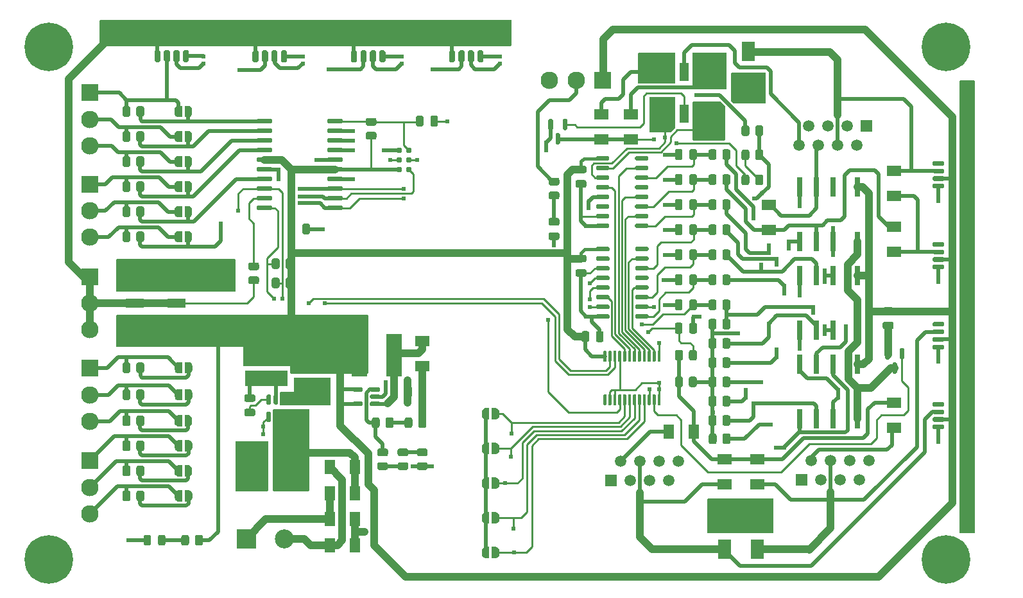
<source format=gtl>
G04 #@! TF.GenerationSoftware,KiCad,Pcbnew,6.0.10-86aedd382b~118~ubuntu18.04.1*
G04 #@! TF.CreationDate,2024-12-31T11:37:35-07:00*
G04 #@! TF.ProjectId,mss-switch,6d73732d-7377-4697-9463-682e6b696361,rev?*
G04 #@! TF.SameCoordinates,Original*
G04 #@! TF.FileFunction,Copper,L1,Top*
G04 #@! TF.FilePolarity,Positive*
%FSLAX46Y46*%
G04 Gerber Fmt 4.6, Leading zero omitted, Abs format (unit mm)*
G04 Created by KiCad (PCBNEW 6.0.10-86aedd382b~118~ubuntu18.04.1) date 2024-12-31 11:37:35*
%MOMM*%
%LPD*%
G01*
G04 APERTURE LIST*
G04 #@! TA.AperFunction,SMDPad,CuDef*
%ADD10R,1.400000X1.900000*%
G04 #@! TD*
G04 #@! TA.AperFunction,ComponentPad*
%ADD11C,6.400000*%
G04 #@! TD*
G04 #@! TA.AperFunction,SMDPad,CuDef*
%ADD12R,5.562600X2.108200*%
G04 #@! TD*
G04 #@! TA.AperFunction,ComponentPad*
%ADD13R,2.300000X2.300000*%
G04 #@! TD*
G04 #@! TA.AperFunction,ComponentPad*
%ADD14C,2.300000*%
G04 #@! TD*
G04 #@! TA.AperFunction,SMDPad,CuDef*
%ADD15R,1.900000X1.400000*%
G04 #@! TD*
G04 #@! TA.AperFunction,ConnectorPad*
%ADD16C,0.787400*%
G04 #@! TD*
G04 #@! TA.AperFunction,SMDPad,CuDef*
%ADD17R,1.193800X2.489200*%
G04 #@! TD*
G04 #@! TA.AperFunction,ComponentPad*
%ADD18R,1.500000X1.500000*%
G04 #@! TD*
G04 #@! TA.AperFunction,ComponentPad*
%ADD19C,1.500000*%
G04 #@! TD*
G04 #@! TA.AperFunction,SMDPad,CuDef*
%ADD20R,1.800000X2.500000*%
G04 #@! TD*
G04 #@! TA.AperFunction,ComponentPad*
%ADD21R,2.500000X2.500000*%
G04 #@! TD*
G04 #@! TA.AperFunction,ComponentPad*
%ADD22C,2.500000*%
G04 #@! TD*
G04 #@! TA.AperFunction,SMDPad,CuDef*
%ADD23R,0.800000X2.660000*%
G04 #@! TD*
G04 #@! TA.AperFunction,SMDPad,CuDef*
%ADD24R,2.489200X1.193800*%
G04 #@! TD*
G04 #@! TA.AperFunction,SMDPad,CuDef*
%ADD25R,2.108200X5.562600*%
G04 #@! TD*
G04 #@! TA.AperFunction,ViaPad*
%ADD26C,0.609600*%
G04 #@! TD*
G04 #@! TA.AperFunction,Conductor*
%ADD27C,1.016000*%
G04 #@! TD*
G04 #@! TA.AperFunction,Conductor*
%ADD28C,0.508000*%
G04 #@! TD*
G04 #@! TA.AperFunction,Conductor*
%ADD29C,0.254000*%
G04 #@! TD*
G04 #@! TA.AperFunction,Conductor*
%ADD30C,0.457200*%
G04 #@! TD*
G04 APERTURE END LIST*
G04 #@! TA.AperFunction,SMDPad,CuDef*
G36*
G01*
X47216000Y-185362000D02*
X47216000Y-184462000D01*
G75*
G02*
X47466000Y-184212000I250000J0D01*
G01*
X47991000Y-184212000D01*
G75*
G02*
X48241000Y-184462000I0J-250000D01*
G01*
X48241000Y-185362000D01*
G75*
G02*
X47991000Y-185612000I-250000J0D01*
G01*
X47466000Y-185612000D01*
G75*
G02*
X47216000Y-185362000I0J250000D01*
G01*
G37*
G04 #@! TD.AperFunction*
G04 #@! TA.AperFunction,SMDPad,CuDef*
G36*
G01*
X49041000Y-185362000D02*
X49041000Y-184462000D01*
G75*
G02*
X49291000Y-184212000I250000J0D01*
G01*
X49816000Y-184212000D01*
G75*
G02*
X50066000Y-184462000I0J-250000D01*
G01*
X50066000Y-185362000D01*
G75*
G02*
X49816000Y-185612000I-250000J0D01*
G01*
X49291000Y-185612000D01*
G75*
G02*
X49041000Y-185362000I0J250000D01*
G01*
G37*
G04 #@! TD.AperFunction*
D10*
X70103000Y-175260000D03*
X66803000Y-175260000D03*
G04 #@! TA.AperFunction,SMDPad,CuDef*
G36*
G01*
X116788500Y-161954750D02*
X116788500Y-161054750D01*
G75*
G02*
X117038500Y-160804750I250000J0D01*
G01*
X117563500Y-160804750D01*
G75*
G02*
X117813500Y-161054750I0J-250000D01*
G01*
X117813500Y-161954750D01*
G75*
G02*
X117563500Y-162204750I-250000J0D01*
G01*
X117038500Y-162204750D01*
G75*
G02*
X116788500Y-161954750I0J250000D01*
G01*
G37*
G04 #@! TD.AperFunction*
G04 #@! TA.AperFunction,SMDPad,CuDef*
G36*
G01*
X118613500Y-161954750D02*
X118613500Y-161054750D01*
G75*
G02*
X118863500Y-160804750I250000J0D01*
G01*
X119388500Y-160804750D01*
G75*
G02*
X119638500Y-161054750I0J-250000D01*
G01*
X119638500Y-161954750D01*
G75*
G02*
X119388500Y-162204750I-250000J0D01*
G01*
X118863500Y-162204750D01*
G75*
G02*
X118613500Y-161954750I0J250000D01*
G01*
G37*
G04 #@! TD.AperFunction*
G04 #@! TA.AperFunction,SMDPad,CuDef*
G36*
G01*
X42319000Y-168714000D02*
X42319000Y-169614000D01*
G75*
G02*
X42069000Y-169864000I-250000J0D01*
G01*
X41544000Y-169864000D01*
G75*
G02*
X41294000Y-169614000I0J250000D01*
G01*
X41294000Y-168714000D01*
G75*
G02*
X41544000Y-168464000I250000J0D01*
G01*
X42069000Y-168464000D01*
G75*
G02*
X42319000Y-168714000I0J-250000D01*
G01*
G37*
G04 #@! TD.AperFunction*
G04 #@! TA.AperFunction,SMDPad,CuDef*
G36*
G01*
X40494000Y-168714000D02*
X40494000Y-169614000D01*
G75*
G02*
X40244000Y-169864000I-250000J0D01*
G01*
X39719000Y-169864000D01*
G75*
G02*
X39469000Y-169614000I0J250000D01*
G01*
X39469000Y-168714000D01*
G75*
G02*
X39719000Y-168464000I250000J0D01*
G01*
X40244000Y-168464000D01*
G75*
G02*
X40494000Y-168714000I0J-250000D01*
G01*
G37*
G04 #@! TD.AperFunction*
D11*
X29718000Y-119888000D03*
G04 #@! TA.AperFunction,SMDPad,CuDef*
G36*
G01*
X42319000Y-144457000D02*
X42319000Y-145357000D01*
G75*
G02*
X42069000Y-145607000I-250000J0D01*
G01*
X41544000Y-145607000D01*
G75*
G02*
X41294000Y-145357000I0J250000D01*
G01*
X41294000Y-144457000D01*
G75*
G02*
X41544000Y-144207000I250000J0D01*
G01*
X42069000Y-144207000D01*
G75*
G02*
X42319000Y-144457000I0J-250000D01*
G01*
G37*
G04 #@! TD.AperFunction*
G04 #@! TA.AperFunction,SMDPad,CuDef*
G36*
G01*
X40494000Y-144457000D02*
X40494000Y-145357000D01*
G75*
G02*
X40244000Y-145607000I-250000J0D01*
G01*
X39719000Y-145607000D01*
G75*
G02*
X39469000Y-145357000I0J250000D01*
G01*
X39469000Y-144457000D01*
G75*
G02*
X39719000Y-144207000I250000J0D01*
G01*
X40244000Y-144207000D01*
G75*
G02*
X40494000Y-144457000I0J-250000D01*
G01*
G37*
G04 #@! TD.AperFunction*
G04 #@! TA.AperFunction,SMDPad,CuDef*
G36*
G01*
X147723000Y-159748750D02*
X146473000Y-159748750D01*
G75*
G02*
X146323000Y-159598750I0J150000D01*
G01*
X146323000Y-159298750D01*
G75*
G02*
X146473000Y-159148750I150000J0D01*
G01*
X147723000Y-159148750D01*
G75*
G02*
X147873000Y-159298750I0J-150000D01*
G01*
X147873000Y-159598750D01*
G75*
G02*
X147723000Y-159748750I-150000J0D01*
G01*
G37*
G04 #@! TD.AperFunction*
G04 #@! TA.AperFunction,SMDPad,CuDef*
G36*
G01*
X147723000Y-158748750D02*
X146473000Y-158748750D01*
G75*
G02*
X146323000Y-158598750I0J150000D01*
G01*
X146323000Y-158298750D01*
G75*
G02*
X146473000Y-158148750I150000J0D01*
G01*
X147723000Y-158148750D01*
G75*
G02*
X147873000Y-158298750I0J-150000D01*
G01*
X147873000Y-158598750D01*
G75*
G02*
X147723000Y-158748750I-150000J0D01*
G01*
G37*
G04 #@! TD.AperFunction*
G04 #@! TA.AperFunction,SMDPad,CuDef*
G36*
G01*
X147723000Y-157748750D02*
X146473000Y-157748750D01*
G75*
G02*
X146323000Y-157598750I0J150000D01*
G01*
X146323000Y-157298750D01*
G75*
G02*
X146473000Y-157148750I150000J0D01*
G01*
X147723000Y-157148750D01*
G75*
G02*
X147873000Y-157298750I0J-150000D01*
G01*
X147873000Y-157598750D01*
G75*
G02*
X147723000Y-157748750I-150000J0D01*
G01*
G37*
G04 #@! TD.AperFunction*
G04 #@! TA.AperFunction,SMDPad,CuDef*
G36*
G01*
X147723000Y-156748750D02*
X146473000Y-156748750D01*
G75*
G02*
X146323000Y-156598750I0J150000D01*
G01*
X146323000Y-156298750D01*
G75*
G02*
X146473000Y-156148750I150000J0D01*
G01*
X147723000Y-156148750D01*
G75*
G02*
X147873000Y-156298750I0J-150000D01*
G01*
X147873000Y-156598750D01*
G75*
G02*
X147723000Y-156748750I-150000J0D01*
G01*
G37*
G04 #@! TD.AperFunction*
G04 #@! TA.AperFunction,SMDPad,CuDef*
G36*
G01*
X151623000Y-155748750D02*
X150323000Y-155748750D01*
G75*
G02*
X150073000Y-155498750I0J250000D01*
G01*
X150073000Y-154798750D01*
G75*
G02*
X150323000Y-154548750I250000J0D01*
G01*
X151623000Y-154548750D01*
G75*
G02*
X151873000Y-154798750I0J-250000D01*
G01*
X151873000Y-155498750D01*
G75*
G02*
X151623000Y-155748750I-250000J0D01*
G01*
G37*
G04 #@! TD.AperFunction*
G04 #@! TA.AperFunction,SMDPad,CuDef*
G36*
G01*
X151623000Y-161348750D02*
X150323000Y-161348750D01*
G75*
G02*
X150073000Y-161098750I0J250000D01*
G01*
X150073000Y-160398750D01*
G75*
G02*
X150323000Y-160148750I250000J0D01*
G01*
X151623000Y-160148750D01*
G75*
G02*
X151873000Y-160398750I0J-250000D01*
G01*
X151873000Y-161098750D01*
G75*
G02*
X151623000Y-161348750I-250000J0D01*
G01*
G37*
G04 #@! TD.AperFunction*
G04 #@! TA.AperFunction,SMDPad,CuDef*
G36*
X47648000Y-175018000D02*
G01*
X48148000Y-175018000D01*
X48148000Y-175022967D01*
X48227941Y-175024432D01*
X48363256Y-175066707D01*
X48481266Y-175145262D01*
X48572486Y-175253781D01*
X48629581Y-175383540D01*
X48647164Y-175518000D01*
X48648000Y-175518000D01*
X48648000Y-176018000D01*
X48647164Y-176018000D01*
X48647963Y-176024109D01*
X48626152Y-176164186D01*
X48565904Y-176292511D01*
X48472060Y-176398769D01*
X48352165Y-176474417D01*
X48215858Y-176513374D01*
X48148000Y-176512959D01*
X48148000Y-176518000D01*
X47648000Y-176518000D01*
X47648000Y-175018000D01*
G37*
G04 #@! TD.AperFunction*
G04 #@! TA.AperFunction,SMDPad,CuDef*
G36*
X46848000Y-176512959D02*
G01*
X46774095Y-176512508D01*
X46638274Y-176471889D01*
X46519312Y-176394782D01*
X46426774Y-176287385D01*
X46368097Y-176158333D01*
X46348000Y-176018000D01*
X46348000Y-175518000D01*
X46348149Y-175505784D01*
X46371669Y-175365983D01*
X46433481Y-175238404D01*
X46528616Y-175133300D01*
X46649426Y-175059123D01*
X46786199Y-175021834D01*
X46848000Y-175022967D01*
X46848000Y-175018000D01*
X47348000Y-175018000D01*
X47348000Y-176518000D01*
X46848000Y-176518000D01*
X46848000Y-176512959D01*
G37*
G04 #@! TD.AperFunction*
D12*
X58420000Y-158978600D03*
X58420000Y-163576000D03*
G04 #@! TA.AperFunction,SMDPad,CuDef*
G36*
G01*
X101960000Y-146668750D02*
X101960000Y-146368750D01*
G75*
G02*
X102110000Y-146218750I150000J0D01*
G01*
X103560000Y-146218750D01*
G75*
G02*
X103710000Y-146368750I0J-150000D01*
G01*
X103710000Y-146668750D01*
G75*
G02*
X103560000Y-146818750I-150000J0D01*
G01*
X102110000Y-146818750D01*
G75*
G02*
X101960000Y-146668750I0J150000D01*
G01*
G37*
G04 #@! TD.AperFunction*
G04 #@! TA.AperFunction,SMDPad,CuDef*
G36*
G01*
X101960000Y-147938750D02*
X101960000Y-147638750D01*
G75*
G02*
X102110000Y-147488750I150000J0D01*
G01*
X103560000Y-147488750D01*
G75*
G02*
X103710000Y-147638750I0J-150000D01*
G01*
X103710000Y-147938750D01*
G75*
G02*
X103560000Y-148088750I-150000J0D01*
G01*
X102110000Y-148088750D01*
G75*
G02*
X101960000Y-147938750I0J150000D01*
G01*
G37*
G04 #@! TD.AperFunction*
G04 #@! TA.AperFunction,SMDPad,CuDef*
G36*
G01*
X101960000Y-149208750D02*
X101960000Y-148908750D01*
G75*
G02*
X102110000Y-148758750I150000J0D01*
G01*
X103560000Y-148758750D01*
G75*
G02*
X103710000Y-148908750I0J-150000D01*
G01*
X103710000Y-149208750D01*
G75*
G02*
X103560000Y-149358750I-150000J0D01*
G01*
X102110000Y-149358750D01*
G75*
G02*
X101960000Y-149208750I0J150000D01*
G01*
G37*
G04 #@! TD.AperFunction*
G04 #@! TA.AperFunction,SMDPad,CuDef*
G36*
G01*
X101960000Y-150478750D02*
X101960000Y-150178750D01*
G75*
G02*
X102110000Y-150028750I150000J0D01*
G01*
X103560000Y-150028750D01*
G75*
G02*
X103710000Y-150178750I0J-150000D01*
G01*
X103710000Y-150478750D01*
G75*
G02*
X103560000Y-150628750I-150000J0D01*
G01*
X102110000Y-150628750D01*
G75*
G02*
X101960000Y-150478750I0J150000D01*
G01*
G37*
G04 #@! TD.AperFunction*
G04 #@! TA.AperFunction,SMDPad,CuDef*
G36*
G01*
X101960000Y-151748750D02*
X101960000Y-151448750D01*
G75*
G02*
X102110000Y-151298750I150000J0D01*
G01*
X103560000Y-151298750D01*
G75*
G02*
X103710000Y-151448750I0J-150000D01*
G01*
X103710000Y-151748750D01*
G75*
G02*
X103560000Y-151898750I-150000J0D01*
G01*
X102110000Y-151898750D01*
G75*
G02*
X101960000Y-151748750I0J150000D01*
G01*
G37*
G04 #@! TD.AperFunction*
G04 #@! TA.AperFunction,SMDPad,CuDef*
G36*
G01*
X101960000Y-153018750D02*
X101960000Y-152718750D01*
G75*
G02*
X102110000Y-152568750I150000J0D01*
G01*
X103560000Y-152568750D01*
G75*
G02*
X103710000Y-152718750I0J-150000D01*
G01*
X103710000Y-153018750D01*
G75*
G02*
X103560000Y-153168750I-150000J0D01*
G01*
X102110000Y-153168750D01*
G75*
G02*
X101960000Y-153018750I0J150000D01*
G01*
G37*
G04 #@! TD.AperFunction*
G04 #@! TA.AperFunction,SMDPad,CuDef*
G36*
G01*
X101960000Y-154288750D02*
X101960000Y-153988750D01*
G75*
G02*
X102110000Y-153838750I150000J0D01*
G01*
X103560000Y-153838750D01*
G75*
G02*
X103710000Y-153988750I0J-150000D01*
G01*
X103710000Y-154288750D01*
G75*
G02*
X103560000Y-154438750I-150000J0D01*
G01*
X102110000Y-154438750D01*
G75*
G02*
X101960000Y-154288750I0J150000D01*
G01*
G37*
G04 #@! TD.AperFunction*
G04 #@! TA.AperFunction,SMDPad,CuDef*
G36*
G01*
X101960000Y-155558750D02*
X101960000Y-155258750D01*
G75*
G02*
X102110000Y-155108750I150000J0D01*
G01*
X103560000Y-155108750D01*
G75*
G02*
X103710000Y-155258750I0J-150000D01*
G01*
X103710000Y-155558750D01*
G75*
G02*
X103560000Y-155708750I-150000J0D01*
G01*
X102110000Y-155708750D01*
G75*
G02*
X101960000Y-155558750I0J150000D01*
G01*
G37*
G04 #@! TD.AperFunction*
G04 #@! TA.AperFunction,SMDPad,CuDef*
G36*
G01*
X107110000Y-155558750D02*
X107110000Y-155258750D01*
G75*
G02*
X107260000Y-155108750I150000J0D01*
G01*
X108710000Y-155108750D01*
G75*
G02*
X108860000Y-155258750I0J-150000D01*
G01*
X108860000Y-155558750D01*
G75*
G02*
X108710000Y-155708750I-150000J0D01*
G01*
X107260000Y-155708750D01*
G75*
G02*
X107110000Y-155558750I0J150000D01*
G01*
G37*
G04 #@! TD.AperFunction*
G04 #@! TA.AperFunction,SMDPad,CuDef*
G36*
G01*
X107110000Y-154288750D02*
X107110000Y-153988750D01*
G75*
G02*
X107260000Y-153838750I150000J0D01*
G01*
X108710000Y-153838750D01*
G75*
G02*
X108860000Y-153988750I0J-150000D01*
G01*
X108860000Y-154288750D01*
G75*
G02*
X108710000Y-154438750I-150000J0D01*
G01*
X107260000Y-154438750D01*
G75*
G02*
X107110000Y-154288750I0J150000D01*
G01*
G37*
G04 #@! TD.AperFunction*
G04 #@! TA.AperFunction,SMDPad,CuDef*
G36*
G01*
X107110000Y-153018750D02*
X107110000Y-152718750D01*
G75*
G02*
X107260000Y-152568750I150000J0D01*
G01*
X108710000Y-152568750D01*
G75*
G02*
X108860000Y-152718750I0J-150000D01*
G01*
X108860000Y-153018750D01*
G75*
G02*
X108710000Y-153168750I-150000J0D01*
G01*
X107260000Y-153168750D01*
G75*
G02*
X107110000Y-153018750I0J150000D01*
G01*
G37*
G04 #@! TD.AperFunction*
G04 #@! TA.AperFunction,SMDPad,CuDef*
G36*
G01*
X107110000Y-151748750D02*
X107110000Y-151448750D01*
G75*
G02*
X107260000Y-151298750I150000J0D01*
G01*
X108710000Y-151298750D01*
G75*
G02*
X108860000Y-151448750I0J-150000D01*
G01*
X108860000Y-151748750D01*
G75*
G02*
X108710000Y-151898750I-150000J0D01*
G01*
X107260000Y-151898750D01*
G75*
G02*
X107110000Y-151748750I0J150000D01*
G01*
G37*
G04 #@! TD.AperFunction*
G04 #@! TA.AperFunction,SMDPad,CuDef*
G36*
G01*
X107110000Y-150478750D02*
X107110000Y-150178750D01*
G75*
G02*
X107260000Y-150028750I150000J0D01*
G01*
X108710000Y-150028750D01*
G75*
G02*
X108860000Y-150178750I0J-150000D01*
G01*
X108860000Y-150478750D01*
G75*
G02*
X108710000Y-150628750I-150000J0D01*
G01*
X107260000Y-150628750D01*
G75*
G02*
X107110000Y-150478750I0J150000D01*
G01*
G37*
G04 #@! TD.AperFunction*
G04 #@! TA.AperFunction,SMDPad,CuDef*
G36*
G01*
X107110000Y-149208750D02*
X107110000Y-148908750D01*
G75*
G02*
X107260000Y-148758750I150000J0D01*
G01*
X108710000Y-148758750D01*
G75*
G02*
X108860000Y-148908750I0J-150000D01*
G01*
X108860000Y-149208750D01*
G75*
G02*
X108710000Y-149358750I-150000J0D01*
G01*
X107260000Y-149358750D01*
G75*
G02*
X107110000Y-149208750I0J150000D01*
G01*
G37*
G04 #@! TD.AperFunction*
G04 #@! TA.AperFunction,SMDPad,CuDef*
G36*
G01*
X107110000Y-147938750D02*
X107110000Y-147638750D01*
G75*
G02*
X107260000Y-147488750I150000J0D01*
G01*
X108710000Y-147488750D01*
G75*
G02*
X108860000Y-147638750I0J-150000D01*
G01*
X108860000Y-147938750D01*
G75*
G02*
X108710000Y-148088750I-150000J0D01*
G01*
X107260000Y-148088750D01*
G75*
G02*
X107110000Y-147938750I0J150000D01*
G01*
G37*
G04 #@! TD.AperFunction*
G04 #@! TA.AperFunction,SMDPad,CuDef*
G36*
G01*
X107110000Y-146668750D02*
X107110000Y-146368750D01*
G75*
G02*
X107260000Y-146218750I150000J0D01*
G01*
X108710000Y-146218750D01*
G75*
G02*
X108860000Y-146368750I0J-150000D01*
G01*
X108860000Y-146668750D01*
G75*
G02*
X108710000Y-146818750I-150000J0D01*
G01*
X107260000Y-146818750D01*
G75*
G02*
X107110000Y-146668750I0J150000D01*
G01*
G37*
G04 #@! TD.AperFunction*
G04 #@! TA.AperFunction,SMDPad,CuDef*
G36*
G01*
X119638500Y-136924750D02*
X119638500Y-137824750D01*
G75*
G02*
X119388500Y-138074750I-250000J0D01*
G01*
X118863500Y-138074750D01*
G75*
G02*
X118613500Y-137824750I0J250000D01*
G01*
X118613500Y-136924750D01*
G75*
G02*
X118863500Y-136674750I250000J0D01*
G01*
X119388500Y-136674750D01*
G75*
G02*
X119638500Y-136924750I0J-250000D01*
G01*
G37*
G04 #@! TD.AperFunction*
G04 #@! TA.AperFunction,SMDPad,CuDef*
G36*
G01*
X117813500Y-136924750D02*
X117813500Y-137824750D01*
G75*
G02*
X117563500Y-138074750I-250000J0D01*
G01*
X117038500Y-138074750D01*
G75*
G02*
X116788500Y-137824750I0J250000D01*
G01*
X116788500Y-136924750D01*
G75*
G02*
X117038500Y-136674750I250000J0D01*
G01*
X117563500Y-136674750D01*
G75*
G02*
X117813500Y-136924750I0J-250000D01*
G01*
G37*
G04 #@! TD.AperFunction*
D13*
X35179000Y-174427000D03*
D14*
X35179000Y-177927000D03*
X35179000Y-181427000D03*
G04 #@! TA.AperFunction,SMDPad,CuDef*
G36*
X47648000Y-168414000D02*
G01*
X48148000Y-168414000D01*
X48148000Y-168418967D01*
X48227941Y-168420432D01*
X48363256Y-168462707D01*
X48481266Y-168541262D01*
X48572486Y-168649781D01*
X48629581Y-168779540D01*
X48647164Y-168914000D01*
X48648000Y-168914000D01*
X48648000Y-169414000D01*
X48647164Y-169414000D01*
X48647963Y-169420109D01*
X48626152Y-169560186D01*
X48565904Y-169688511D01*
X48472060Y-169794769D01*
X48352165Y-169870417D01*
X48215858Y-169909374D01*
X48148000Y-169908959D01*
X48148000Y-169914000D01*
X47648000Y-169914000D01*
X47648000Y-168414000D01*
G37*
G04 #@! TD.AperFunction*
G04 #@! TA.AperFunction,SMDPad,CuDef*
G36*
X46848000Y-169908959D02*
G01*
X46774095Y-169908508D01*
X46638274Y-169867889D01*
X46519312Y-169790782D01*
X46426774Y-169683385D01*
X46368097Y-169554333D01*
X46348000Y-169414000D01*
X46348000Y-168914000D01*
X46348149Y-168901784D01*
X46371669Y-168761983D01*
X46433481Y-168634404D01*
X46528616Y-168529300D01*
X46649426Y-168455123D01*
X46786199Y-168417834D01*
X46848000Y-168418967D01*
X46848000Y-168414000D01*
X47348000Y-168414000D01*
X47348000Y-169914000D01*
X46848000Y-169914000D01*
X46848000Y-169908959D01*
G37*
G04 #@! TD.AperFunction*
D13*
X35179000Y-125913000D03*
D14*
X35179000Y-129413000D03*
X35179000Y-132913000D03*
G04 #@! TA.AperFunction,SMDPad,CuDef*
G36*
G01*
X73428000Y-166789000D02*
X73428000Y-167089000D01*
G75*
G02*
X73278000Y-167239000I-150000J0D01*
G01*
X72253000Y-167239000D01*
G75*
G02*
X72103000Y-167089000I0J150000D01*
G01*
X72103000Y-166789000D01*
G75*
G02*
X72253000Y-166639000I150000J0D01*
G01*
X73278000Y-166639000D01*
G75*
G02*
X73428000Y-166789000I0J-150000D01*
G01*
G37*
G04 #@! TD.AperFunction*
G04 #@! TA.AperFunction,SMDPad,CuDef*
G36*
G01*
X73428000Y-165839000D02*
X73428000Y-166139000D01*
G75*
G02*
X73278000Y-166289000I-150000J0D01*
G01*
X72253000Y-166289000D01*
G75*
G02*
X72103000Y-166139000I0J150000D01*
G01*
X72103000Y-165839000D01*
G75*
G02*
X72253000Y-165689000I150000J0D01*
G01*
X73278000Y-165689000D01*
G75*
G02*
X73428000Y-165839000I0J-150000D01*
G01*
G37*
G04 #@! TD.AperFunction*
G04 #@! TA.AperFunction,SMDPad,CuDef*
G36*
G01*
X73428000Y-164889000D02*
X73428000Y-165189000D01*
G75*
G02*
X73278000Y-165339000I-150000J0D01*
G01*
X72253000Y-165339000D01*
G75*
G02*
X72103000Y-165189000I0J150000D01*
G01*
X72103000Y-164889000D01*
G75*
G02*
X72253000Y-164739000I150000J0D01*
G01*
X73278000Y-164739000D01*
G75*
G02*
X73428000Y-164889000I0J-150000D01*
G01*
G37*
G04 #@! TD.AperFunction*
G04 #@! TA.AperFunction,SMDPad,CuDef*
G36*
G01*
X71153000Y-164889000D02*
X71153000Y-165189000D01*
G75*
G02*
X71003000Y-165339000I-150000J0D01*
G01*
X69978000Y-165339000D01*
G75*
G02*
X69828000Y-165189000I0J150000D01*
G01*
X69828000Y-164889000D01*
G75*
G02*
X69978000Y-164739000I150000J0D01*
G01*
X71003000Y-164739000D01*
G75*
G02*
X71153000Y-164889000I0J-150000D01*
G01*
G37*
G04 #@! TD.AperFunction*
G04 #@! TA.AperFunction,SMDPad,CuDef*
G36*
G01*
X71153000Y-166789000D02*
X71153000Y-167089000D01*
G75*
G02*
X71003000Y-167239000I-150000J0D01*
G01*
X69978000Y-167239000D01*
G75*
G02*
X69828000Y-167089000I0J150000D01*
G01*
X69828000Y-166789000D01*
G75*
G02*
X69978000Y-166639000I150000J0D01*
G01*
X71003000Y-166639000D01*
G75*
G02*
X71153000Y-166789000I0J-150000D01*
G01*
G37*
G04 #@! TD.AperFunction*
G04 #@! TA.AperFunction,SMDPad,CuDef*
G36*
X87861000Y-187273750D02*
G01*
X87361000Y-187273750D01*
X87361000Y-187268783D01*
X87281059Y-187267318D01*
X87145744Y-187225043D01*
X87027734Y-187146488D01*
X86936514Y-187037969D01*
X86879419Y-186908210D01*
X86861836Y-186773750D01*
X86861000Y-186773750D01*
X86861000Y-186273750D01*
X86861836Y-186273750D01*
X86861037Y-186267641D01*
X86882848Y-186127564D01*
X86943096Y-185999239D01*
X87036940Y-185892981D01*
X87156835Y-185817333D01*
X87293142Y-185778376D01*
X87361000Y-185778791D01*
X87361000Y-185773750D01*
X87861000Y-185773750D01*
X87861000Y-187273750D01*
G37*
G04 #@! TD.AperFunction*
G04 #@! TA.AperFunction,SMDPad,CuDef*
G36*
X88661000Y-185778791D02*
G01*
X88734905Y-185779242D01*
X88870726Y-185819861D01*
X88989688Y-185896968D01*
X89082226Y-186004365D01*
X89140903Y-186133417D01*
X89161000Y-186273750D01*
X89161000Y-186773750D01*
X89160851Y-186785966D01*
X89137331Y-186925767D01*
X89075519Y-187053346D01*
X88980384Y-187158450D01*
X88859574Y-187232627D01*
X88722801Y-187269916D01*
X88661000Y-187268783D01*
X88661000Y-187273750D01*
X88161000Y-187273750D01*
X88161000Y-185773750D01*
X88661000Y-185773750D01*
X88661000Y-185778791D01*
G37*
G04 #@! TD.AperFunction*
D15*
X124714000Y-144017000D03*
X124714000Y-140717000D03*
G04 #@! TA.AperFunction,SMDPad,CuDef*
G36*
G01*
X123980000Y-130487000D02*
X123980000Y-131387000D01*
G75*
G02*
X123730000Y-131637000I-250000J0D01*
G01*
X123205000Y-131637000D01*
G75*
G02*
X122955000Y-131387000I0J250000D01*
G01*
X122955000Y-130487000D01*
G75*
G02*
X123205000Y-130237000I250000J0D01*
G01*
X123730000Y-130237000D01*
G75*
G02*
X123980000Y-130487000I0J-250000D01*
G01*
G37*
G04 #@! TD.AperFunction*
G04 #@! TA.AperFunction,SMDPad,CuDef*
G36*
G01*
X122155000Y-130487000D02*
X122155000Y-131387000D01*
G75*
G02*
X121905000Y-131637000I-250000J0D01*
G01*
X121380000Y-131637000D01*
G75*
G02*
X121130000Y-131387000I0J250000D01*
G01*
X121130000Y-130487000D01*
G75*
G02*
X121380000Y-130237000I250000J0D01*
G01*
X121905000Y-130237000D01*
G75*
G02*
X122155000Y-130487000I0J-250000D01*
G01*
G37*
G04 #@! TD.AperFunction*
G04 #@! TA.AperFunction,SMDPad,CuDef*
G36*
X47648000Y-134251000D02*
G01*
X48148000Y-134251000D01*
X48148000Y-134255967D01*
X48227941Y-134257432D01*
X48363256Y-134299707D01*
X48481266Y-134378262D01*
X48572486Y-134486781D01*
X48629581Y-134616540D01*
X48647164Y-134751000D01*
X48648000Y-134751000D01*
X48648000Y-135251000D01*
X48647164Y-135251000D01*
X48647963Y-135257109D01*
X48626152Y-135397186D01*
X48565904Y-135525511D01*
X48472060Y-135631769D01*
X48352165Y-135707417D01*
X48215858Y-135746374D01*
X48148000Y-135745959D01*
X48148000Y-135751000D01*
X47648000Y-135751000D01*
X47648000Y-134251000D01*
G37*
G04 #@! TD.AperFunction*
G04 #@! TA.AperFunction,SMDPad,CuDef*
G36*
X46848000Y-135745959D02*
G01*
X46774095Y-135745508D01*
X46638274Y-135704889D01*
X46519312Y-135627782D01*
X46426774Y-135520385D01*
X46368097Y-135391333D01*
X46348000Y-135251000D01*
X46348000Y-134751000D01*
X46348149Y-134738784D01*
X46371669Y-134598983D01*
X46433481Y-134471404D01*
X46528616Y-134366300D01*
X46649426Y-134292123D01*
X46786199Y-134254834D01*
X46848000Y-134255967D01*
X46848000Y-134251000D01*
X47348000Y-134251000D01*
X47348000Y-135751000D01*
X46848000Y-135751000D01*
X46848000Y-135745959D01*
G37*
G04 #@! TD.AperFunction*
D16*
X77216000Y-136017000D03*
X75946000Y-136017000D03*
X77216000Y-134747000D03*
X75946000Y-134747000D03*
X77216000Y-133477000D03*
X75946000Y-133477000D03*
G04 #@! TA.AperFunction,SMDPad,CuDef*
G36*
G01*
X115242000Y-150107750D02*
X115242000Y-151057750D01*
G75*
G02*
X114992000Y-151307750I-250000J0D01*
G01*
X114492000Y-151307750D01*
G75*
G02*
X114242000Y-151057750I0J250000D01*
G01*
X114242000Y-150107750D01*
G75*
G02*
X114492000Y-149857750I250000J0D01*
G01*
X114992000Y-149857750D01*
G75*
G02*
X115242000Y-150107750I0J-250000D01*
G01*
G37*
G04 #@! TD.AperFunction*
G04 #@! TA.AperFunction,SMDPad,CuDef*
G36*
G01*
X113342000Y-150107750D02*
X113342000Y-151057750D01*
G75*
G02*
X113092000Y-151307750I-250000J0D01*
G01*
X112592000Y-151307750D01*
G75*
G02*
X112342000Y-151057750I0J250000D01*
G01*
X112342000Y-150107750D01*
G75*
G02*
X112592000Y-149857750I250000J0D01*
G01*
X113092000Y-149857750D01*
G75*
G02*
X113342000Y-150107750I0J-250000D01*
G01*
G37*
G04 #@! TD.AperFunction*
G04 #@! TA.AperFunction,SMDPad,CuDef*
G36*
G01*
X61163000Y-120537000D02*
X61163000Y-121737000D01*
G75*
G02*
X60963000Y-121937000I-200000J0D01*
G01*
X60563000Y-121937000D01*
G75*
G02*
X60363000Y-121737000I0J200000D01*
G01*
X60363000Y-120537000D01*
G75*
G02*
X60563000Y-120337000I200000J0D01*
G01*
X60963000Y-120337000D01*
G75*
G02*
X61163000Y-120537000I0J-200000D01*
G01*
G37*
G04 #@! TD.AperFunction*
G04 #@! TA.AperFunction,SMDPad,CuDef*
G36*
G01*
X59913000Y-120537000D02*
X59913000Y-121737000D01*
G75*
G02*
X59713000Y-121937000I-200000J0D01*
G01*
X59313000Y-121937000D01*
G75*
G02*
X59113000Y-121737000I0J200000D01*
G01*
X59113000Y-120537000D01*
G75*
G02*
X59313000Y-120337000I200000J0D01*
G01*
X59713000Y-120337000D01*
G75*
G02*
X59913000Y-120537000I0J-200000D01*
G01*
G37*
G04 #@! TD.AperFunction*
G04 #@! TA.AperFunction,SMDPad,CuDef*
G36*
G01*
X58663000Y-120537000D02*
X58663000Y-121737000D01*
G75*
G02*
X58463000Y-121937000I-200000J0D01*
G01*
X58063000Y-121937000D01*
G75*
G02*
X57863000Y-121737000I0J200000D01*
G01*
X57863000Y-120537000D01*
G75*
G02*
X58063000Y-120337000I200000J0D01*
G01*
X58463000Y-120337000D01*
G75*
G02*
X58663000Y-120537000I0J-200000D01*
G01*
G37*
G04 #@! TD.AperFunction*
G04 #@! TA.AperFunction,SMDPad,CuDef*
G36*
G01*
X57413000Y-120537000D02*
X57413000Y-121737000D01*
G75*
G02*
X57213000Y-121937000I-200000J0D01*
G01*
X56813000Y-121937000D01*
G75*
G02*
X56613000Y-121737000I0J200000D01*
G01*
X56613000Y-120537000D01*
G75*
G02*
X56813000Y-120337000I200000J0D01*
G01*
X57213000Y-120337000D01*
G75*
G02*
X57413000Y-120537000I0J-200000D01*
G01*
G37*
G04 #@! TD.AperFunction*
G04 #@! TA.AperFunction,SMDPad,CuDef*
G36*
G01*
X55513000Y-116987001D02*
X55513000Y-119486999D01*
G75*
G02*
X55262999Y-119737000I-250001J0D01*
G01*
X53663001Y-119737000D01*
G75*
G02*
X53413000Y-119486999I0J250001D01*
G01*
X53413000Y-116987001D01*
G75*
G02*
X53663001Y-116737000I250001J0D01*
G01*
X55262999Y-116737000D01*
G75*
G02*
X55513000Y-116987001I0J-250001D01*
G01*
G37*
G04 #@! TD.AperFunction*
G04 #@! TA.AperFunction,SMDPad,CuDef*
G36*
G01*
X64363000Y-116987001D02*
X64363000Y-119486999D01*
G75*
G02*
X64112999Y-119737000I-250001J0D01*
G01*
X62513001Y-119737000D01*
G75*
G02*
X62263000Y-119486999I0J250001D01*
G01*
X62263000Y-116987001D01*
G75*
G02*
X62513001Y-116737000I250001J0D01*
G01*
X64112999Y-116737000D01*
G75*
G02*
X64363000Y-116987001I0J-250001D01*
G01*
G37*
G04 #@! TD.AperFunction*
G04 #@! TA.AperFunction,SMDPad,CuDef*
G36*
X47648000Y-127647000D02*
G01*
X48148000Y-127647000D01*
X48148000Y-127651967D01*
X48227941Y-127653432D01*
X48363256Y-127695707D01*
X48481266Y-127774262D01*
X48572486Y-127882781D01*
X48629581Y-128012540D01*
X48647164Y-128147000D01*
X48648000Y-128147000D01*
X48648000Y-128647000D01*
X48647164Y-128647000D01*
X48647963Y-128653109D01*
X48626152Y-128793186D01*
X48565904Y-128921511D01*
X48472060Y-129027769D01*
X48352165Y-129103417D01*
X48215858Y-129142374D01*
X48148000Y-129141959D01*
X48148000Y-129147000D01*
X47648000Y-129147000D01*
X47648000Y-127647000D01*
G37*
G04 #@! TD.AperFunction*
G04 #@! TA.AperFunction,SMDPad,CuDef*
G36*
X46848000Y-129141959D02*
G01*
X46774095Y-129141508D01*
X46638274Y-129100889D01*
X46519312Y-129023782D01*
X46426774Y-128916385D01*
X46368097Y-128787333D01*
X46348000Y-128647000D01*
X46348000Y-128147000D01*
X46348149Y-128134784D01*
X46371669Y-127994983D01*
X46433481Y-127867404D01*
X46528616Y-127762300D01*
X46649426Y-127688123D01*
X46786199Y-127650834D01*
X46848000Y-127651967D01*
X46848000Y-127647000D01*
X47348000Y-127647000D01*
X47348000Y-129147000D01*
X46848000Y-129147000D01*
X46848000Y-129141959D01*
G37*
G04 #@! TD.AperFunction*
G04 #@! TA.AperFunction,SMDPad,CuDef*
G36*
G01*
X116788500Y-156874750D02*
X116788500Y-155974750D01*
G75*
G02*
X117038500Y-155724750I250000J0D01*
G01*
X117563500Y-155724750D01*
G75*
G02*
X117813500Y-155974750I0J-250000D01*
G01*
X117813500Y-156874750D01*
G75*
G02*
X117563500Y-157124750I-250000J0D01*
G01*
X117038500Y-157124750D01*
G75*
G02*
X116788500Y-156874750I0J250000D01*
G01*
G37*
G04 #@! TD.AperFunction*
G04 #@! TA.AperFunction,SMDPad,CuDef*
G36*
G01*
X118613500Y-156874750D02*
X118613500Y-155974750D01*
G75*
G02*
X118863500Y-155724750I250000J0D01*
G01*
X119388500Y-155724750D01*
G75*
G02*
X119638500Y-155974750I0J-250000D01*
G01*
X119638500Y-156874750D01*
G75*
G02*
X119388500Y-157124750I-250000J0D01*
G01*
X118863500Y-157124750D01*
G75*
G02*
X118613500Y-156874750I0J250000D01*
G01*
G37*
G04 #@! TD.AperFunction*
G04 #@! TA.AperFunction,SMDPad,CuDef*
G36*
G01*
X115242000Y-133597750D02*
X115242000Y-134547750D01*
G75*
G02*
X114992000Y-134797750I-250000J0D01*
G01*
X114492000Y-134797750D01*
G75*
G02*
X114242000Y-134547750I0J250000D01*
G01*
X114242000Y-133597750D01*
G75*
G02*
X114492000Y-133347750I250000J0D01*
G01*
X114992000Y-133347750D01*
G75*
G02*
X115242000Y-133597750I0J-250000D01*
G01*
G37*
G04 #@! TD.AperFunction*
G04 #@! TA.AperFunction,SMDPad,CuDef*
G36*
G01*
X113342000Y-133597750D02*
X113342000Y-134547750D01*
G75*
G02*
X113092000Y-134797750I-250000J0D01*
G01*
X112592000Y-134797750D01*
G75*
G02*
X112342000Y-134547750I0J250000D01*
G01*
X112342000Y-133597750D01*
G75*
G02*
X112592000Y-133347750I250000J0D01*
G01*
X113092000Y-133347750D01*
G75*
G02*
X113342000Y-133597750I0J-250000D01*
G01*
G37*
G04 #@! TD.AperFunction*
G04 #@! TA.AperFunction,SMDPad,CuDef*
G36*
G01*
X139987000Y-154212750D02*
X140937000Y-154212750D01*
G75*
G02*
X141187000Y-154462750I0J-250000D01*
G01*
X141187000Y-154962750D01*
G75*
G02*
X140937000Y-155212750I-250000J0D01*
G01*
X139987000Y-155212750D01*
G75*
G02*
X139737000Y-154962750I0J250000D01*
G01*
X139737000Y-154462750D01*
G75*
G02*
X139987000Y-154212750I250000J0D01*
G01*
G37*
G04 #@! TD.AperFunction*
G04 #@! TA.AperFunction,SMDPad,CuDef*
G36*
G01*
X139987000Y-156112750D02*
X140937000Y-156112750D01*
G75*
G02*
X141187000Y-156362750I0J-250000D01*
G01*
X141187000Y-156862750D01*
G75*
G02*
X140937000Y-157112750I-250000J0D01*
G01*
X139987000Y-157112750D01*
G75*
G02*
X139737000Y-156862750I0J250000D01*
G01*
X139737000Y-156362750D01*
G75*
G02*
X139987000Y-156112750I250000J0D01*
G01*
G37*
G04 #@! TD.AperFunction*
G04 #@! TA.AperFunction,SMDPad,CuDef*
G36*
G01*
X42263000Y-185368250D02*
X42263000Y-184455750D01*
G75*
G02*
X42506750Y-184212000I243750J0D01*
G01*
X42994250Y-184212000D01*
G75*
G02*
X43238000Y-184455750I0J-243750D01*
G01*
X43238000Y-185368250D01*
G75*
G02*
X42994250Y-185612000I-243750J0D01*
G01*
X42506750Y-185612000D01*
G75*
G02*
X42263000Y-185368250I0J243750D01*
G01*
G37*
G04 #@! TD.AperFunction*
G04 #@! TA.AperFunction,SMDPad,CuDef*
G36*
G01*
X44138000Y-185368250D02*
X44138000Y-184455750D01*
G75*
G02*
X44381750Y-184212000I243750J0D01*
G01*
X44869250Y-184212000D01*
G75*
G02*
X45113000Y-184455750I0J-243750D01*
G01*
X45113000Y-185368250D01*
G75*
G02*
X44869250Y-185612000I-243750J0D01*
G01*
X44381750Y-185612000D01*
G75*
G02*
X44138000Y-185368250I0J243750D01*
G01*
G37*
G04 #@! TD.AperFunction*
D17*
X116038000Y-123188850D03*
X113538000Y-123188850D03*
X111038000Y-123188850D03*
X116038000Y-128700650D03*
X113538000Y-128700650D03*
X111038000Y-128700650D03*
D18*
X129067500Y-176978750D03*
D19*
X130337500Y-174438750D03*
X131607500Y-176978750D03*
X132877500Y-174438750D03*
X134147500Y-176978750D03*
X135417500Y-174438750D03*
X136687500Y-176978750D03*
X137957500Y-174438750D03*
D20*
X118872000Y-186110750D03*
X118872000Y-182110750D03*
G04 #@! TA.AperFunction,SMDPad,CuDef*
G36*
G01*
X119638500Y-133622750D02*
X119638500Y-134522750D01*
G75*
G02*
X119388500Y-134772750I-250000J0D01*
G01*
X118863500Y-134772750D01*
G75*
G02*
X118613500Y-134522750I0J250000D01*
G01*
X118613500Y-133622750D01*
G75*
G02*
X118863500Y-133372750I250000J0D01*
G01*
X119388500Y-133372750D01*
G75*
G02*
X119638500Y-133622750I0J-250000D01*
G01*
G37*
G04 #@! TD.AperFunction*
G04 #@! TA.AperFunction,SMDPad,CuDef*
G36*
G01*
X117813500Y-133622750D02*
X117813500Y-134522750D01*
G75*
G02*
X117563500Y-134772750I-250000J0D01*
G01*
X117038500Y-134772750D01*
G75*
G02*
X116788500Y-134522750I0J250000D01*
G01*
X116788500Y-133622750D01*
G75*
G02*
X117038500Y-133372750I250000J0D01*
G01*
X117563500Y-133372750D01*
G75*
G02*
X117813500Y-133622750I0J-250000D01*
G01*
G37*
G04 #@! TD.AperFunction*
D13*
X35179000Y-150170000D03*
D14*
X35179000Y-153670000D03*
X35179000Y-157170000D03*
G04 #@! TA.AperFunction,SMDPad,CuDef*
G36*
G01*
X55786000Y-165682000D02*
X56736000Y-165682000D01*
G75*
G02*
X56986000Y-165932000I0J-250000D01*
G01*
X56986000Y-166432000D01*
G75*
G02*
X56736000Y-166682000I-250000J0D01*
G01*
X55786000Y-166682000D01*
G75*
G02*
X55536000Y-166432000I0J250000D01*
G01*
X55536000Y-165932000D01*
G75*
G02*
X55786000Y-165682000I250000J0D01*
G01*
G37*
G04 #@! TD.AperFunction*
G04 #@! TA.AperFunction,SMDPad,CuDef*
G36*
G01*
X55786000Y-167582000D02*
X56736000Y-167582000D01*
G75*
G02*
X56986000Y-167832000I0J-250000D01*
G01*
X56986000Y-168332000D01*
G75*
G02*
X56736000Y-168582000I-250000J0D01*
G01*
X55786000Y-168582000D01*
G75*
G02*
X55536000Y-168332000I0J250000D01*
G01*
X55536000Y-167832000D01*
G75*
G02*
X55786000Y-167582000I250000J0D01*
G01*
G37*
G04 #@! TD.AperFunction*
G04 #@! TA.AperFunction,SMDPad,CuDef*
G36*
G01*
X42319000Y-137853000D02*
X42319000Y-138753000D01*
G75*
G02*
X42069000Y-139003000I-250000J0D01*
G01*
X41544000Y-139003000D01*
G75*
G02*
X41294000Y-138753000I0J250000D01*
G01*
X41294000Y-137853000D01*
G75*
G02*
X41544000Y-137603000I250000J0D01*
G01*
X42069000Y-137603000D01*
G75*
G02*
X42319000Y-137853000I0J-250000D01*
G01*
G37*
G04 #@! TD.AperFunction*
G04 #@! TA.AperFunction,SMDPad,CuDef*
G36*
G01*
X40494000Y-137853000D02*
X40494000Y-138753000D01*
G75*
G02*
X40244000Y-139003000I-250000J0D01*
G01*
X39719000Y-139003000D01*
G75*
G02*
X39469000Y-138753000I0J250000D01*
G01*
X39469000Y-137853000D01*
G75*
G02*
X39719000Y-137603000I250000J0D01*
G01*
X40244000Y-137603000D01*
G75*
G02*
X40494000Y-137853000I0J-250000D01*
G01*
G37*
G04 #@! TD.AperFunction*
D10*
X111507000Y-170561000D03*
X114807000Y-170561000D03*
G04 #@! TA.AperFunction,SMDPad,CuDef*
G36*
G01*
X119638500Y-146830750D02*
X119638500Y-147730750D01*
G75*
G02*
X119388500Y-147980750I-250000J0D01*
G01*
X118863500Y-147980750D01*
G75*
G02*
X118613500Y-147730750I0J250000D01*
G01*
X118613500Y-146830750D01*
G75*
G02*
X118863500Y-146580750I250000J0D01*
G01*
X119388500Y-146580750D01*
G75*
G02*
X119638500Y-146830750I0J-250000D01*
G01*
G37*
G04 #@! TD.AperFunction*
G04 #@! TA.AperFunction,SMDPad,CuDef*
G36*
G01*
X117813500Y-146830750D02*
X117813500Y-147730750D01*
G75*
G02*
X117563500Y-147980750I-250000J0D01*
G01*
X117038500Y-147980750D01*
G75*
G02*
X116788500Y-147730750I0J250000D01*
G01*
X116788500Y-146830750D01*
G75*
G02*
X117038500Y-146580750I250000J0D01*
G01*
X117563500Y-146580750D01*
G75*
G02*
X117813500Y-146830750I0J-250000D01*
G01*
G37*
G04 #@! TD.AperFunction*
D21*
X55793000Y-184704000D03*
D22*
X60793000Y-184704000D03*
D23*
X136410700Y-150036650D03*
X133210300Y-150036650D03*
X131000500Y-150036650D03*
X128790700Y-150036650D03*
X128790700Y-157224850D03*
X131000500Y-157224850D03*
X133210300Y-157224850D03*
X136410700Y-157224850D03*
D13*
X35179000Y-137978000D03*
D14*
X35179000Y-141478000D03*
X35179000Y-144978000D03*
D23*
X136410700Y-161720650D03*
X133210300Y-161720650D03*
X131000500Y-161720650D03*
X128790700Y-161720650D03*
X128790700Y-168908850D03*
X131000500Y-168908850D03*
X133210300Y-168908850D03*
X136410700Y-168908850D03*
X136410700Y-138352650D03*
X133210300Y-138352650D03*
X131000500Y-138352650D03*
X128790700Y-138352650D03*
X128790700Y-145540850D03*
X131000500Y-145540850D03*
X133210300Y-145540850D03*
X136410700Y-145540850D03*
G04 #@! TA.AperFunction,SMDPad,CuDef*
G36*
G01*
X42319000Y-141155000D02*
X42319000Y-142055000D01*
G75*
G02*
X42069000Y-142305000I-250000J0D01*
G01*
X41544000Y-142305000D01*
G75*
G02*
X41294000Y-142055000I0J250000D01*
G01*
X41294000Y-141155000D01*
G75*
G02*
X41544000Y-140905000I250000J0D01*
G01*
X42069000Y-140905000D01*
G75*
G02*
X42319000Y-141155000I0J-250000D01*
G01*
G37*
G04 #@! TD.AperFunction*
G04 #@! TA.AperFunction,SMDPad,CuDef*
G36*
G01*
X40494000Y-141155000D02*
X40494000Y-142055000D01*
G75*
G02*
X40244000Y-142305000I-250000J0D01*
G01*
X39719000Y-142305000D01*
G75*
G02*
X39469000Y-142055000I0J250000D01*
G01*
X39469000Y-141155000D01*
G75*
G02*
X39719000Y-140905000I250000J0D01*
G01*
X40244000Y-140905000D01*
G75*
G02*
X40494000Y-141155000I0J-250000D01*
G01*
G37*
G04 #@! TD.AperFunction*
G04 #@! TA.AperFunction,SMDPad,CuDef*
G36*
G01*
X119638500Y-158514750D02*
X119638500Y-159414750D01*
G75*
G02*
X119388500Y-159664750I-250000J0D01*
G01*
X118863500Y-159664750D01*
G75*
G02*
X118613500Y-159414750I0J250000D01*
G01*
X118613500Y-158514750D01*
G75*
G02*
X118863500Y-158264750I250000J0D01*
G01*
X119388500Y-158264750D01*
G75*
G02*
X119638500Y-158514750I0J-250000D01*
G01*
G37*
G04 #@! TD.AperFunction*
G04 #@! TA.AperFunction,SMDPad,CuDef*
G36*
G01*
X117813500Y-158514750D02*
X117813500Y-159414750D01*
G75*
G02*
X117563500Y-159664750I-250000J0D01*
G01*
X117038500Y-159664750D01*
G75*
G02*
X116788500Y-159414750I0J250000D01*
G01*
X116788500Y-158514750D01*
G75*
G02*
X117038500Y-158264750I250000J0D01*
G01*
X117563500Y-158264750D01*
G75*
G02*
X117813500Y-158514750I0J-250000D01*
G01*
G37*
G04 #@! TD.AperFunction*
D18*
X103886000Y-176998750D03*
D19*
X105156000Y-174458750D03*
X106426000Y-176998750D03*
X107696000Y-174458750D03*
X108966000Y-176998750D03*
X110236000Y-174458750D03*
X111506000Y-176998750D03*
X112776000Y-174458750D03*
G04 #@! TA.AperFunction,SMDPad,CuDef*
G36*
G01*
X42319000Y-172016000D02*
X42319000Y-172916000D01*
G75*
G02*
X42069000Y-173166000I-250000J0D01*
G01*
X41544000Y-173166000D01*
G75*
G02*
X41294000Y-172916000I0J250000D01*
G01*
X41294000Y-172016000D01*
G75*
G02*
X41544000Y-171766000I250000J0D01*
G01*
X42069000Y-171766000D01*
G75*
G02*
X42319000Y-172016000I0J-250000D01*
G01*
G37*
G04 #@! TD.AperFunction*
G04 #@! TA.AperFunction,SMDPad,CuDef*
G36*
G01*
X40494000Y-172016000D02*
X40494000Y-172916000D01*
G75*
G02*
X40244000Y-173166000I-250000J0D01*
G01*
X39719000Y-173166000D01*
G75*
G02*
X39469000Y-172916000I0J250000D01*
G01*
X39469000Y-172016000D01*
G75*
G02*
X39719000Y-171766000I250000J0D01*
G01*
X40244000Y-171766000D01*
G75*
G02*
X40494000Y-172016000I0J-250000D01*
G01*
G37*
G04 #@! TD.AperFunction*
G04 #@! TA.AperFunction,SMDPad,CuDef*
G36*
G01*
X59154000Y-148913000D02*
X59154000Y-148013000D01*
G75*
G02*
X59404000Y-147763000I250000J0D01*
G01*
X59929000Y-147763000D01*
G75*
G02*
X60179000Y-148013000I0J-250000D01*
G01*
X60179000Y-148913000D01*
G75*
G02*
X59929000Y-149163000I-250000J0D01*
G01*
X59404000Y-149163000D01*
G75*
G02*
X59154000Y-148913000I0J250000D01*
G01*
G37*
G04 #@! TD.AperFunction*
G04 #@! TA.AperFunction,SMDPad,CuDef*
G36*
G01*
X60979000Y-148913000D02*
X60979000Y-148013000D01*
G75*
G02*
X61229000Y-147763000I250000J0D01*
G01*
X61754000Y-147763000D01*
G75*
G02*
X62004000Y-148013000I0J-250000D01*
G01*
X62004000Y-148913000D01*
G75*
G02*
X61754000Y-149163000I-250000J0D01*
G01*
X61229000Y-149163000D01*
G75*
G02*
X60979000Y-148913000I0J250000D01*
G01*
G37*
G04 #@! TD.AperFunction*
G04 #@! TA.AperFunction,SMDPad,CuDef*
G36*
X87861000Y-173557750D02*
G01*
X87361000Y-173557750D01*
X87361000Y-173552783D01*
X87281059Y-173551318D01*
X87145744Y-173509043D01*
X87027734Y-173430488D01*
X86936514Y-173321969D01*
X86879419Y-173192210D01*
X86861836Y-173057750D01*
X86861000Y-173057750D01*
X86861000Y-172557750D01*
X86861836Y-172557750D01*
X86861037Y-172551641D01*
X86882848Y-172411564D01*
X86943096Y-172283239D01*
X87036940Y-172176981D01*
X87156835Y-172101333D01*
X87293142Y-172062376D01*
X87361000Y-172062791D01*
X87361000Y-172057750D01*
X87861000Y-172057750D01*
X87861000Y-173557750D01*
G37*
G04 #@! TD.AperFunction*
G04 #@! TA.AperFunction,SMDPad,CuDef*
G36*
X88661000Y-172062791D02*
G01*
X88734905Y-172063242D01*
X88870726Y-172103861D01*
X88989688Y-172180968D01*
X89082226Y-172288365D01*
X89140903Y-172417417D01*
X89161000Y-172557750D01*
X89161000Y-173057750D01*
X89160851Y-173069966D01*
X89137331Y-173209767D01*
X89075519Y-173337346D01*
X88980384Y-173442450D01*
X88859574Y-173516627D01*
X88722801Y-173553916D01*
X88661000Y-173552783D01*
X88661000Y-173557750D01*
X88161000Y-173557750D01*
X88161000Y-172057750D01*
X88661000Y-172057750D01*
X88661000Y-172062791D01*
G37*
G04 #@! TD.AperFunction*
G04 #@! TA.AperFunction,SMDPad,CuDef*
G36*
G01*
X42319000Y-134551000D02*
X42319000Y-135451000D01*
G75*
G02*
X42069000Y-135701000I-250000J0D01*
G01*
X41544000Y-135701000D01*
G75*
G02*
X41294000Y-135451000I0J250000D01*
G01*
X41294000Y-134551000D01*
G75*
G02*
X41544000Y-134301000I250000J0D01*
G01*
X42069000Y-134301000D01*
G75*
G02*
X42319000Y-134551000I0J-250000D01*
G01*
G37*
G04 #@! TD.AperFunction*
G04 #@! TA.AperFunction,SMDPad,CuDef*
G36*
G01*
X40494000Y-134551000D02*
X40494000Y-135451000D01*
G75*
G02*
X40244000Y-135701000I-250000J0D01*
G01*
X39719000Y-135701000D01*
G75*
G02*
X39469000Y-135451000I0J250000D01*
G01*
X39469000Y-134551000D01*
G75*
G02*
X39719000Y-134301000I250000J0D01*
G01*
X40244000Y-134301000D01*
G75*
G02*
X40494000Y-134551000I0J-250000D01*
G01*
G37*
G04 #@! TD.AperFunction*
D15*
X118872000Y-177545000D03*
X118872000Y-174245000D03*
G04 #@! TA.AperFunction,SMDPad,CuDef*
G36*
G01*
X101925000Y-134730750D02*
X101925000Y-134430750D01*
G75*
G02*
X102075000Y-134280750I150000J0D01*
G01*
X103525000Y-134280750D01*
G75*
G02*
X103675000Y-134430750I0J-150000D01*
G01*
X103675000Y-134730750D01*
G75*
G02*
X103525000Y-134880750I-150000J0D01*
G01*
X102075000Y-134880750D01*
G75*
G02*
X101925000Y-134730750I0J150000D01*
G01*
G37*
G04 #@! TD.AperFunction*
G04 #@! TA.AperFunction,SMDPad,CuDef*
G36*
G01*
X101925000Y-136000750D02*
X101925000Y-135700750D01*
G75*
G02*
X102075000Y-135550750I150000J0D01*
G01*
X103525000Y-135550750D01*
G75*
G02*
X103675000Y-135700750I0J-150000D01*
G01*
X103675000Y-136000750D01*
G75*
G02*
X103525000Y-136150750I-150000J0D01*
G01*
X102075000Y-136150750D01*
G75*
G02*
X101925000Y-136000750I0J150000D01*
G01*
G37*
G04 #@! TD.AperFunction*
G04 #@! TA.AperFunction,SMDPad,CuDef*
G36*
G01*
X101925000Y-137270750D02*
X101925000Y-136970750D01*
G75*
G02*
X102075000Y-136820750I150000J0D01*
G01*
X103525000Y-136820750D01*
G75*
G02*
X103675000Y-136970750I0J-150000D01*
G01*
X103675000Y-137270750D01*
G75*
G02*
X103525000Y-137420750I-150000J0D01*
G01*
X102075000Y-137420750D01*
G75*
G02*
X101925000Y-137270750I0J150000D01*
G01*
G37*
G04 #@! TD.AperFunction*
G04 #@! TA.AperFunction,SMDPad,CuDef*
G36*
G01*
X101925000Y-138540750D02*
X101925000Y-138240750D01*
G75*
G02*
X102075000Y-138090750I150000J0D01*
G01*
X103525000Y-138090750D01*
G75*
G02*
X103675000Y-138240750I0J-150000D01*
G01*
X103675000Y-138540750D01*
G75*
G02*
X103525000Y-138690750I-150000J0D01*
G01*
X102075000Y-138690750D01*
G75*
G02*
X101925000Y-138540750I0J150000D01*
G01*
G37*
G04 #@! TD.AperFunction*
G04 #@! TA.AperFunction,SMDPad,CuDef*
G36*
G01*
X101925000Y-139810750D02*
X101925000Y-139510750D01*
G75*
G02*
X102075000Y-139360750I150000J0D01*
G01*
X103525000Y-139360750D01*
G75*
G02*
X103675000Y-139510750I0J-150000D01*
G01*
X103675000Y-139810750D01*
G75*
G02*
X103525000Y-139960750I-150000J0D01*
G01*
X102075000Y-139960750D01*
G75*
G02*
X101925000Y-139810750I0J150000D01*
G01*
G37*
G04 #@! TD.AperFunction*
G04 #@! TA.AperFunction,SMDPad,CuDef*
G36*
G01*
X101925000Y-141080750D02*
X101925000Y-140780750D01*
G75*
G02*
X102075000Y-140630750I150000J0D01*
G01*
X103525000Y-140630750D01*
G75*
G02*
X103675000Y-140780750I0J-150000D01*
G01*
X103675000Y-141080750D01*
G75*
G02*
X103525000Y-141230750I-150000J0D01*
G01*
X102075000Y-141230750D01*
G75*
G02*
X101925000Y-141080750I0J150000D01*
G01*
G37*
G04 #@! TD.AperFunction*
G04 #@! TA.AperFunction,SMDPad,CuDef*
G36*
G01*
X101925000Y-142350750D02*
X101925000Y-142050750D01*
G75*
G02*
X102075000Y-141900750I150000J0D01*
G01*
X103525000Y-141900750D01*
G75*
G02*
X103675000Y-142050750I0J-150000D01*
G01*
X103675000Y-142350750D01*
G75*
G02*
X103525000Y-142500750I-150000J0D01*
G01*
X102075000Y-142500750D01*
G75*
G02*
X101925000Y-142350750I0J150000D01*
G01*
G37*
G04 #@! TD.AperFunction*
G04 #@! TA.AperFunction,SMDPad,CuDef*
G36*
G01*
X101925000Y-143620750D02*
X101925000Y-143320750D01*
G75*
G02*
X102075000Y-143170750I150000J0D01*
G01*
X103525000Y-143170750D01*
G75*
G02*
X103675000Y-143320750I0J-150000D01*
G01*
X103675000Y-143620750D01*
G75*
G02*
X103525000Y-143770750I-150000J0D01*
G01*
X102075000Y-143770750D01*
G75*
G02*
X101925000Y-143620750I0J150000D01*
G01*
G37*
G04 #@! TD.AperFunction*
G04 #@! TA.AperFunction,SMDPad,CuDef*
G36*
G01*
X107075000Y-143620750D02*
X107075000Y-143320750D01*
G75*
G02*
X107225000Y-143170750I150000J0D01*
G01*
X108675000Y-143170750D01*
G75*
G02*
X108825000Y-143320750I0J-150000D01*
G01*
X108825000Y-143620750D01*
G75*
G02*
X108675000Y-143770750I-150000J0D01*
G01*
X107225000Y-143770750D01*
G75*
G02*
X107075000Y-143620750I0J150000D01*
G01*
G37*
G04 #@! TD.AperFunction*
G04 #@! TA.AperFunction,SMDPad,CuDef*
G36*
G01*
X107075000Y-142350750D02*
X107075000Y-142050750D01*
G75*
G02*
X107225000Y-141900750I150000J0D01*
G01*
X108675000Y-141900750D01*
G75*
G02*
X108825000Y-142050750I0J-150000D01*
G01*
X108825000Y-142350750D01*
G75*
G02*
X108675000Y-142500750I-150000J0D01*
G01*
X107225000Y-142500750D01*
G75*
G02*
X107075000Y-142350750I0J150000D01*
G01*
G37*
G04 #@! TD.AperFunction*
G04 #@! TA.AperFunction,SMDPad,CuDef*
G36*
G01*
X107075000Y-141080750D02*
X107075000Y-140780750D01*
G75*
G02*
X107225000Y-140630750I150000J0D01*
G01*
X108675000Y-140630750D01*
G75*
G02*
X108825000Y-140780750I0J-150000D01*
G01*
X108825000Y-141080750D01*
G75*
G02*
X108675000Y-141230750I-150000J0D01*
G01*
X107225000Y-141230750D01*
G75*
G02*
X107075000Y-141080750I0J150000D01*
G01*
G37*
G04 #@! TD.AperFunction*
G04 #@! TA.AperFunction,SMDPad,CuDef*
G36*
G01*
X107075000Y-139810750D02*
X107075000Y-139510750D01*
G75*
G02*
X107225000Y-139360750I150000J0D01*
G01*
X108675000Y-139360750D01*
G75*
G02*
X108825000Y-139510750I0J-150000D01*
G01*
X108825000Y-139810750D01*
G75*
G02*
X108675000Y-139960750I-150000J0D01*
G01*
X107225000Y-139960750D01*
G75*
G02*
X107075000Y-139810750I0J150000D01*
G01*
G37*
G04 #@! TD.AperFunction*
G04 #@! TA.AperFunction,SMDPad,CuDef*
G36*
G01*
X107075000Y-138540750D02*
X107075000Y-138240750D01*
G75*
G02*
X107225000Y-138090750I150000J0D01*
G01*
X108675000Y-138090750D01*
G75*
G02*
X108825000Y-138240750I0J-150000D01*
G01*
X108825000Y-138540750D01*
G75*
G02*
X108675000Y-138690750I-150000J0D01*
G01*
X107225000Y-138690750D01*
G75*
G02*
X107075000Y-138540750I0J150000D01*
G01*
G37*
G04 #@! TD.AperFunction*
G04 #@! TA.AperFunction,SMDPad,CuDef*
G36*
G01*
X107075000Y-137270750D02*
X107075000Y-136970750D01*
G75*
G02*
X107225000Y-136820750I150000J0D01*
G01*
X108675000Y-136820750D01*
G75*
G02*
X108825000Y-136970750I0J-150000D01*
G01*
X108825000Y-137270750D01*
G75*
G02*
X108675000Y-137420750I-150000J0D01*
G01*
X107225000Y-137420750D01*
G75*
G02*
X107075000Y-137270750I0J150000D01*
G01*
G37*
G04 #@! TD.AperFunction*
G04 #@! TA.AperFunction,SMDPad,CuDef*
G36*
G01*
X107075000Y-136000750D02*
X107075000Y-135700750D01*
G75*
G02*
X107225000Y-135550750I150000J0D01*
G01*
X108675000Y-135550750D01*
G75*
G02*
X108825000Y-135700750I0J-150000D01*
G01*
X108825000Y-136000750D01*
G75*
G02*
X108675000Y-136150750I-150000J0D01*
G01*
X107225000Y-136150750D01*
G75*
G02*
X107075000Y-136000750I0J150000D01*
G01*
G37*
G04 #@! TD.AperFunction*
G04 #@! TA.AperFunction,SMDPad,CuDef*
G36*
G01*
X107075000Y-134730750D02*
X107075000Y-134430750D01*
G75*
G02*
X107225000Y-134280750I150000J0D01*
G01*
X108675000Y-134280750D01*
G75*
G02*
X108825000Y-134430750I0J-150000D01*
G01*
X108825000Y-134730750D01*
G75*
G02*
X108675000Y-134880750I-150000J0D01*
G01*
X107225000Y-134880750D01*
G75*
G02*
X107075000Y-134730750I0J150000D01*
G01*
G37*
G04 #@! TD.AperFunction*
G04 #@! TA.AperFunction,SMDPad,CuDef*
G36*
G01*
X99474000Y-135543750D02*
X100424000Y-135543750D01*
G75*
G02*
X100674000Y-135793750I0J-250000D01*
G01*
X100674000Y-136293750D01*
G75*
G02*
X100424000Y-136543750I-250000J0D01*
G01*
X99474000Y-136543750D01*
G75*
G02*
X99224000Y-136293750I0J250000D01*
G01*
X99224000Y-135793750D01*
G75*
G02*
X99474000Y-135543750I250000J0D01*
G01*
G37*
G04 #@! TD.AperFunction*
G04 #@! TA.AperFunction,SMDPad,CuDef*
G36*
G01*
X99474000Y-137443750D02*
X100424000Y-137443750D01*
G75*
G02*
X100674000Y-137693750I0J-250000D01*
G01*
X100674000Y-138193750D01*
G75*
G02*
X100424000Y-138443750I-250000J0D01*
G01*
X99474000Y-138443750D01*
G75*
G02*
X99224000Y-138193750I0J250000D01*
G01*
X99224000Y-137693750D01*
G75*
G02*
X99474000Y-137443750I250000J0D01*
G01*
G37*
G04 #@! TD.AperFunction*
D24*
X46570900Y-156170000D03*
X46570900Y-153670000D03*
X46570900Y-151170000D03*
X41059100Y-156170000D03*
X41059100Y-153670000D03*
X41059100Y-151170000D03*
D15*
X123190000Y-177546000D03*
X123190000Y-174246000D03*
G04 #@! TA.AperFunction,SMDPad,CuDef*
G36*
G01*
X119638500Y-143528750D02*
X119638500Y-144428750D01*
G75*
G02*
X119388500Y-144678750I-250000J0D01*
G01*
X118863500Y-144678750D01*
G75*
G02*
X118613500Y-144428750I0J250000D01*
G01*
X118613500Y-143528750D01*
G75*
G02*
X118863500Y-143278750I250000J0D01*
G01*
X119388500Y-143278750D01*
G75*
G02*
X119638500Y-143528750I0J-250000D01*
G01*
G37*
G04 #@! TD.AperFunction*
G04 #@! TA.AperFunction,SMDPad,CuDef*
G36*
G01*
X117813500Y-143528750D02*
X117813500Y-144428750D01*
G75*
G02*
X117563500Y-144678750I-250000J0D01*
G01*
X117038500Y-144678750D01*
G75*
G02*
X116788500Y-144428750I0J250000D01*
G01*
X116788500Y-143528750D01*
G75*
G02*
X117038500Y-143278750I250000J0D01*
G01*
X117563500Y-143278750D01*
G75*
G02*
X117813500Y-143528750I0J-250000D01*
G01*
G37*
G04 #@! TD.AperFunction*
G04 #@! TA.AperFunction,SMDPad,CuDef*
G36*
G01*
X115242000Y-140201750D02*
X115242000Y-141151750D01*
G75*
G02*
X114992000Y-141401750I-250000J0D01*
G01*
X114492000Y-141401750D01*
G75*
G02*
X114242000Y-141151750I0J250000D01*
G01*
X114242000Y-140201750D01*
G75*
G02*
X114492000Y-139951750I250000J0D01*
G01*
X114992000Y-139951750D01*
G75*
G02*
X115242000Y-140201750I0J-250000D01*
G01*
G37*
G04 #@! TD.AperFunction*
G04 #@! TA.AperFunction,SMDPad,CuDef*
G36*
G01*
X113342000Y-140201750D02*
X113342000Y-141151750D01*
G75*
G02*
X113092000Y-141401750I-250000J0D01*
G01*
X112592000Y-141401750D01*
G75*
G02*
X112342000Y-141151750I0J250000D01*
G01*
X112342000Y-140201750D01*
G75*
G02*
X112592000Y-139951750I250000J0D01*
G01*
X113092000Y-139951750D01*
G75*
G02*
X113342000Y-140201750I0J-250000D01*
G01*
G37*
G04 #@! TD.AperFunction*
G04 #@! TA.AperFunction,SMDPad,CuDef*
G36*
G01*
X74237000Y-175669000D02*
X73337000Y-175669000D01*
G75*
G02*
X73087000Y-175419000I0J250000D01*
G01*
X73087000Y-174894000D01*
G75*
G02*
X73337000Y-174644000I250000J0D01*
G01*
X74237000Y-174644000D01*
G75*
G02*
X74487000Y-174894000I0J-250000D01*
G01*
X74487000Y-175419000D01*
G75*
G02*
X74237000Y-175669000I-250000J0D01*
G01*
G37*
G04 #@! TD.AperFunction*
G04 #@! TA.AperFunction,SMDPad,CuDef*
G36*
G01*
X74237000Y-173844000D02*
X73337000Y-173844000D01*
G75*
G02*
X73087000Y-173594000I0J250000D01*
G01*
X73087000Y-173069000D01*
G75*
G02*
X73337000Y-172819000I250000J0D01*
G01*
X74237000Y-172819000D01*
G75*
G02*
X74487000Y-173069000I0J-250000D01*
G01*
X74487000Y-173594000D01*
G75*
G02*
X74237000Y-173844000I-250000J0D01*
G01*
G37*
G04 #@! TD.AperFunction*
G04 #@! TA.AperFunction,SMDPad,CuDef*
G36*
G01*
X119638500Y-153434750D02*
X119638500Y-154334750D01*
G75*
G02*
X119388500Y-154584750I-250000J0D01*
G01*
X118863500Y-154584750D01*
G75*
G02*
X118613500Y-154334750I0J250000D01*
G01*
X118613500Y-153434750D01*
G75*
G02*
X118863500Y-153184750I250000J0D01*
G01*
X119388500Y-153184750D01*
G75*
G02*
X119638500Y-153434750I0J-250000D01*
G01*
G37*
G04 #@! TD.AperFunction*
G04 #@! TA.AperFunction,SMDPad,CuDef*
G36*
G01*
X117813500Y-153434750D02*
X117813500Y-154334750D01*
G75*
G02*
X117563500Y-154584750I-250000J0D01*
G01*
X117038500Y-154584750D01*
G75*
G02*
X116788500Y-154334750I0J250000D01*
G01*
X116788500Y-153434750D01*
G75*
G02*
X117038500Y-153184750I250000J0D01*
G01*
X117563500Y-153184750D01*
G75*
G02*
X117813500Y-153434750I0J-250000D01*
G01*
G37*
G04 #@! TD.AperFunction*
G04 #@! TA.AperFunction,SMDPad,CuDef*
G36*
G01*
X99474000Y-147288750D02*
X100424000Y-147288750D01*
G75*
G02*
X100674000Y-147538750I0J-250000D01*
G01*
X100674000Y-148038750D01*
G75*
G02*
X100424000Y-148288750I-250000J0D01*
G01*
X99474000Y-148288750D01*
G75*
G02*
X99224000Y-148038750I0J250000D01*
G01*
X99224000Y-147538750D01*
G75*
G02*
X99474000Y-147288750I250000J0D01*
G01*
G37*
G04 #@! TD.AperFunction*
G04 #@! TA.AperFunction,SMDPad,CuDef*
G36*
G01*
X99474000Y-149188750D02*
X100424000Y-149188750D01*
G75*
G02*
X100674000Y-149438750I0J-250000D01*
G01*
X100674000Y-149938750D01*
G75*
G02*
X100424000Y-150188750I-250000J0D01*
G01*
X99474000Y-150188750D01*
G75*
G02*
X99224000Y-149938750I0J250000D01*
G01*
X99224000Y-149438750D01*
G75*
G02*
X99474000Y-149188750I250000J0D01*
G01*
G37*
G04 #@! TD.AperFunction*
G04 #@! TA.AperFunction,SMDPad,CuDef*
G36*
G01*
X71813000Y-129258000D02*
X72713000Y-129258000D01*
G75*
G02*
X72963000Y-129508000I0J-250000D01*
G01*
X72963000Y-130033000D01*
G75*
G02*
X72713000Y-130283000I-250000J0D01*
G01*
X71813000Y-130283000D01*
G75*
G02*
X71563000Y-130033000I0J250000D01*
G01*
X71563000Y-129508000D01*
G75*
G02*
X71813000Y-129258000I250000J0D01*
G01*
G37*
G04 #@! TD.AperFunction*
G04 #@! TA.AperFunction,SMDPad,CuDef*
G36*
G01*
X71813000Y-131083000D02*
X72713000Y-131083000D01*
G75*
G02*
X72963000Y-131333000I0J-250000D01*
G01*
X72963000Y-131858000D01*
G75*
G02*
X72713000Y-132108000I-250000J0D01*
G01*
X71813000Y-132108000D01*
G75*
G02*
X71563000Y-131858000I0J250000D01*
G01*
X71563000Y-131333000D01*
G75*
G02*
X71813000Y-131083000I250000J0D01*
G01*
G37*
G04 #@! TD.AperFunction*
G04 #@! TA.AperFunction,SMDPad,CuDef*
G36*
G01*
X119638500Y-150132750D02*
X119638500Y-151032750D01*
G75*
G02*
X119388500Y-151282750I-250000J0D01*
G01*
X118863500Y-151282750D01*
G75*
G02*
X118613500Y-151032750I0J250000D01*
G01*
X118613500Y-150132750D01*
G75*
G02*
X118863500Y-149882750I250000J0D01*
G01*
X119388500Y-149882750D01*
G75*
G02*
X119638500Y-150132750I0J-250000D01*
G01*
G37*
G04 #@! TD.AperFunction*
G04 #@! TA.AperFunction,SMDPad,CuDef*
G36*
G01*
X117813500Y-150132750D02*
X117813500Y-151032750D01*
G75*
G02*
X117563500Y-151282750I-250000J0D01*
G01*
X117038500Y-151282750D01*
G75*
G02*
X116788500Y-151032750I0J250000D01*
G01*
X116788500Y-150132750D01*
G75*
G02*
X117038500Y-149882750I250000J0D01*
G01*
X117563500Y-149882750D01*
G75*
G02*
X117813500Y-150132750I0J-250000D01*
G01*
G37*
G04 #@! TD.AperFunction*
G04 #@! TA.AperFunction,SMDPad,CuDef*
G36*
G01*
X116788500Y-164494750D02*
X116788500Y-163594750D01*
G75*
G02*
X117038500Y-163344750I250000J0D01*
G01*
X117563500Y-163344750D01*
G75*
G02*
X117813500Y-163594750I0J-250000D01*
G01*
X117813500Y-164494750D01*
G75*
G02*
X117563500Y-164744750I-250000J0D01*
G01*
X117038500Y-164744750D01*
G75*
G02*
X116788500Y-164494750I0J250000D01*
G01*
G37*
G04 #@! TD.AperFunction*
G04 #@! TA.AperFunction,SMDPad,CuDef*
G36*
G01*
X118613500Y-164494750D02*
X118613500Y-163594750D01*
G75*
G02*
X118863500Y-163344750I250000J0D01*
G01*
X119388500Y-163344750D01*
G75*
G02*
X119638500Y-163594750I0J-250000D01*
G01*
X119638500Y-164494750D01*
G75*
G02*
X119388500Y-164744750I-250000J0D01*
G01*
X118863500Y-164744750D01*
G75*
G02*
X118613500Y-164494750I0J250000D01*
G01*
G37*
G04 #@! TD.AperFunction*
G04 #@! TA.AperFunction,SMDPad,CuDef*
G36*
G01*
X59154000Y-151453000D02*
X59154000Y-150553000D01*
G75*
G02*
X59404000Y-150303000I250000J0D01*
G01*
X59929000Y-150303000D01*
G75*
G02*
X60179000Y-150553000I0J-250000D01*
G01*
X60179000Y-151453000D01*
G75*
G02*
X59929000Y-151703000I-250000J0D01*
G01*
X59404000Y-151703000D01*
G75*
G02*
X59154000Y-151453000I0J250000D01*
G01*
G37*
G04 #@! TD.AperFunction*
G04 #@! TA.AperFunction,SMDPad,CuDef*
G36*
G01*
X60979000Y-151453000D02*
X60979000Y-150553000D01*
G75*
G02*
X61229000Y-150303000I250000J0D01*
G01*
X61754000Y-150303000D01*
G75*
G02*
X62004000Y-150553000I0J-250000D01*
G01*
X62004000Y-151453000D01*
G75*
G02*
X61754000Y-151703000I-250000J0D01*
G01*
X61229000Y-151703000D01*
G75*
G02*
X60979000Y-151453000I0J250000D01*
G01*
G37*
G04 #@! TD.AperFunction*
D13*
X35179000Y-162235000D03*
D14*
X35179000Y-165735000D03*
X35179000Y-169235000D03*
G04 #@! TA.AperFunction,SMDPad,CuDef*
G36*
X47648000Y-130949000D02*
G01*
X48148000Y-130949000D01*
X48148000Y-130953967D01*
X48227941Y-130955432D01*
X48363256Y-130997707D01*
X48481266Y-131076262D01*
X48572486Y-131184781D01*
X48629581Y-131314540D01*
X48647164Y-131449000D01*
X48648000Y-131449000D01*
X48648000Y-131949000D01*
X48647164Y-131949000D01*
X48647963Y-131955109D01*
X48626152Y-132095186D01*
X48565904Y-132223511D01*
X48472060Y-132329769D01*
X48352165Y-132405417D01*
X48215858Y-132444374D01*
X48148000Y-132443959D01*
X48148000Y-132449000D01*
X47648000Y-132449000D01*
X47648000Y-130949000D01*
G37*
G04 #@! TD.AperFunction*
G04 #@! TA.AperFunction,SMDPad,CuDef*
G36*
X46848000Y-132443959D02*
G01*
X46774095Y-132443508D01*
X46638274Y-132402889D01*
X46519312Y-132325782D01*
X46426774Y-132218385D01*
X46368097Y-132089333D01*
X46348000Y-131949000D01*
X46348000Y-131449000D01*
X46348149Y-131436784D01*
X46371669Y-131296983D01*
X46433481Y-131169404D01*
X46528616Y-131064300D01*
X46649426Y-130990123D01*
X46786199Y-130952834D01*
X46848000Y-130953967D01*
X46848000Y-130949000D01*
X47348000Y-130949000D01*
X47348000Y-132449000D01*
X46848000Y-132449000D01*
X46848000Y-132443959D01*
G37*
G04 #@! TD.AperFunction*
G04 #@! TA.AperFunction,SMDPad,CuDef*
G36*
G01*
X48229000Y-120499000D02*
X48229000Y-121699000D01*
G75*
G02*
X48029000Y-121899000I-200000J0D01*
G01*
X47629000Y-121899000D01*
G75*
G02*
X47429000Y-121699000I0J200000D01*
G01*
X47429000Y-120499000D01*
G75*
G02*
X47629000Y-120299000I200000J0D01*
G01*
X48029000Y-120299000D01*
G75*
G02*
X48229000Y-120499000I0J-200000D01*
G01*
G37*
G04 #@! TD.AperFunction*
G04 #@! TA.AperFunction,SMDPad,CuDef*
G36*
G01*
X46979000Y-120499000D02*
X46979000Y-121699000D01*
G75*
G02*
X46779000Y-121899000I-200000J0D01*
G01*
X46379000Y-121899000D01*
G75*
G02*
X46179000Y-121699000I0J200000D01*
G01*
X46179000Y-120499000D01*
G75*
G02*
X46379000Y-120299000I200000J0D01*
G01*
X46779000Y-120299000D01*
G75*
G02*
X46979000Y-120499000I0J-200000D01*
G01*
G37*
G04 #@! TD.AperFunction*
G04 #@! TA.AperFunction,SMDPad,CuDef*
G36*
G01*
X45729000Y-120499000D02*
X45729000Y-121699000D01*
G75*
G02*
X45529000Y-121899000I-200000J0D01*
G01*
X45129000Y-121899000D01*
G75*
G02*
X44929000Y-121699000I0J200000D01*
G01*
X44929000Y-120499000D01*
G75*
G02*
X45129000Y-120299000I200000J0D01*
G01*
X45529000Y-120299000D01*
G75*
G02*
X45729000Y-120499000I0J-200000D01*
G01*
G37*
G04 #@! TD.AperFunction*
G04 #@! TA.AperFunction,SMDPad,CuDef*
G36*
G01*
X44479000Y-120499000D02*
X44479000Y-121699000D01*
G75*
G02*
X44279000Y-121899000I-200000J0D01*
G01*
X43879000Y-121899000D01*
G75*
G02*
X43679000Y-121699000I0J200000D01*
G01*
X43679000Y-120499000D01*
G75*
G02*
X43879000Y-120299000I200000J0D01*
G01*
X44279000Y-120299000D01*
G75*
G02*
X44479000Y-120499000I0J-200000D01*
G01*
G37*
G04 #@! TD.AperFunction*
G04 #@! TA.AperFunction,SMDPad,CuDef*
G36*
G01*
X42579000Y-116949001D02*
X42579000Y-119448999D01*
G75*
G02*
X42328999Y-119699000I-250001J0D01*
G01*
X40729001Y-119699000D01*
G75*
G02*
X40479000Y-119448999I0J250001D01*
G01*
X40479000Y-116949001D01*
G75*
G02*
X40729001Y-116699000I250001J0D01*
G01*
X42328999Y-116699000D01*
G75*
G02*
X42579000Y-116949001I0J-250001D01*
G01*
G37*
G04 #@! TD.AperFunction*
G04 #@! TA.AperFunction,SMDPad,CuDef*
G36*
G01*
X51429000Y-116949001D02*
X51429000Y-119448999D01*
G75*
G02*
X51178999Y-119699000I-250001J0D01*
G01*
X49579001Y-119699000D01*
G75*
G02*
X49329000Y-119448999I0J250001D01*
G01*
X49329000Y-116949001D01*
G75*
G02*
X49579001Y-116699000I250001J0D01*
G01*
X51178999Y-116699000D01*
G75*
G02*
X51429000Y-116949001I0J-250001D01*
G01*
G37*
G04 #@! TD.AperFunction*
D20*
X122047000Y-120515750D03*
X122047000Y-124515750D03*
G04 #@! TA.AperFunction,SMDPad,CuDef*
G36*
G01*
X42319000Y-175318000D02*
X42319000Y-176218000D01*
G75*
G02*
X42069000Y-176468000I-250000J0D01*
G01*
X41544000Y-176468000D01*
G75*
G02*
X41294000Y-176218000I0J250000D01*
G01*
X41294000Y-175318000D01*
G75*
G02*
X41544000Y-175068000I250000J0D01*
G01*
X42069000Y-175068000D01*
G75*
G02*
X42319000Y-175318000I0J-250000D01*
G01*
G37*
G04 #@! TD.AperFunction*
G04 #@! TA.AperFunction,SMDPad,CuDef*
G36*
G01*
X40494000Y-175318000D02*
X40494000Y-176218000D01*
G75*
G02*
X40244000Y-176468000I-250000J0D01*
G01*
X39719000Y-176468000D01*
G75*
G02*
X39469000Y-176218000I0J250000D01*
G01*
X39469000Y-175318000D01*
G75*
G02*
X39719000Y-175068000I250000J0D01*
G01*
X40244000Y-175068000D01*
G75*
G02*
X40494000Y-175318000I0J-250000D01*
G01*
G37*
G04 #@! TD.AperFunction*
G04 #@! TA.AperFunction,SMDPad,CuDef*
G36*
G01*
X115242000Y-136899750D02*
X115242000Y-137849750D01*
G75*
G02*
X114992000Y-138099750I-250000J0D01*
G01*
X114492000Y-138099750D01*
G75*
G02*
X114242000Y-137849750I0J250000D01*
G01*
X114242000Y-136899750D01*
G75*
G02*
X114492000Y-136649750I250000J0D01*
G01*
X114992000Y-136649750D01*
G75*
G02*
X115242000Y-136899750I0J-250000D01*
G01*
G37*
G04 #@! TD.AperFunction*
G04 #@! TA.AperFunction,SMDPad,CuDef*
G36*
G01*
X113342000Y-136899750D02*
X113342000Y-137849750D01*
G75*
G02*
X113092000Y-138099750I-250000J0D01*
G01*
X112592000Y-138099750D01*
G75*
G02*
X112342000Y-137849750I0J250000D01*
G01*
X112342000Y-136899750D01*
G75*
G02*
X112592000Y-136649750I250000J0D01*
G01*
X113092000Y-136649750D01*
G75*
G02*
X113342000Y-136899750I0J-250000D01*
G01*
G37*
G04 #@! TD.AperFunction*
G04 #@! TA.AperFunction,SMDPad,CuDef*
G36*
G01*
X68540000Y-140947000D02*
X68540000Y-141247000D01*
G75*
G02*
X68390000Y-141397000I-150000J0D01*
G01*
X66640000Y-141397000D01*
G75*
G02*
X66490000Y-141247000I0J150000D01*
G01*
X66490000Y-140947000D01*
G75*
G02*
X66640000Y-140797000I150000J0D01*
G01*
X68390000Y-140797000D01*
G75*
G02*
X68540000Y-140947000I0J-150000D01*
G01*
G37*
G04 #@! TD.AperFunction*
G04 #@! TA.AperFunction,SMDPad,CuDef*
G36*
G01*
X68540000Y-139677000D02*
X68540000Y-139977000D01*
G75*
G02*
X68390000Y-140127000I-150000J0D01*
G01*
X66640000Y-140127000D01*
G75*
G02*
X66490000Y-139977000I0J150000D01*
G01*
X66490000Y-139677000D01*
G75*
G02*
X66640000Y-139527000I150000J0D01*
G01*
X68390000Y-139527000D01*
G75*
G02*
X68540000Y-139677000I0J-150000D01*
G01*
G37*
G04 #@! TD.AperFunction*
G04 #@! TA.AperFunction,SMDPad,CuDef*
G36*
G01*
X68540000Y-138407000D02*
X68540000Y-138707000D01*
G75*
G02*
X68390000Y-138857000I-150000J0D01*
G01*
X66640000Y-138857000D01*
G75*
G02*
X66490000Y-138707000I0J150000D01*
G01*
X66490000Y-138407000D01*
G75*
G02*
X66640000Y-138257000I150000J0D01*
G01*
X68390000Y-138257000D01*
G75*
G02*
X68540000Y-138407000I0J-150000D01*
G01*
G37*
G04 #@! TD.AperFunction*
G04 #@! TA.AperFunction,SMDPad,CuDef*
G36*
G01*
X68540000Y-137137000D02*
X68540000Y-137437000D01*
G75*
G02*
X68390000Y-137587000I-150000J0D01*
G01*
X66640000Y-137587000D01*
G75*
G02*
X66490000Y-137437000I0J150000D01*
G01*
X66490000Y-137137000D01*
G75*
G02*
X66640000Y-136987000I150000J0D01*
G01*
X68390000Y-136987000D01*
G75*
G02*
X68540000Y-137137000I0J-150000D01*
G01*
G37*
G04 #@! TD.AperFunction*
G04 #@! TA.AperFunction,SMDPad,CuDef*
G36*
G01*
X68540000Y-135867000D02*
X68540000Y-136167000D01*
G75*
G02*
X68390000Y-136317000I-150000J0D01*
G01*
X66640000Y-136317000D01*
G75*
G02*
X66490000Y-136167000I0J150000D01*
G01*
X66490000Y-135867000D01*
G75*
G02*
X66640000Y-135717000I150000J0D01*
G01*
X68390000Y-135717000D01*
G75*
G02*
X68540000Y-135867000I0J-150000D01*
G01*
G37*
G04 #@! TD.AperFunction*
G04 #@! TA.AperFunction,SMDPad,CuDef*
G36*
G01*
X68540000Y-134597000D02*
X68540000Y-134897000D01*
G75*
G02*
X68390000Y-135047000I-150000J0D01*
G01*
X66640000Y-135047000D01*
G75*
G02*
X66490000Y-134897000I0J150000D01*
G01*
X66490000Y-134597000D01*
G75*
G02*
X66640000Y-134447000I150000J0D01*
G01*
X68390000Y-134447000D01*
G75*
G02*
X68540000Y-134597000I0J-150000D01*
G01*
G37*
G04 #@! TD.AperFunction*
G04 #@! TA.AperFunction,SMDPad,CuDef*
G36*
G01*
X68540000Y-133327000D02*
X68540000Y-133627000D01*
G75*
G02*
X68390000Y-133777000I-150000J0D01*
G01*
X66640000Y-133777000D01*
G75*
G02*
X66490000Y-133627000I0J150000D01*
G01*
X66490000Y-133327000D01*
G75*
G02*
X66640000Y-133177000I150000J0D01*
G01*
X68390000Y-133177000D01*
G75*
G02*
X68540000Y-133327000I0J-150000D01*
G01*
G37*
G04 #@! TD.AperFunction*
G04 #@! TA.AperFunction,SMDPad,CuDef*
G36*
G01*
X68540000Y-132057000D02*
X68540000Y-132357000D01*
G75*
G02*
X68390000Y-132507000I-150000J0D01*
G01*
X66640000Y-132507000D01*
G75*
G02*
X66490000Y-132357000I0J150000D01*
G01*
X66490000Y-132057000D01*
G75*
G02*
X66640000Y-131907000I150000J0D01*
G01*
X68390000Y-131907000D01*
G75*
G02*
X68540000Y-132057000I0J-150000D01*
G01*
G37*
G04 #@! TD.AperFunction*
G04 #@! TA.AperFunction,SMDPad,CuDef*
G36*
G01*
X68540000Y-130787000D02*
X68540000Y-131087000D01*
G75*
G02*
X68390000Y-131237000I-150000J0D01*
G01*
X66640000Y-131237000D01*
G75*
G02*
X66490000Y-131087000I0J150000D01*
G01*
X66490000Y-130787000D01*
G75*
G02*
X66640000Y-130637000I150000J0D01*
G01*
X68390000Y-130637000D01*
G75*
G02*
X68540000Y-130787000I0J-150000D01*
G01*
G37*
G04 #@! TD.AperFunction*
G04 #@! TA.AperFunction,SMDPad,CuDef*
G36*
G01*
X68540000Y-129517000D02*
X68540000Y-129817000D01*
G75*
G02*
X68390000Y-129967000I-150000J0D01*
G01*
X66640000Y-129967000D01*
G75*
G02*
X66490000Y-129817000I0J150000D01*
G01*
X66490000Y-129517000D01*
G75*
G02*
X66640000Y-129367000I150000J0D01*
G01*
X68390000Y-129367000D01*
G75*
G02*
X68540000Y-129517000I0J-150000D01*
G01*
G37*
G04 #@! TD.AperFunction*
G04 #@! TA.AperFunction,SMDPad,CuDef*
G36*
G01*
X59240000Y-129517000D02*
X59240000Y-129817000D01*
G75*
G02*
X59090000Y-129967000I-150000J0D01*
G01*
X57340000Y-129967000D01*
G75*
G02*
X57190000Y-129817000I0J150000D01*
G01*
X57190000Y-129517000D01*
G75*
G02*
X57340000Y-129367000I150000J0D01*
G01*
X59090000Y-129367000D01*
G75*
G02*
X59240000Y-129517000I0J-150000D01*
G01*
G37*
G04 #@! TD.AperFunction*
G04 #@! TA.AperFunction,SMDPad,CuDef*
G36*
G01*
X59240000Y-130787000D02*
X59240000Y-131087000D01*
G75*
G02*
X59090000Y-131237000I-150000J0D01*
G01*
X57340000Y-131237000D01*
G75*
G02*
X57190000Y-131087000I0J150000D01*
G01*
X57190000Y-130787000D01*
G75*
G02*
X57340000Y-130637000I150000J0D01*
G01*
X59090000Y-130637000D01*
G75*
G02*
X59240000Y-130787000I0J-150000D01*
G01*
G37*
G04 #@! TD.AperFunction*
G04 #@! TA.AperFunction,SMDPad,CuDef*
G36*
G01*
X59240000Y-132057000D02*
X59240000Y-132357000D01*
G75*
G02*
X59090000Y-132507000I-150000J0D01*
G01*
X57340000Y-132507000D01*
G75*
G02*
X57190000Y-132357000I0J150000D01*
G01*
X57190000Y-132057000D01*
G75*
G02*
X57340000Y-131907000I150000J0D01*
G01*
X59090000Y-131907000D01*
G75*
G02*
X59240000Y-132057000I0J-150000D01*
G01*
G37*
G04 #@! TD.AperFunction*
G04 #@! TA.AperFunction,SMDPad,CuDef*
G36*
G01*
X59240000Y-133327000D02*
X59240000Y-133627000D01*
G75*
G02*
X59090000Y-133777000I-150000J0D01*
G01*
X57340000Y-133777000D01*
G75*
G02*
X57190000Y-133627000I0J150000D01*
G01*
X57190000Y-133327000D01*
G75*
G02*
X57340000Y-133177000I150000J0D01*
G01*
X59090000Y-133177000D01*
G75*
G02*
X59240000Y-133327000I0J-150000D01*
G01*
G37*
G04 #@! TD.AperFunction*
G04 #@! TA.AperFunction,SMDPad,CuDef*
G36*
G01*
X59240000Y-134597000D02*
X59240000Y-134897000D01*
G75*
G02*
X59090000Y-135047000I-150000J0D01*
G01*
X57340000Y-135047000D01*
G75*
G02*
X57190000Y-134897000I0J150000D01*
G01*
X57190000Y-134597000D01*
G75*
G02*
X57340000Y-134447000I150000J0D01*
G01*
X59090000Y-134447000D01*
G75*
G02*
X59240000Y-134597000I0J-150000D01*
G01*
G37*
G04 #@! TD.AperFunction*
G04 #@! TA.AperFunction,SMDPad,CuDef*
G36*
G01*
X59240000Y-135867000D02*
X59240000Y-136167000D01*
G75*
G02*
X59090000Y-136317000I-150000J0D01*
G01*
X57340000Y-136317000D01*
G75*
G02*
X57190000Y-136167000I0J150000D01*
G01*
X57190000Y-135867000D01*
G75*
G02*
X57340000Y-135717000I150000J0D01*
G01*
X59090000Y-135717000D01*
G75*
G02*
X59240000Y-135867000I0J-150000D01*
G01*
G37*
G04 #@! TD.AperFunction*
G04 #@! TA.AperFunction,SMDPad,CuDef*
G36*
G01*
X59240000Y-137137000D02*
X59240000Y-137437000D01*
G75*
G02*
X59090000Y-137587000I-150000J0D01*
G01*
X57340000Y-137587000D01*
G75*
G02*
X57190000Y-137437000I0J150000D01*
G01*
X57190000Y-137137000D01*
G75*
G02*
X57340000Y-136987000I150000J0D01*
G01*
X59090000Y-136987000D01*
G75*
G02*
X59240000Y-137137000I0J-150000D01*
G01*
G37*
G04 #@! TD.AperFunction*
G04 #@! TA.AperFunction,SMDPad,CuDef*
G36*
G01*
X59240000Y-138407000D02*
X59240000Y-138707000D01*
G75*
G02*
X59090000Y-138857000I-150000J0D01*
G01*
X57340000Y-138857000D01*
G75*
G02*
X57190000Y-138707000I0J150000D01*
G01*
X57190000Y-138407000D01*
G75*
G02*
X57340000Y-138257000I150000J0D01*
G01*
X59090000Y-138257000D01*
G75*
G02*
X59240000Y-138407000I0J-150000D01*
G01*
G37*
G04 #@! TD.AperFunction*
G04 #@! TA.AperFunction,SMDPad,CuDef*
G36*
G01*
X59240000Y-139677000D02*
X59240000Y-139977000D01*
G75*
G02*
X59090000Y-140127000I-150000J0D01*
G01*
X57340000Y-140127000D01*
G75*
G02*
X57190000Y-139977000I0J150000D01*
G01*
X57190000Y-139677000D01*
G75*
G02*
X57340000Y-139527000I150000J0D01*
G01*
X59090000Y-139527000D01*
G75*
G02*
X59240000Y-139677000I0J-150000D01*
G01*
G37*
G04 #@! TD.AperFunction*
G04 #@! TA.AperFunction,SMDPad,CuDef*
G36*
G01*
X59240000Y-140947000D02*
X59240000Y-141247000D01*
G75*
G02*
X59090000Y-141397000I-150000J0D01*
G01*
X57340000Y-141397000D01*
G75*
G02*
X57190000Y-141247000I0J150000D01*
G01*
X57190000Y-140947000D01*
G75*
G02*
X57340000Y-140797000I150000J0D01*
G01*
X59090000Y-140797000D01*
G75*
G02*
X59240000Y-140947000I0J-150000D01*
G01*
G37*
G04 #@! TD.AperFunction*
G04 #@! TA.AperFunction,SMDPad,CuDef*
G36*
G01*
X63594000Y-168963000D02*
X62644000Y-168963000D01*
G75*
G02*
X62394000Y-168713000I0J250000D01*
G01*
X62394000Y-168213000D01*
G75*
G02*
X62644000Y-167963000I250000J0D01*
G01*
X63594000Y-167963000D01*
G75*
G02*
X63844000Y-168213000I0J-250000D01*
G01*
X63844000Y-168713000D01*
G75*
G02*
X63594000Y-168963000I-250000J0D01*
G01*
G37*
G04 #@! TD.AperFunction*
G04 #@! TA.AperFunction,SMDPad,CuDef*
G36*
G01*
X63594000Y-167063000D02*
X62644000Y-167063000D01*
G75*
G02*
X62394000Y-166813000I0J250000D01*
G01*
X62394000Y-166313000D01*
G75*
G02*
X62644000Y-166063000I250000J0D01*
G01*
X63594000Y-166063000D01*
G75*
G02*
X63844000Y-166313000I0J-250000D01*
G01*
X63844000Y-166813000D01*
G75*
G02*
X63594000Y-167063000I-250000J0D01*
G01*
G37*
G04 #@! TD.AperFunction*
G04 #@! TA.AperFunction,SMDPad,CuDef*
G36*
X47663000Y-164985000D02*
G01*
X48163000Y-164985000D01*
X48163000Y-164989967D01*
X48242941Y-164991432D01*
X48378256Y-165033707D01*
X48496266Y-165112262D01*
X48587486Y-165220781D01*
X48644581Y-165350540D01*
X48662164Y-165485000D01*
X48663000Y-165485000D01*
X48663000Y-165985000D01*
X48662164Y-165985000D01*
X48662963Y-165991109D01*
X48641152Y-166131186D01*
X48580904Y-166259511D01*
X48487060Y-166365769D01*
X48367165Y-166441417D01*
X48230858Y-166480374D01*
X48163000Y-166479959D01*
X48163000Y-166485000D01*
X47663000Y-166485000D01*
X47663000Y-164985000D01*
G37*
G04 #@! TD.AperFunction*
G04 #@! TA.AperFunction,SMDPad,CuDef*
G36*
X46863000Y-166479959D02*
G01*
X46789095Y-166479508D01*
X46653274Y-166438889D01*
X46534312Y-166361782D01*
X46441774Y-166254385D01*
X46383097Y-166125333D01*
X46363000Y-165985000D01*
X46363000Y-165485000D01*
X46363149Y-165472784D01*
X46386669Y-165332983D01*
X46448481Y-165205404D01*
X46543616Y-165100300D01*
X46664426Y-165026123D01*
X46801199Y-164988834D01*
X46863000Y-164989967D01*
X46863000Y-164985000D01*
X47363000Y-164985000D01*
X47363000Y-166485000D01*
X46863000Y-166485000D01*
X46863000Y-166479959D01*
G37*
G04 #@! TD.AperFunction*
D13*
X102814000Y-124275000D03*
D14*
X99314000Y-124275000D03*
X95814000Y-124275000D03*
G04 #@! TA.AperFunction,SMDPad,CuDef*
G36*
G01*
X76680000Y-169868000D02*
X76680000Y-168968000D01*
G75*
G02*
X76930000Y-168718000I250000J0D01*
G01*
X77455000Y-168718000D01*
G75*
G02*
X77705000Y-168968000I0J-250000D01*
G01*
X77705000Y-169868000D01*
G75*
G02*
X77455000Y-170118000I-250000J0D01*
G01*
X76930000Y-170118000D01*
G75*
G02*
X76680000Y-169868000I0J250000D01*
G01*
G37*
G04 #@! TD.AperFunction*
G04 #@! TA.AperFunction,SMDPad,CuDef*
G36*
G01*
X78505000Y-169868000D02*
X78505000Y-168968000D01*
G75*
G02*
X78755000Y-168718000I250000J0D01*
G01*
X79280000Y-168718000D01*
G75*
G02*
X79530000Y-168968000I0J-250000D01*
G01*
X79530000Y-169868000D01*
G75*
G02*
X79280000Y-170118000I-250000J0D01*
G01*
X78755000Y-170118000D01*
G75*
G02*
X78505000Y-169868000I0J250000D01*
G01*
G37*
G04 #@! TD.AperFunction*
G04 #@! TA.AperFunction,SMDPad,CuDef*
G36*
G01*
X147723000Y-170289750D02*
X146473000Y-170289750D01*
G75*
G02*
X146323000Y-170139750I0J150000D01*
G01*
X146323000Y-169839750D01*
G75*
G02*
X146473000Y-169689750I150000J0D01*
G01*
X147723000Y-169689750D01*
G75*
G02*
X147873000Y-169839750I0J-150000D01*
G01*
X147873000Y-170139750D01*
G75*
G02*
X147723000Y-170289750I-150000J0D01*
G01*
G37*
G04 #@! TD.AperFunction*
G04 #@! TA.AperFunction,SMDPad,CuDef*
G36*
G01*
X147723000Y-169289750D02*
X146473000Y-169289750D01*
G75*
G02*
X146323000Y-169139750I0J150000D01*
G01*
X146323000Y-168839750D01*
G75*
G02*
X146473000Y-168689750I150000J0D01*
G01*
X147723000Y-168689750D01*
G75*
G02*
X147873000Y-168839750I0J-150000D01*
G01*
X147873000Y-169139750D01*
G75*
G02*
X147723000Y-169289750I-150000J0D01*
G01*
G37*
G04 #@! TD.AperFunction*
G04 #@! TA.AperFunction,SMDPad,CuDef*
G36*
G01*
X147723000Y-168289750D02*
X146473000Y-168289750D01*
G75*
G02*
X146323000Y-168139750I0J150000D01*
G01*
X146323000Y-167839750D01*
G75*
G02*
X146473000Y-167689750I150000J0D01*
G01*
X147723000Y-167689750D01*
G75*
G02*
X147873000Y-167839750I0J-150000D01*
G01*
X147873000Y-168139750D01*
G75*
G02*
X147723000Y-168289750I-150000J0D01*
G01*
G37*
G04 #@! TD.AperFunction*
G04 #@! TA.AperFunction,SMDPad,CuDef*
G36*
G01*
X147723000Y-167289750D02*
X146473000Y-167289750D01*
G75*
G02*
X146323000Y-167139750I0J150000D01*
G01*
X146323000Y-166839750D01*
G75*
G02*
X146473000Y-166689750I150000J0D01*
G01*
X147723000Y-166689750D01*
G75*
G02*
X147873000Y-166839750I0J-150000D01*
G01*
X147873000Y-167139750D01*
G75*
G02*
X147723000Y-167289750I-150000J0D01*
G01*
G37*
G04 #@! TD.AperFunction*
G04 #@! TA.AperFunction,SMDPad,CuDef*
G36*
G01*
X151623000Y-171889750D02*
X150323000Y-171889750D01*
G75*
G02*
X150073000Y-171639750I0J250000D01*
G01*
X150073000Y-170939750D01*
G75*
G02*
X150323000Y-170689750I250000J0D01*
G01*
X151623000Y-170689750D01*
G75*
G02*
X151873000Y-170939750I0J-250000D01*
G01*
X151873000Y-171639750D01*
G75*
G02*
X151623000Y-171889750I-250000J0D01*
G01*
G37*
G04 #@! TD.AperFunction*
G04 #@! TA.AperFunction,SMDPad,CuDef*
G36*
G01*
X151623000Y-166289750D02*
X150323000Y-166289750D01*
G75*
G02*
X150073000Y-166039750I0J250000D01*
G01*
X150073000Y-165339750D01*
G75*
G02*
X150323000Y-165089750I250000J0D01*
G01*
X151623000Y-165089750D01*
G75*
G02*
X151873000Y-165339750I0J-250000D01*
G01*
X151873000Y-166039750D01*
G75*
G02*
X151623000Y-166289750I-250000J0D01*
G01*
G37*
G04 #@! TD.AperFunction*
G04 #@! TA.AperFunction,SMDPad,CuDef*
G36*
G01*
X115242000Y-143503750D02*
X115242000Y-144453750D01*
G75*
G02*
X114992000Y-144703750I-250000J0D01*
G01*
X114492000Y-144703750D01*
G75*
G02*
X114242000Y-144453750I0J250000D01*
G01*
X114242000Y-143503750D01*
G75*
G02*
X114492000Y-143253750I250000J0D01*
G01*
X114992000Y-143253750D01*
G75*
G02*
X115242000Y-143503750I0J-250000D01*
G01*
G37*
G04 #@! TD.AperFunction*
G04 #@! TA.AperFunction,SMDPad,CuDef*
G36*
G01*
X113342000Y-143503750D02*
X113342000Y-144453750D01*
G75*
G02*
X113092000Y-144703750I-250000J0D01*
G01*
X112592000Y-144703750D01*
G75*
G02*
X112342000Y-144453750I0J250000D01*
G01*
X112342000Y-143503750D01*
G75*
G02*
X112592000Y-143253750I250000J0D01*
G01*
X113092000Y-143253750D01*
G75*
G02*
X113342000Y-143503750I0J-250000D01*
G01*
G37*
G04 #@! TD.AperFunction*
G04 #@! TA.AperFunction,SMDPad,CuDef*
G36*
G01*
X78179000Y-130142000D02*
X78179000Y-129192000D01*
G75*
G02*
X78429000Y-128942000I250000J0D01*
G01*
X78929000Y-128942000D01*
G75*
G02*
X79179000Y-129192000I0J-250000D01*
G01*
X79179000Y-130142000D01*
G75*
G02*
X78929000Y-130392000I-250000J0D01*
G01*
X78429000Y-130392000D01*
G75*
G02*
X78179000Y-130142000I0J250000D01*
G01*
G37*
G04 #@! TD.AperFunction*
G04 #@! TA.AperFunction,SMDPad,CuDef*
G36*
G01*
X80079000Y-130142000D02*
X80079000Y-129192000D01*
G75*
G02*
X80329000Y-128942000I250000J0D01*
G01*
X80829000Y-128942000D01*
G75*
G02*
X81079000Y-129192000I0J-250000D01*
G01*
X81079000Y-130142000D01*
G75*
G02*
X80829000Y-130392000I-250000J0D01*
G01*
X80329000Y-130392000D01*
G75*
G02*
X80079000Y-130142000I0J250000D01*
G01*
G37*
G04 #@! TD.AperFunction*
G04 #@! TA.AperFunction,SMDPad,CuDef*
G36*
G01*
X42319000Y-178620000D02*
X42319000Y-179520000D01*
G75*
G02*
X42069000Y-179770000I-250000J0D01*
G01*
X41544000Y-179770000D01*
G75*
G02*
X41294000Y-179520000I0J250000D01*
G01*
X41294000Y-178620000D01*
G75*
G02*
X41544000Y-178370000I250000J0D01*
G01*
X42069000Y-178370000D01*
G75*
G02*
X42319000Y-178620000I0J-250000D01*
G01*
G37*
G04 #@! TD.AperFunction*
G04 #@! TA.AperFunction,SMDPad,CuDef*
G36*
G01*
X40494000Y-178620000D02*
X40494000Y-179520000D01*
G75*
G02*
X40244000Y-179770000I-250000J0D01*
G01*
X39719000Y-179770000D01*
G75*
G02*
X39469000Y-179520000I0J250000D01*
G01*
X39469000Y-178620000D01*
G75*
G02*
X39719000Y-178370000I250000J0D01*
G01*
X40244000Y-178370000D01*
G75*
G02*
X40494000Y-178620000I0J-250000D01*
G01*
G37*
G04 #@! TD.AperFunction*
D15*
X141224000Y-146898750D03*
X141224000Y-143598750D03*
G04 #@! TA.AperFunction,SMDPad,CuDef*
G36*
X87861000Y-178129750D02*
G01*
X87361000Y-178129750D01*
X87361000Y-178124783D01*
X87281059Y-178123318D01*
X87145744Y-178081043D01*
X87027734Y-178002488D01*
X86936514Y-177893969D01*
X86879419Y-177764210D01*
X86861836Y-177629750D01*
X86861000Y-177629750D01*
X86861000Y-177129750D01*
X86861836Y-177129750D01*
X86861037Y-177123641D01*
X86882848Y-176983564D01*
X86943096Y-176855239D01*
X87036940Y-176748981D01*
X87156835Y-176673333D01*
X87293142Y-176634376D01*
X87361000Y-176634791D01*
X87361000Y-176629750D01*
X87861000Y-176629750D01*
X87861000Y-178129750D01*
G37*
G04 #@! TD.AperFunction*
G04 #@! TA.AperFunction,SMDPad,CuDef*
G36*
X88661000Y-176634791D02*
G01*
X88734905Y-176635242D01*
X88870726Y-176675861D01*
X88989688Y-176752968D01*
X89082226Y-176860365D01*
X89140903Y-176989417D01*
X89161000Y-177129750D01*
X89161000Y-177629750D01*
X89160851Y-177641966D01*
X89137331Y-177781767D01*
X89075519Y-177909346D01*
X88980384Y-178014450D01*
X88859574Y-178088627D01*
X88722801Y-178125916D01*
X88661000Y-178124783D01*
X88661000Y-178129750D01*
X88161000Y-178129750D01*
X88161000Y-176629750D01*
X88661000Y-176629750D01*
X88661000Y-176634791D01*
G37*
G04 #@! TD.AperFunction*
G04 #@! TA.AperFunction,SMDPad,CuDef*
G36*
G01*
X121130000Y-134562000D02*
X121130000Y-133662000D01*
G75*
G02*
X121380000Y-133412000I250000J0D01*
G01*
X121905000Y-133412000D01*
G75*
G02*
X122155000Y-133662000I0J-250000D01*
G01*
X122155000Y-134562000D01*
G75*
G02*
X121905000Y-134812000I-250000J0D01*
G01*
X121380000Y-134812000D01*
G75*
G02*
X121130000Y-134562000I0J250000D01*
G01*
G37*
G04 #@! TD.AperFunction*
G04 #@! TA.AperFunction,SMDPad,CuDef*
G36*
G01*
X122955000Y-134562000D02*
X122955000Y-133662000D01*
G75*
G02*
X123205000Y-133412000I250000J0D01*
G01*
X123730000Y-133412000D01*
G75*
G02*
X123980000Y-133662000I0J-250000D01*
G01*
X123980000Y-134562000D01*
G75*
G02*
X123730000Y-134812000I-250000J0D01*
G01*
X123205000Y-134812000D01*
G75*
G02*
X122955000Y-134562000I0J250000D01*
G01*
G37*
G04 #@! TD.AperFunction*
G04 #@! TA.AperFunction,SMDPad,CuDef*
G36*
G01*
X121130000Y-137864000D02*
X121130000Y-136964000D01*
G75*
G02*
X121380000Y-136714000I250000J0D01*
G01*
X121905000Y-136714000D01*
G75*
G02*
X122155000Y-136964000I0J-250000D01*
G01*
X122155000Y-137864000D01*
G75*
G02*
X121905000Y-138114000I-250000J0D01*
G01*
X121380000Y-138114000D01*
G75*
G02*
X121130000Y-137864000I0J250000D01*
G01*
G37*
G04 #@! TD.AperFunction*
G04 #@! TA.AperFunction,SMDPad,CuDef*
G36*
G01*
X122955000Y-137864000D02*
X122955000Y-136964000D01*
G75*
G02*
X123205000Y-136714000I250000J0D01*
G01*
X123730000Y-136714000D01*
G75*
G02*
X123980000Y-136964000I0J-250000D01*
G01*
X123980000Y-137864000D01*
G75*
G02*
X123730000Y-138114000I-250000J0D01*
G01*
X123205000Y-138114000D01*
G75*
G02*
X122955000Y-137864000I0J250000D01*
G01*
G37*
G04 #@! TD.AperFunction*
G04 #@! TA.AperFunction,SMDPad,CuDef*
G36*
G01*
X95943000Y-137132000D02*
X96843000Y-137132000D01*
G75*
G02*
X97093000Y-137382000I0J-250000D01*
G01*
X97093000Y-137907000D01*
G75*
G02*
X96843000Y-138157000I-250000J0D01*
G01*
X95943000Y-138157000D01*
G75*
G02*
X95693000Y-137907000I0J250000D01*
G01*
X95693000Y-137382000D01*
G75*
G02*
X95943000Y-137132000I250000J0D01*
G01*
G37*
G04 #@! TD.AperFunction*
G04 #@! TA.AperFunction,SMDPad,CuDef*
G36*
G01*
X95943000Y-138957000D02*
X96843000Y-138957000D01*
G75*
G02*
X97093000Y-139207000I0J-250000D01*
G01*
X97093000Y-139732000D01*
G75*
G02*
X96843000Y-139982000I-250000J0D01*
G01*
X95943000Y-139982000D01*
G75*
G02*
X95693000Y-139732000I0J250000D01*
G01*
X95693000Y-139207000D01*
G75*
G02*
X95943000Y-138957000I250000J0D01*
G01*
G37*
G04 #@! TD.AperFunction*
G04 #@! TA.AperFunction,SMDPad,CuDef*
G36*
G01*
X42319000Y-165285000D02*
X42319000Y-166185000D01*
G75*
G02*
X42069000Y-166435000I-250000J0D01*
G01*
X41544000Y-166435000D01*
G75*
G02*
X41294000Y-166185000I0J250000D01*
G01*
X41294000Y-165285000D01*
G75*
G02*
X41544000Y-165035000I250000J0D01*
G01*
X42069000Y-165035000D01*
G75*
G02*
X42319000Y-165285000I0J-250000D01*
G01*
G37*
G04 #@! TD.AperFunction*
G04 #@! TA.AperFunction,SMDPad,CuDef*
G36*
G01*
X40494000Y-165285000D02*
X40494000Y-166185000D01*
G75*
G02*
X40244000Y-166435000I-250000J0D01*
G01*
X39719000Y-166435000D01*
G75*
G02*
X39469000Y-166185000I0J250000D01*
G01*
X39469000Y-165285000D01*
G75*
G02*
X39719000Y-165035000I250000J0D01*
G01*
X40244000Y-165035000D01*
G75*
G02*
X40494000Y-165285000I0J-250000D01*
G01*
G37*
G04 #@! TD.AperFunction*
G04 #@! TA.AperFunction,SMDPad,CuDef*
G36*
G01*
X87091000Y-120537000D02*
X87091000Y-121737000D01*
G75*
G02*
X86891000Y-121937000I-200000J0D01*
G01*
X86491000Y-121937000D01*
G75*
G02*
X86291000Y-121737000I0J200000D01*
G01*
X86291000Y-120537000D01*
G75*
G02*
X86491000Y-120337000I200000J0D01*
G01*
X86891000Y-120337000D01*
G75*
G02*
X87091000Y-120537000I0J-200000D01*
G01*
G37*
G04 #@! TD.AperFunction*
G04 #@! TA.AperFunction,SMDPad,CuDef*
G36*
G01*
X85841000Y-120537000D02*
X85841000Y-121737000D01*
G75*
G02*
X85641000Y-121937000I-200000J0D01*
G01*
X85241000Y-121937000D01*
G75*
G02*
X85041000Y-121737000I0J200000D01*
G01*
X85041000Y-120537000D01*
G75*
G02*
X85241000Y-120337000I200000J0D01*
G01*
X85641000Y-120337000D01*
G75*
G02*
X85841000Y-120537000I0J-200000D01*
G01*
G37*
G04 #@! TD.AperFunction*
G04 #@! TA.AperFunction,SMDPad,CuDef*
G36*
G01*
X84591000Y-120537000D02*
X84591000Y-121737000D01*
G75*
G02*
X84391000Y-121937000I-200000J0D01*
G01*
X83991000Y-121937000D01*
G75*
G02*
X83791000Y-121737000I0J200000D01*
G01*
X83791000Y-120537000D01*
G75*
G02*
X83991000Y-120337000I200000J0D01*
G01*
X84391000Y-120337000D01*
G75*
G02*
X84591000Y-120537000I0J-200000D01*
G01*
G37*
G04 #@! TD.AperFunction*
G04 #@! TA.AperFunction,SMDPad,CuDef*
G36*
G01*
X83341000Y-120537000D02*
X83341000Y-121737000D01*
G75*
G02*
X83141000Y-121937000I-200000J0D01*
G01*
X82741000Y-121937000D01*
G75*
G02*
X82541000Y-121737000I0J200000D01*
G01*
X82541000Y-120537000D01*
G75*
G02*
X82741000Y-120337000I200000J0D01*
G01*
X83141000Y-120337000D01*
G75*
G02*
X83341000Y-120537000I0J-200000D01*
G01*
G37*
G04 #@! TD.AperFunction*
G04 #@! TA.AperFunction,SMDPad,CuDef*
G36*
G01*
X90291000Y-116987001D02*
X90291000Y-119486999D01*
G75*
G02*
X90040999Y-119737000I-250001J0D01*
G01*
X88441001Y-119737000D01*
G75*
G02*
X88191000Y-119486999I0J250001D01*
G01*
X88191000Y-116987001D01*
G75*
G02*
X88441001Y-116737000I250001J0D01*
G01*
X90040999Y-116737000D01*
G75*
G02*
X90291000Y-116987001I0J-250001D01*
G01*
G37*
G04 #@! TD.AperFunction*
G04 #@! TA.AperFunction,SMDPad,CuDef*
G36*
G01*
X81441000Y-116987001D02*
X81441000Y-119486999D01*
G75*
G02*
X81190999Y-119737000I-250001J0D01*
G01*
X79591001Y-119737000D01*
G75*
G02*
X79341000Y-119486999I0J250001D01*
G01*
X79341000Y-116987001D01*
G75*
G02*
X79591001Y-116737000I250001J0D01*
G01*
X81190999Y-116737000D01*
G75*
G02*
X81441000Y-116987001I0J-250001D01*
G01*
G37*
G04 #@! TD.AperFunction*
G04 #@! TA.AperFunction,SMDPad,CuDef*
G36*
G01*
X115242000Y-146805750D02*
X115242000Y-147755750D01*
G75*
G02*
X114992000Y-148005750I-250000J0D01*
G01*
X114492000Y-148005750D01*
G75*
G02*
X114242000Y-147755750I0J250000D01*
G01*
X114242000Y-146805750D01*
G75*
G02*
X114492000Y-146555750I250000J0D01*
G01*
X114992000Y-146555750D01*
G75*
G02*
X115242000Y-146805750I0J-250000D01*
G01*
G37*
G04 #@! TD.AperFunction*
G04 #@! TA.AperFunction,SMDPad,CuDef*
G36*
G01*
X113342000Y-146805750D02*
X113342000Y-147755750D01*
G75*
G02*
X113092000Y-148005750I-250000J0D01*
G01*
X112592000Y-148005750D01*
G75*
G02*
X112342000Y-147755750I0J250000D01*
G01*
X112342000Y-146805750D01*
G75*
G02*
X112592000Y-146555750I250000J0D01*
G01*
X113092000Y-146555750D01*
G75*
G02*
X113342000Y-146805750I0J-250000D01*
G01*
G37*
G04 #@! TD.AperFunction*
G04 #@! TA.AperFunction,SMDPad,CuDef*
G36*
G01*
X79555000Y-164879000D02*
X79555000Y-165829000D01*
G75*
G02*
X79305000Y-166079000I-250000J0D01*
G01*
X78805000Y-166079000D01*
G75*
G02*
X78555000Y-165829000I0J250000D01*
G01*
X78555000Y-164879000D01*
G75*
G02*
X78805000Y-164629000I250000J0D01*
G01*
X79305000Y-164629000D01*
G75*
G02*
X79555000Y-164879000I0J-250000D01*
G01*
G37*
G04 #@! TD.AperFunction*
G04 #@! TA.AperFunction,SMDPad,CuDef*
G36*
G01*
X77655000Y-164879000D02*
X77655000Y-165829000D01*
G75*
G02*
X77405000Y-166079000I-250000J0D01*
G01*
X76905000Y-166079000D01*
G75*
G02*
X76655000Y-165829000I0J250000D01*
G01*
X76655000Y-164879000D01*
G75*
G02*
X76905000Y-164629000I250000J0D01*
G01*
X77405000Y-164629000D01*
G75*
G02*
X77655000Y-164879000I0J-250000D01*
G01*
G37*
G04 #@! TD.AperFunction*
G04 #@! TA.AperFunction,SMDPad,CuDef*
G36*
X47663000Y-161429000D02*
G01*
X48163000Y-161429000D01*
X48163000Y-161433967D01*
X48242941Y-161435432D01*
X48378256Y-161477707D01*
X48496266Y-161556262D01*
X48587486Y-161664781D01*
X48644581Y-161794540D01*
X48662164Y-161929000D01*
X48663000Y-161929000D01*
X48663000Y-162429000D01*
X48662164Y-162429000D01*
X48662963Y-162435109D01*
X48641152Y-162575186D01*
X48580904Y-162703511D01*
X48487060Y-162809769D01*
X48367165Y-162885417D01*
X48230858Y-162924374D01*
X48163000Y-162923959D01*
X48163000Y-162929000D01*
X47663000Y-162929000D01*
X47663000Y-161429000D01*
G37*
G04 #@! TD.AperFunction*
G04 #@! TA.AperFunction,SMDPad,CuDef*
G36*
X46863000Y-162923959D02*
G01*
X46789095Y-162923508D01*
X46653274Y-162882889D01*
X46534312Y-162805782D01*
X46441774Y-162698385D01*
X46383097Y-162569333D01*
X46363000Y-162429000D01*
X46363000Y-161929000D01*
X46363149Y-161916784D01*
X46386669Y-161776983D01*
X46448481Y-161649404D01*
X46543616Y-161544300D01*
X46664426Y-161470123D01*
X46801199Y-161432834D01*
X46863000Y-161433967D01*
X46863000Y-161429000D01*
X47363000Y-161429000D01*
X47363000Y-162929000D01*
X46863000Y-162929000D01*
X46863000Y-162923959D01*
G37*
G04 #@! TD.AperFunction*
G04 #@! TA.AperFunction,SMDPad,CuDef*
G36*
G01*
X95918000Y-142441000D02*
X96868000Y-142441000D01*
G75*
G02*
X97118000Y-142691000I0J-250000D01*
G01*
X97118000Y-143191000D01*
G75*
G02*
X96868000Y-143441000I-250000J0D01*
G01*
X95918000Y-143441000D01*
G75*
G02*
X95668000Y-143191000I0J250000D01*
G01*
X95668000Y-142691000D01*
G75*
G02*
X95918000Y-142441000I250000J0D01*
G01*
G37*
G04 #@! TD.AperFunction*
G04 #@! TA.AperFunction,SMDPad,CuDef*
G36*
G01*
X95918000Y-144341000D02*
X96868000Y-144341000D01*
G75*
G02*
X97118000Y-144591000I0J-250000D01*
G01*
X97118000Y-145091000D01*
G75*
G02*
X96868000Y-145341000I-250000J0D01*
G01*
X95918000Y-145341000D01*
G75*
G02*
X95668000Y-145091000I0J250000D01*
G01*
X95668000Y-144591000D01*
G75*
G02*
X95918000Y-144341000I250000J0D01*
G01*
G37*
G04 #@! TD.AperFunction*
G04 #@! TA.AperFunction,SMDPad,CuDef*
G36*
G01*
X79444000Y-175669000D02*
X78544000Y-175669000D01*
G75*
G02*
X78294000Y-175419000I0J250000D01*
G01*
X78294000Y-174894000D01*
G75*
G02*
X78544000Y-174644000I250000J0D01*
G01*
X79444000Y-174644000D01*
G75*
G02*
X79694000Y-174894000I0J-250000D01*
G01*
X79694000Y-175419000D01*
G75*
G02*
X79444000Y-175669000I-250000J0D01*
G01*
G37*
G04 #@! TD.AperFunction*
G04 #@! TA.AperFunction,SMDPad,CuDef*
G36*
G01*
X79444000Y-173844000D02*
X78544000Y-173844000D01*
G75*
G02*
X78294000Y-173594000I0J250000D01*
G01*
X78294000Y-173069000D01*
G75*
G02*
X78544000Y-172819000I250000J0D01*
G01*
X79444000Y-172819000D01*
G75*
G02*
X79694000Y-173069000I0J-250000D01*
G01*
X79694000Y-173594000D01*
G75*
G02*
X79444000Y-173844000I-250000J0D01*
G01*
G37*
G04 #@! TD.AperFunction*
G04 #@! TA.AperFunction,SMDPad,CuDef*
G36*
X47663000Y-171716000D02*
G01*
X48163000Y-171716000D01*
X48163000Y-171720967D01*
X48242941Y-171722432D01*
X48378256Y-171764707D01*
X48496266Y-171843262D01*
X48587486Y-171951781D01*
X48644581Y-172081540D01*
X48662164Y-172216000D01*
X48663000Y-172216000D01*
X48663000Y-172716000D01*
X48662164Y-172716000D01*
X48662963Y-172722109D01*
X48641152Y-172862186D01*
X48580904Y-172990511D01*
X48487060Y-173096769D01*
X48367165Y-173172417D01*
X48230858Y-173211374D01*
X48163000Y-173210959D01*
X48163000Y-173216000D01*
X47663000Y-173216000D01*
X47663000Y-171716000D01*
G37*
G04 #@! TD.AperFunction*
G04 #@! TA.AperFunction,SMDPad,CuDef*
G36*
X46863000Y-173210959D02*
G01*
X46789095Y-173210508D01*
X46653274Y-173169889D01*
X46534312Y-173092782D01*
X46441774Y-172985385D01*
X46383097Y-172856333D01*
X46363000Y-172716000D01*
X46363000Y-172216000D01*
X46363149Y-172203784D01*
X46386669Y-172063983D01*
X46448481Y-171936404D01*
X46543616Y-171831300D01*
X46664426Y-171757123D01*
X46801199Y-171719834D01*
X46863000Y-171720967D01*
X46863000Y-171716000D01*
X47363000Y-171716000D01*
X47363000Y-173216000D01*
X46863000Y-173216000D01*
X46863000Y-173210959D01*
G37*
G04 #@! TD.AperFunction*
D10*
X70103000Y-178689000D03*
X66803000Y-178689000D03*
G04 #@! TA.AperFunction,SMDPad,CuDef*
G36*
X87861000Y-182701750D02*
G01*
X87361000Y-182701750D01*
X87361000Y-182696783D01*
X87281059Y-182695318D01*
X87145744Y-182653043D01*
X87027734Y-182574488D01*
X86936514Y-182465969D01*
X86879419Y-182336210D01*
X86861836Y-182201750D01*
X86861000Y-182201750D01*
X86861000Y-181701750D01*
X86861836Y-181701750D01*
X86861037Y-181695641D01*
X86882848Y-181555564D01*
X86943096Y-181427239D01*
X87036940Y-181320981D01*
X87156835Y-181245333D01*
X87293142Y-181206376D01*
X87361000Y-181206791D01*
X87361000Y-181201750D01*
X87861000Y-181201750D01*
X87861000Y-182701750D01*
G37*
G04 #@! TD.AperFunction*
G04 #@! TA.AperFunction,SMDPad,CuDef*
G36*
X88661000Y-181206791D02*
G01*
X88734905Y-181207242D01*
X88870726Y-181247861D01*
X88989688Y-181324968D01*
X89082226Y-181432365D01*
X89140903Y-181561417D01*
X89161000Y-181701750D01*
X89161000Y-182201750D01*
X89160851Y-182213966D01*
X89137331Y-182353767D01*
X89075519Y-182481346D01*
X88980384Y-182586450D01*
X88859574Y-182660627D01*
X88722801Y-182697916D01*
X88661000Y-182696783D01*
X88661000Y-182701750D01*
X88161000Y-182701750D01*
X88161000Y-181201750D01*
X88661000Y-181201750D01*
X88661000Y-181206791D01*
G37*
G04 #@! TD.AperFunction*
G04 #@! TA.AperFunction,SMDPad,CuDef*
G36*
G01*
X100023000Y-158550750D02*
X100023000Y-157600750D01*
G75*
G02*
X100273000Y-157350750I250000J0D01*
G01*
X100773000Y-157350750D01*
G75*
G02*
X101023000Y-157600750I0J-250000D01*
G01*
X101023000Y-158550750D01*
G75*
G02*
X100773000Y-158800750I-250000J0D01*
G01*
X100273000Y-158800750D01*
G75*
G02*
X100023000Y-158550750I0J250000D01*
G01*
G37*
G04 #@! TD.AperFunction*
G04 #@! TA.AperFunction,SMDPad,CuDef*
G36*
G01*
X101923000Y-158550750D02*
X101923000Y-157600750D01*
G75*
G02*
X102173000Y-157350750I250000J0D01*
G01*
X102673000Y-157350750D01*
G75*
G02*
X102923000Y-157600750I0J-250000D01*
G01*
X102923000Y-158550750D01*
G75*
G02*
X102673000Y-158800750I-250000J0D01*
G01*
X102173000Y-158800750D01*
G75*
G02*
X101923000Y-158550750I0J250000D01*
G01*
G37*
G04 #@! TD.AperFunction*
X66803000Y-182118000D03*
X70103000Y-182118000D03*
G04 #@! TA.AperFunction,SMDPad,CuDef*
G36*
G01*
X119638500Y-140226750D02*
X119638500Y-141126750D01*
G75*
G02*
X119388500Y-141376750I-250000J0D01*
G01*
X118863500Y-141376750D01*
G75*
G02*
X118613500Y-141126750I0J250000D01*
G01*
X118613500Y-140226750D01*
G75*
G02*
X118863500Y-139976750I250000J0D01*
G01*
X119388500Y-139976750D01*
G75*
G02*
X119638500Y-140226750I0J-250000D01*
G01*
G37*
G04 #@! TD.AperFunction*
G04 #@! TA.AperFunction,SMDPad,CuDef*
G36*
G01*
X117813500Y-140226750D02*
X117813500Y-141126750D01*
G75*
G02*
X117563500Y-141376750I-250000J0D01*
G01*
X117038500Y-141376750D01*
G75*
G02*
X116788500Y-141126750I0J250000D01*
G01*
X116788500Y-140226750D01*
G75*
G02*
X117038500Y-139976750I250000J0D01*
G01*
X117563500Y-139976750D01*
G75*
G02*
X117813500Y-140226750I0J-250000D01*
G01*
G37*
G04 #@! TD.AperFunction*
G04 #@! TA.AperFunction,SMDPad,CuDef*
G36*
G01*
X42319000Y-161729000D02*
X42319000Y-162629000D01*
G75*
G02*
X42069000Y-162879000I-250000J0D01*
G01*
X41544000Y-162879000D01*
G75*
G02*
X41294000Y-162629000I0J250000D01*
G01*
X41294000Y-161729000D01*
G75*
G02*
X41544000Y-161479000I250000J0D01*
G01*
X42069000Y-161479000D01*
G75*
G02*
X42319000Y-161729000I0J-250000D01*
G01*
G37*
G04 #@! TD.AperFunction*
G04 #@! TA.AperFunction,SMDPad,CuDef*
G36*
G01*
X40494000Y-161729000D02*
X40494000Y-162629000D01*
G75*
G02*
X40244000Y-162879000I-250000J0D01*
G01*
X39719000Y-162879000D01*
G75*
G02*
X39469000Y-162629000I0J250000D01*
G01*
X39469000Y-161729000D01*
G75*
G02*
X39719000Y-161479000I250000J0D01*
G01*
X40244000Y-161479000D01*
G75*
G02*
X40494000Y-161729000I0J-250000D01*
G01*
G37*
G04 #@! TD.AperFunction*
G04 #@! TA.AperFunction,SMDPad,CuDef*
G36*
G01*
X65438000Y-161745000D02*
X66388000Y-161745000D01*
G75*
G02*
X66638000Y-161995000I0J-250000D01*
G01*
X66638000Y-162495000D01*
G75*
G02*
X66388000Y-162745000I-250000J0D01*
G01*
X65438000Y-162745000D01*
G75*
G02*
X65188000Y-162495000I0J250000D01*
G01*
X65188000Y-161995000D01*
G75*
G02*
X65438000Y-161745000I250000J0D01*
G01*
G37*
G04 #@! TD.AperFunction*
G04 #@! TA.AperFunction,SMDPad,CuDef*
G36*
G01*
X65438000Y-163645000D02*
X66388000Y-163645000D01*
G75*
G02*
X66638000Y-163895000I0J-250000D01*
G01*
X66638000Y-164395000D01*
G75*
G02*
X66388000Y-164645000I-250000J0D01*
G01*
X65438000Y-164645000D01*
G75*
G02*
X65188000Y-164395000I0J250000D01*
G01*
X65188000Y-163895000D01*
G75*
G02*
X65438000Y-163645000I250000J0D01*
G01*
G37*
G04 #@! TD.AperFunction*
G04 #@! TA.AperFunction,SMDPad,CuDef*
G36*
G01*
X61288000Y-144366000D02*
X61288000Y-143416000D01*
G75*
G02*
X61538000Y-143166000I250000J0D01*
G01*
X62038000Y-143166000D01*
G75*
G02*
X62288000Y-143416000I0J-250000D01*
G01*
X62288000Y-144366000D01*
G75*
G02*
X62038000Y-144616000I-250000J0D01*
G01*
X61538000Y-144616000D01*
G75*
G02*
X61288000Y-144366000I0J250000D01*
G01*
G37*
G04 #@! TD.AperFunction*
G04 #@! TA.AperFunction,SMDPad,CuDef*
G36*
G01*
X63188000Y-144366000D02*
X63188000Y-143416000D01*
G75*
G02*
X63438000Y-143166000I250000J0D01*
G01*
X63938000Y-143166000D01*
G75*
G02*
X64188000Y-143416000I0J-250000D01*
G01*
X64188000Y-144366000D01*
G75*
G02*
X63938000Y-144616000I-250000J0D01*
G01*
X63438000Y-144616000D01*
G75*
G02*
X63188000Y-144366000I0J250000D01*
G01*
G37*
G04 #@! TD.AperFunction*
G04 #@! TA.AperFunction,SMDPad,CuDef*
G36*
G01*
X72362000Y-169868000D02*
X72362000Y-168968000D01*
G75*
G02*
X72612000Y-168718000I250000J0D01*
G01*
X73137000Y-168718000D01*
G75*
G02*
X73387000Y-168968000I0J-250000D01*
G01*
X73387000Y-169868000D01*
G75*
G02*
X73137000Y-170118000I-250000J0D01*
G01*
X72612000Y-170118000D01*
G75*
G02*
X72362000Y-169868000I0J250000D01*
G01*
G37*
G04 #@! TD.AperFunction*
G04 #@! TA.AperFunction,SMDPad,CuDef*
G36*
G01*
X74187000Y-169868000D02*
X74187000Y-168968000D01*
G75*
G02*
X74437000Y-168718000I250000J0D01*
G01*
X74962000Y-168718000D01*
G75*
G02*
X75212000Y-168968000I0J-250000D01*
G01*
X75212000Y-169868000D01*
G75*
G02*
X74962000Y-170118000I-250000J0D01*
G01*
X74437000Y-170118000D01*
G75*
G02*
X74187000Y-169868000I0J250000D01*
G01*
G37*
G04 #@! TD.AperFunction*
D18*
X137632500Y-130282750D03*
D19*
X136362500Y-132822750D03*
X135092500Y-130282750D03*
X133822500Y-132822750D03*
X132552500Y-130282750D03*
X131282500Y-132822750D03*
X130012500Y-130282750D03*
X128742500Y-132822750D03*
D15*
X102616000Y-132104750D03*
X102616000Y-128804750D03*
G04 #@! TA.AperFunction,SMDPad,CuDef*
G36*
X47648000Y-137553000D02*
G01*
X48148000Y-137553000D01*
X48148000Y-137557967D01*
X48227941Y-137559432D01*
X48363256Y-137601707D01*
X48481266Y-137680262D01*
X48572486Y-137788781D01*
X48629581Y-137918540D01*
X48647164Y-138053000D01*
X48648000Y-138053000D01*
X48648000Y-138553000D01*
X48647164Y-138553000D01*
X48647963Y-138559109D01*
X48626152Y-138699186D01*
X48565904Y-138827511D01*
X48472060Y-138933769D01*
X48352165Y-139009417D01*
X48215858Y-139048374D01*
X48148000Y-139047959D01*
X48148000Y-139053000D01*
X47648000Y-139053000D01*
X47648000Y-137553000D01*
G37*
G04 #@! TD.AperFunction*
G04 #@! TA.AperFunction,SMDPad,CuDef*
G36*
X46848000Y-139047959D02*
G01*
X46774095Y-139047508D01*
X46638274Y-139006889D01*
X46519312Y-138929782D01*
X46426774Y-138822385D01*
X46368097Y-138693333D01*
X46348000Y-138553000D01*
X46348000Y-138053000D01*
X46348149Y-138040784D01*
X46371669Y-137900983D01*
X46433481Y-137773404D01*
X46528616Y-137668300D01*
X46649426Y-137594123D01*
X46786199Y-137556834D01*
X46848000Y-137557967D01*
X46848000Y-137553000D01*
X47348000Y-137553000D01*
X47348000Y-139053000D01*
X46848000Y-139053000D01*
X46848000Y-139047959D01*
G37*
G04 #@! TD.AperFunction*
G04 #@! TA.AperFunction,SMDPad,CuDef*
G36*
G01*
X147723000Y-149207750D02*
X146473000Y-149207750D01*
G75*
G02*
X146323000Y-149057750I0J150000D01*
G01*
X146323000Y-148757750D01*
G75*
G02*
X146473000Y-148607750I150000J0D01*
G01*
X147723000Y-148607750D01*
G75*
G02*
X147873000Y-148757750I0J-150000D01*
G01*
X147873000Y-149057750D01*
G75*
G02*
X147723000Y-149207750I-150000J0D01*
G01*
G37*
G04 #@! TD.AperFunction*
G04 #@! TA.AperFunction,SMDPad,CuDef*
G36*
G01*
X147723000Y-148207750D02*
X146473000Y-148207750D01*
G75*
G02*
X146323000Y-148057750I0J150000D01*
G01*
X146323000Y-147757750D01*
G75*
G02*
X146473000Y-147607750I150000J0D01*
G01*
X147723000Y-147607750D01*
G75*
G02*
X147873000Y-147757750I0J-150000D01*
G01*
X147873000Y-148057750D01*
G75*
G02*
X147723000Y-148207750I-150000J0D01*
G01*
G37*
G04 #@! TD.AperFunction*
G04 #@! TA.AperFunction,SMDPad,CuDef*
G36*
G01*
X147723000Y-147207750D02*
X146473000Y-147207750D01*
G75*
G02*
X146323000Y-147057750I0J150000D01*
G01*
X146323000Y-146757750D01*
G75*
G02*
X146473000Y-146607750I150000J0D01*
G01*
X147723000Y-146607750D01*
G75*
G02*
X147873000Y-146757750I0J-150000D01*
G01*
X147873000Y-147057750D01*
G75*
G02*
X147723000Y-147207750I-150000J0D01*
G01*
G37*
G04 #@! TD.AperFunction*
G04 #@! TA.AperFunction,SMDPad,CuDef*
G36*
G01*
X147723000Y-146207750D02*
X146473000Y-146207750D01*
G75*
G02*
X146323000Y-146057750I0J150000D01*
G01*
X146323000Y-145757750D01*
G75*
G02*
X146473000Y-145607750I150000J0D01*
G01*
X147723000Y-145607750D01*
G75*
G02*
X147873000Y-145757750I0J-150000D01*
G01*
X147873000Y-146057750D01*
G75*
G02*
X147723000Y-146207750I-150000J0D01*
G01*
G37*
G04 #@! TD.AperFunction*
G04 #@! TA.AperFunction,SMDPad,CuDef*
G36*
G01*
X151623000Y-145207750D02*
X150323000Y-145207750D01*
G75*
G02*
X150073000Y-144957750I0J250000D01*
G01*
X150073000Y-144257750D01*
G75*
G02*
X150323000Y-144007750I250000J0D01*
G01*
X151623000Y-144007750D01*
G75*
G02*
X151873000Y-144257750I0J-250000D01*
G01*
X151873000Y-144957750D01*
G75*
G02*
X151623000Y-145207750I-250000J0D01*
G01*
G37*
G04 #@! TD.AperFunction*
G04 #@! TA.AperFunction,SMDPad,CuDef*
G36*
G01*
X151623000Y-150807750D02*
X150323000Y-150807750D01*
G75*
G02*
X150073000Y-150557750I0J250000D01*
G01*
X150073000Y-149857750D01*
G75*
G02*
X150323000Y-149607750I250000J0D01*
G01*
X151623000Y-149607750D01*
G75*
G02*
X151873000Y-149857750I0J-250000D01*
G01*
X151873000Y-150557750D01*
G75*
G02*
X151623000Y-150807750I-250000J0D01*
G01*
G37*
G04 #@! TD.AperFunction*
G04 #@! TA.AperFunction,SMDPad,CuDef*
G36*
G01*
X58890000Y-169313000D02*
X58590000Y-169313000D01*
G75*
G02*
X58440000Y-169163000I0J150000D01*
G01*
X58440000Y-168138000D01*
G75*
G02*
X58590000Y-167988000I150000J0D01*
G01*
X58890000Y-167988000D01*
G75*
G02*
X59040000Y-168138000I0J-150000D01*
G01*
X59040000Y-169163000D01*
G75*
G02*
X58890000Y-169313000I-150000J0D01*
G01*
G37*
G04 #@! TD.AperFunction*
G04 #@! TA.AperFunction,SMDPad,CuDef*
G36*
G01*
X59840000Y-169313000D02*
X59540000Y-169313000D01*
G75*
G02*
X59390000Y-169163000I0J150000D01*
G01*
X59390000Y-168138000D01*
G75*
G02*
X59540000Y-167988000I150000J0D01*
G01*
X59840000Y-167988000D01*
G75*
G02*
X59990000Y-168138000I0J-150000D01*
G01*
X59990000Y-169163000D01*
G75*
G02*
X59840000Y-169313000I-150000J0D01*
G01*
G37*
G04 #@! TD.AperFunction*
G04 #@! TA.AperFunction,SMDPad,CuDef*
G36*
G01*
X60790000Y-169313000D02*
X60490000Y-169313000D01*
G75*
G02*
X60340000Y-169163000I0J150000D01*
G01*
X60340000Y-168138000D01*
G75*
G02*
X60490000Y-167988000I150000J0D01*
G01*
X60790000Y-167988000D01*
G75*
G02*
X60940000Y-168138000I0J-150000D01*
G01*
X60940000Y-169163000D01*
G75*
G02*
X60790000Y-169313000I-150000J0D01*
G01*
G37*
G04 #@! TD.AperFunction*
G04 #@! TA.AperFunction,SMDPad,CuDef*
G36*
G01*
X60790000Y-167038000D02*
X60490000Y-167038000D01*
G75*
G02*
X60340000Y-166888000I0J150000D01*
G01*
X60340000Y-165863000D01*
G75*
G02*
X60490000Y-165713000I150000J0D01*
G01*
X60790000Y-165713000D01*
G75*
G02*
X60940000Y-165863000I0J-150000D01*
G01*
X60940000Y-166888000D01*
G75*
G02*
X60790000Y-167038000I-150000J0D01*
G01*
G37*
G04 #@! TD.AperFunction*
G04 #@! TA.AperFunction,SMDPad,CuDef*
G36*
G01*
X59840000Y-167038000D02*
X59540000Y-167038000D01*
G75*
G02*
X59390000Y-166888000I0J150000D01*
G01*
X59390000Y-165863000D01*
G75*
G02*
X59540000Y-165713000I150000J0D01*
G01*
X59840000Y-165713000D01*
G75*
G02*
X59990000Y-165863000I0J-150000D01*
G01*
X59990000Y-166888000D01*
G75*
G02*
X59840000Y-167038000I-150000J0D01*
G01*
G37*
G04 #@! TD.AperFunction*
G04 #@! TA.AperFunction,SMDPad,CuDef*
G36*
G01*
X58890000Y-167038000D02*
X58590000Y-167038000D01*
G75*
G02*
X58440000Y-166888000I0J150000D01*
G01*
X58440000Y-165863000D01*
G75*
G02*
X58590000Y-165713000I150000J0D01*
G01*
X58890000Y-165713000D01*
G75*
G02*
X59040000Y-165863000I0J-150000D01*
G01*
X59040000Y-166888000D01*
G75*
G02*
X58890000Y-167038000I-150000J0D01*
G01*
G37*
G04 #@! TD.AperFunction*
G04 #@! TA.AperFunction,SMDPad,CuDef*
G36*
G01*
X116788500Y-167034750D02*
X116788500Y-166134750D01*
G75*
G02*
X117038500Y-165884750I250000J0D01*
G01*
X117563500Y-165884750D01*
G75*
G02*
X117813500Y-166134750I0J-250000D01*
G01*
X117813500Y-167034750D01*
G75*
G02*
X117563500Y-167284750I-250000J0D01*
G01*
X117038500Y-167284750D01*
G75*
G02*
X116788500Y-167034750I0J250000D01*
G01*
G37*
G04 #@! TD.AperFunction*
G04 #@! TA.AperFunction,SMDPad,CuDef*
G36*
G01*
X118613500Y-167034750D02*
X118613500Y-166134750D01*
G75*
G02*
X118863500Y-165884750I250000J0D01*
G01*
X119388500Y-165884750D01*
G75*
G02*
X119638500Y-166134750I0J-250000D01*
G01*
X119638500Y-167034750D01*
G75*
G02*
X119388500Y-167284750I-250000J0D01*
G01*
X118863500Y-167284750D01*
G75*
G02*
X118613500Y-167034750I0J250000D01*
G01*
G37*
G04 #@! TD.AperFunction*
G04 #@! TA.AperFunction,SMDPad,CuDef*
G36*
G01*
X97701000Y-129389000D02*
X98001000Y-129389000D01*
G75*
G02*
X98151000Y-129539000I0J-150000D01*
G01*
X98151000Y-130714000D01*
G75*
G02*
X98001000Y-130864000I-150000J0D01*
G01*
X97701000Y-130864000D01*
G75*
G02*
X97551000Y-130714000I0J150000D01*
G01*
X97551000Y-129539000D01*
G75*
G02*
X97701000Y-129389000I150000J0D01*
G01*
G37*
G04 #@! TD.AperFunction*
G04 #@! TA.AperFunction,SMDPad,CuDef*
G36*
G01*
X95801000Y-129389000D02*
X96101000Y-129389000D01*
G75*
G02*
X96251000Y-129539000I0J-150000D01*
G01*
X96251000Y-130714000D01*
G75*
G02*
X96101000Y-130864000I-150000J0D01*
G01*
X95801000Y-130864000D01*
G75*
G02*
X95651000Y-130714000I0J150000D01*
G01*
X95651000Y-129539000D01*
G75*
G02*
X95801000Y-129389000I150000J0D01*
G01*
G37*
G04 #@! TD.AperFunction*
G04 #@! TA.AperFunction,SMDPad,CuDef*
G36*
G01*
X96751000Y-131264000D02*
X97051000Y-131264000D01*
G75*
G02*
X97201000Y-131414000I0J-150000D01*
G01*
X97201000Y-132589000D01*
G75*
G02*
X97051000Y-132739000I-150000J0D01*
G01*
X96751000Y-132739000D01*
G75*
G02*
X96601000Y-132589000I0J150000D01*
G01*
X96601000Y-131414000D01*
G75*
G02*
X96751000Y-131264000I150000J0D01*
G01*
G37*
G04 #@! TD.AperFunction*
D11*
X29718000Y-187452000D03*
G04 #@! TA.AperFunction,SMDPad,CuDef*
G36*
G01*
X62644000Y-161745000D02*
X63594000Y-161745000D01*
G75*
G02*
X63844000Y-161995000I0J-250000D01*
G01*
X63844000Y-162495000D01*
G75*
G02*
X63594000Y-162745000I-250000J0D01*
G01*
X62644000Y-162745000D01*
G75*
G02*
X62394000Y-162495000I0J250000D01*
G01*
X62394000Y-161995000D01*
G75*
G02*
X62644000Y-161745000I250000J0D01*
G01*
G37*
G04 #@! TD.AperFunction*
G04 #@! TA.AperFunction,SMDPad,CuDef*
G36*
G01*
X62644000Y-163645000D02*
X63594000Y-163645000D01*
G75*
G02*
X63844000Y-163895000I0J-250000D01*
G01*
X63844000Y-164395000D01*
G75*
G02*
X63594000Y-164645000I-250000J0D01*
G01*
X62644000Y-164645000D01*
G75*
G02*
X62394000Y-164395000I0J250000D01*
G01*
X62394000Y-163895000D01*
G75*
G02*
X62644000Y-163645000I250000J0D01*
G01*
G37*
G04 #@! TD.AperFunction*
G04 #@! TA.AperFunction,SMDPad,CuDef*
G36*
G01*
X142151000Y-159615000D02*
X142451000Y-159615000D01*
G75*
G02*
X142601000Y-159765000I0J-150000D01*
G01*
X142601000Y-160940000D01*
G75*
G02*
X142451000Y-161090000I-150000J0D01*
G01*
X142151000Y-161090000D01*
G75*
G02*
X142001000Y-160940000I0J150000D01*
G01*
X142001000Y-159765000D01*
G75*
G02*
X142151000Y-159615000I150000J0D01*
G01*
G37*
G04 #@! TD.AperFunction*
G04 #@! TA.AperFunction,SMDPad,CuDef*
G36*
G01*
X140251000Y-159615000D02*
X140551000Y-159615000D01*
G75*
G02*
X140701000Y-159765000I0J-150000D01*
G01*
X140701000Y-160940000D01*
G75*
G02*
X140551000Y-161090000I-150000J0D01*
G01*
X140251000Y-161090000D01*
G75*
G02*
X140101000Y-160940000I0J150000D01*
G01*
X140101000Y-159765000D01*
G75*
G02*
X140251000Y-159615000I150000J0D01*
G01*
G37*
G04 #@! TD.AperFunction*
G04 #@! TA.AperFunction,SMDPad,CuDef*
G36*
G01*
X141201000Y-161490000D02*
X141501000Y-161490000D01*
G75*
G02*
X141651000Y-161640000I0J-150000D01*
G01*
X141651000Y-162815000D01*
G75*
G02*
X141501000Y-162965000I-150000J0D01*
G01*
X141201000Y-162965000D01*
G75*
G02*
X141051000Y-162815000I0J150000D01*
G01*
X141051000Y-161640000D01*
G75*
G02*
X141201000Y-161490000I150000J0D01*
G01*
G37*
G04 #@! TD.AperFunction*
G04 #@! TA.AperFunction,SMDPad,CuDef*
G36*
G01*
X115242000Y-153409750D02*
X115242000Y-154359750D01*
G75*
G02*
X114992000Y-154609750I-250000J0D01*
G01*
X114492000Y-154609750D01*
G75*
G02*
X114242000Y-154359750I0J250000D01*
G01*
X114242000Y-153409750D01*
G75*
G02*
X114492000Y-153159750I250000J0D01*
G01*
X114992000Y-153159750D01*
G75*
G02*
X115242000Y-153409750I0J-250000D01*
G01*
G37*
G04 #@! TD.AperFunction*
G04 #@! TA.AperFunction,SMDPad,CuDef*
G36*
G01*
X113342000Y-153409750D02*
X113342000Y-154359750D01*
G75*
G02*
X113092000Y-154609750I-250000J0D01*
G01*
X112592000Y-154609750D01*
G75*
G02*
X112342000Y-154359750I0J250000D01*
G01*
X112342000Y-153409750D01*
G75*
G02*
X112592000Y-153159750I250000J0D01*
G01*
X113092000Y-153159750D01*
G75*
G02*
X113342000Y-153409750I0J-250000D01*
G01*
G37*
G04 #@! TD.AperFunction*
D15*
X79019400Y-161949750D03*
X79019400Y-158649750D03*
G04 #@! TA.AperFunction,SMDPad,CuDef*
G36*
G01*
X63886000Y-174583000D02*
X63886000Y-175683000D01*
G75*
G02*
X63636000Y-175933000I-250000J0D01*
G01*
X60636000Y-175933000D01*
G75*
G02*
X60386000Y-175683000I0J250000D01*
G01*
X60386000Y-174583000D01*
G75*
G02*
X60636000Y-174333000I250000J0D01*
G01*
X63636000Y-174333000D01*
G75*
G02*
X63886000Y-174583000I0J-250000D01*
G01*
G37*
G04 #@! TD.AperFunction*
G04 #@! TA.AperFunction,SMDPad,CuDef*
G36*
G01*
X58486000Y-174583000D02*
X58486000Y-175683000D01*
G75*
G02*
X58236000Y-175933000I-250000J0D01*
G01*
X55236000Y-175933000D01*
G75*
G02*
X54986000Y-175683000I0J250000D01*
G01*
X54986000Y-174583000D01*
G75*
G02*
X55236000Y-174333000I250000J0D01*
G01*
X58236000Y-174333000D01*
G75*
G02*
X58486000Y-174583000I0J-250000D01*
G01*
G37*
G04 #@! TD.AperFunction*
G04 #@! TA.AperFunction,SMDPad,CuDef*
G36*
G01*
X74157000Y-120545000D02*
X74157000Y-121745000D01*
G75*
G02*
X73957000Y-121945000I-200000J0D01*
G01*
X73557000Y-121945000D01*
G75*
G02*
X73357000Y-121745000I0J200000D01*
G01*
X73357000Y-120545000D01*
G75*
G02*
X73557000Y-120345000I200000J0D01*
G01*
X73957000Y-120345000D01*
G75*
G02*
X74157000Y-120545000I0J-200000D01*
G01*
G37*
G04 #@! TD.AperFunction*
G04 #@! TA.AperFunction,SMDPad,CuDef*
G36*
G01*
X72907000Y-120545000D02*
X72907000Y-121745000D01*
G75*
G02*
X72707000Y-121945000I-200000J0D01*
G01*
X72307000Y-121945000D01*
G75*
G02*
X72107000Y-121745000I0J200000D01*
G01*
X72107000Y-120545000D01*
G75*
G02*
X72307000Y-120345000I200000J0D01*
G01*
X72707000Y-120345000D01*
G75*
G02*
X72907000Y-120545000I0J-200000D01*
G01*
G37*
G04 #@! TD.AperFunction*
G04 #@! TA.AperFunction,SMDPad,CuDef*
G36*
G01*
X71657000Y-120545000D02*
X71657000Y-121745000D01*
G75*
G02*
X71457000Y-121945000I-200000J0D01*
G01*
X71057000Y-121945000D01*
G75*
G02*
X70857000Y-121745000I0J200000D01*
G01*
X70857000Y-120545000D01*
G75*
G02*
X71057000Y-120345000I200000J0D01*
G01*
X71457000Y-120345000D01*
G75*
G02*
X71657000Y-120545000I0J-200000D01*
G01*
G37*
G04 #@! TD.AperFunction*
G04 #@! TA.AperFunction,SMDPad,CuDef*
G36*
G01*
X70407000Y-120545000D02*
X70407000Y-121745000D01*
G75*
G02*
X70207000Y-121945000I-200000J0D01*
G01*
X69807000Y-121945000D01*
G75*
G02*
X69607000Y-121745000I0J200000D01*
G01*
X69607000Y-120545000D01*
G75*
G02*
X69807000Y-120345000I200000J0D01*
G01*
X70207000Y-120345000D01*
G75*
G02*
X70407000Y-120545000I0J-200000D01*
G01*
G37*
G04 #@! TD.AperFunction*
G04 #@! TA.AperFunction,SMDPad,CuDef*
G36*
G01*
X68507000Y-116995001D02*
X68507000Y-119494999D01*
G75*
G02*
X68256999Y-119745000I-250001J0D01*
G01*
X66657001Y-119745000D01*
G75*
G02*
X66407000Y-119494999I0J250001D01*
G01*
X66407000Y-116995001D01*
G75*
G02*
X66657001Y-116745000I250001J0D01*
G01*
X68256999Y-116745000D01*
G75*
G02*
X68507000Y-116995001I0J-250001D01*
G01*
G37*
G04 #@! TD.AperFunction*
G04 #@! TA.AperFunction,SMDPad,CuDef*
G36*
G01*
X77357000Y-116995001D02*
X77357000Y-119494999D01*
G75*
G02*
X77106999Y-119745000I-250001J0D01*
G01*
X75507001Y-119745000D01*
G75*
G02*
X75257000Y-119494999I0J250001D01*
G01*
X75257000Y-116995001D01*
G75*
G02*
X75507001Y-116745000I250001J0D01*
G01*
X77106999Y-116745000D01*
G75*
G02*
X77357000Y-116995001I0J-250001D01*
G01*
G37*
G04 #@! TD.AperFunction*
D11*
X148082000Y-187412750D03*
G04 #@! TA.AperFunction,SMDPad,CuDef*
G36*
X47648000Y-140855000D02*
G01*
X48148000Y-140855000D01*
X48148000Y-140859967D01*
X48227941Y-140861432D01*
X48363256Y-140903707D01*
X48481266Y-140982262D01*
X48572486Y-141090781D01*
X48629581Y-141220540D01*
X48647164Y-141355000D01*
X48648000Y-141355000D01*
X48648000Y-141855000D01*
X48647164Y-141855000D01*
X48647963Y-141861109D01*
X48626152Y-142001186D01*
X48565904Y-142129511D01*
X48472060Y-142235769D01*
X48352165Y-142311417D01*
X48215858Y-142350374D01*
X48148000Y-142349959D01*
X48148000Y-142355000D01*
X47648000Y-142355000D01*
X47648000Y-140855000D01*
G37*
G04 #@! TD.AperFunction*
G04 #@! TA.AperFunction,SMDPad,CuDef*
G36*
X46848000Y-142349959D02*
G01*
X46774095Y-142349508D01*
X46638274Y-142308889D01*
X46519312Y-142231782D01*
X46426774Y-142124385D01*
X46368097Y-141995333D01*
X46348000Y-141855000D01*
X46348000Y-141355000D01*
X46348149Y-141342784D01*
X46371669Y-141202983D01*
X46433481Y-141075404D01*
X46528616Y-140970300D01*
X46649426Y-140896123D01*
X46786199Y-140858834D01*
X46848000Y-140859967D01*
X46848000Y-140855000D01*
X47348000Y-140855000D01*
X47348000Y-142355000D01*
X46848000Y-142355000D01*
X46848000Y-142349959D01*
G37*
G04 #@! TD.AperFunction*
G04 #@! TA.AperFunction,SMDPad,CuDef*
G36*
G01*
X116812000Y-171987750D02*
X116812000Y-171087750D01*
G75*
G02*
X117062000Y-170837750I250000J0D01*
G01*
X117587000Y-170837750D01*
G75*
G02*
X117837000Y-171087750I0J-250000D01*
G01*
X117837000Y-171987750D01*
G75*
G02*
X117587000Y-172237750I-250000J0D01*
G01*
X117062000Y-172237750D01*
G75*
G02*
X116812000Y-171987750I0J250000D01*
G01*
G37*
G04 #@! TD.AperFunction*
G04 #@! TA.AperFunction,SMDPad,CuDef*
G36*
G01*
X118637000Y-171987750D02*
X118637000Y-171087750D01*
G75*
G02*
X118887000Y-170837750I250000J0D01*
G01*
X119412000Y-170837750D01*
G75*
G02*
X119662000Y-171087750I0J-250000D01*
G01*
X119662000Y-171987750D01*
G75*
G02*
X119412000Y-172237750I-250000J0D01*
G01*
X118887000Y-172237750D01*
G75*
G02*
X118637000Y-171987750I0J250000D01*
G01*
G37*
G04 #@! TD.AperFunction*
G04 #@! TA.AperFunction,SMDPad,CuDef*
G36*
X47648000Y-144157000D02*
G01*
X48148000Y-144157000D01*
X48148000Y-144161967D01*
X48227941Y-144163432D01*
X48363256Y-144205707D01*
X48481266Y-144284262D01*
X48572486Y-144392781D01*
X48629581Y-144522540D01*
X48647164Y-144657000D01*
X48648000Y-144657000D01*
X48648000Y-145157000D01*
X48647164Y-145157000D01*
X48647963Y-145163109D01*
X48626152Y-145303186D01*
X48565904Y-145431511D01*
X48472060Y-145537769D01*
X48352165Y-145613417D01*
X48215858Y-145652374D01*
X48148000Y-145651959D01*
X48148000Y-145657000D01*
X47648000Y-145657000D01*
X47648000Y-144157000D01*
G37*
G04 #@! TD.AperFunction*
G04 #@! TA.AperFunction,SMDPad,CuDef*
G36*
X46848000Y-145651959D02*
G01*
X46774095Y-145651508D01*
X46638274Y-145610889D01*
X46519312Y-145533782D01*
X46426774Y-145426385D01*
X46368097Y-145297333D01*
X46348000Y-145157000D01*
X46348000Y-144657000D01*
X46348149Y-144644784D01*
X46371669Y-144504983D01*
X46433481Y-144377404D01*
X46528616Y-144272300D01*
X46649426Y-144198123D01*
X46786199Y-144160834D01*
X46848000Y-144161967D01*
X46848000Y-144157000D01*
X47348000Y-144157000D01*
X47348000Y-145657000D01*
X46848000Y-145657000D01*
X46848000Y-145651959D01*
G37*
G04 #@! TD.AperFunction*
G04 #@! TA.AperFunction,SMDPad,CuDef*
G36*
G01*
X42319000Y-127947000D02*
X42319000Y-128847000D01*
G75*
G02*
X42069000Y-129097000I-250000J0D01*
G01*
X41544000Y-129097000D01*
G75*
G02*
X41294000Y-128847000I0J250000D01*
G01*
X41294000Y-127947000D01*
G75*
G02*
X41544000Y-127697000I250000J0D01*
G01*
X42069000Y-127697000D01*
G75*
G02*
X42319000Y-127947000I0J-250000D01*
G01*
G37*
G04 #@! TD.AperFunction*
G04 #@! TA.AperFunction,SMDPad,CuDef*
G36*
G01*
X40494000Y-127947000D02*
X40494000Y-128847000D01*
G75*
G02*
X40244000Y-129097000I-250000J0D01*
G01*
X39719000Y-129097000D01*
G75*
G02*
X39469000Y-128847000I0J250000D01*
G01*
X39469000Y-127947000D01*
G75*
G02*
X39719000Y-127697000I250000J0D01*
G01*
X40244000Y-127697000D01*
G75*
G02*
X40494000Y-127947000I0J-250000D01*
G01*
G37*
G04 #@! TD.AperFunction*
G04 #@! TA.AperFunction,SMDPad,CuDef*
G36*
G01*
X116788500Y-169574750D02*
X116788500Y-168674750D01*
G75*
G02*
X117038500Y-168424750I250000J0D01*
G01*
X117563500Y-168424750D01*
G75*
G02*
X117813500Y-168674750I0J-250000D01*
G01*
X117813500Y-169574750D01*
G75*
G02*
X117563500Y-169824750I-250000J0D01*
G01*
X117038500Y-169824750D01*
G75*
G02*
X116788500Y-169574750I0J250000D01*
G01*
G37*
G04 #@! TD.AperFunction*
G04 #@! TA.AperFunction,SMDPad,CuDef*
G36*
G01*
X118613500Y-169574750D02*
X118613500Y-168674750D01*
G75*
G02*
X118863500Y-168424750I250000J0D01*
G01*
X119388500Y-168424750D01*
G75*
G02*
X119638500Y-168674750I0J-250000D01*
G01*
X119638500Y-169574750D01*
G75*
G02*
X119388500Y-169824750I-250000J0D01*
G01*
X118863500Y-169824750D01*
G75*
G02*
X118613500Y-169574750I0J250000D01*
G01*
G37*
G04 #@! TD.AperFunction*
G04 #@! TA.AperFunction,SMDPad,CuDef*
G36*
X47663000Y-178320000D02*
G01*
X48163000Y-178320000D01*
X48163000Y-178324967D01*
X48242941Y-178326432D01*
X48378256Y-178368707D01*
X48496266Y-178447262D01*
X48587486Y-178555781D01*
X48644581Y-178685540D01*
X48662164Y-178820000D01*
X48663000Y-178820000D01*
X48663000Y-179320000D01*
X48662164Y-179320000D01*
X48662963Y-179326109D01*
X48641152Y-179466186D01*
X48580904Y-179594511D01*
X48487060Y-179700769D01*
X48367165Y-179776417D01*
X48230858Y-179815374D01*
X48163000Y-179814959D01*
X48163000Y-179820000D01*
X47663000Y-179820000D01*
X47663000Y-178320000D01*
G37*
G04 #@! TD.AperFunction*
G04 #@! TA.AperFunction,SMDPad,CuDef*
G36*
X46863000Y-179814959D02*
G01*
X46789095Y-179814508D01*
X46653274Y-179773889D01*
X46534312Y-179696782D01*
X46441774Y-179589385D01*
X46383097Y-179460333D01*
X46363000Y-179320000D01*
X46363000Y-178820000D01*
X46363149Y-178807784D01*
X46386669Y-178667983D01*
X46448481Y-178540404D01*
X46543616Y-178435300D01*
X46664426Y-178361123D01*
X46801199Y-178323834D01*
X46863000Y-178324967D01*
X46863000Y-178320000D01*
X47363000Y-178320000D01*
X47363000Y-179820000D01*
X46863000Y-179820000D01*
X46863000Y-179814959D01*
G37*
G04 #@! TD.AperFunction*
G04 #@! TA.AperFunction,SMDPad,CuDef*
G36*
G01*
X115217000Y-163594750D02*
X115217000Y-164494750D01*
G75*
G02*
X114967000Y-164744750I-250000J0D01*
G01*
X114442000Y-164744750D01*
G75*
G02*
X114192000Y-164494750I0J250000D01*
G01*
X114192000Y-163594750D01*
G75*
G02*
X114442000Y-163344750I250000J0D01*
G01*
X114967000Y-163344750D01*
G75*
G02*
X115217000Y-163594750I0J-250000D01*
G01*
G37*
G04 #@! TD.AperFunction*
G04 #@! TA.AperFunction,SMDPad,CuDef*
G36*
G01*
X113392000Y-163594750D02*
X113392000Y-164494750D01*
G75*
G02*
X113142000Y-164744750I-250000J0D01*
G01*
X112617000Y-164744750D01*
G75*
G02*
X112367000Y-164494750I0J250000D01*
G01*
X112367000Y-163594750D01*
G75*
G02*
X112617000Y-163344750I250000J0D01*
G01*
X113142000Y-163344750D01*
G75*
G02*
X113392000Y-163594750I0J-250000D01*
G01*
G37*
G04 #@! TD.AperFunction*
D15*
X141224000Y-170052000D03*
X141224000Y-166752000D03*
G04 #@! TA.AperFunction,SMDPad,CuDef*
G36*
G01*
X56319000Y-148308000D02*
X57219000Y-148308000D01*
G75*
G02*
X57469000Y-148558000I0J-250000D01*
G01*
X57469000Y-149083000D01*
G75*
G02*
X57219000Y-149333000I-250000J0D01*
G01*
X56319000Y-149333000D01*
G75*
G02*
X56069000Y-149083000I0J250000D01*
G01*
X56069000Y-148558000D01*
G75*
G02*
X56319000Y-148308000I250000J0D01*
G01*
G37*
G04 #@! TD.AperFunction*
G04 #@! TA.AperFunction,SMDPad,CuDef*
G36*
G01*
X56319000Y-150133000D02*
X57219000Y-150133000D01*
G75*
G02*
X57469000Y-150383000I0J-250000D01*
G01*
X57469000Y-150908000D01*
G75*
G02*
X57219000Y-151158000I-250000J0D01*
G01*
X56319000Y-151158000D01*
G75*
G02*
X56069000Y-150908000I0J250000D01*
G01*
X56069000Y-150383000D01*
G75*
G02*
X56319000Y-150133000I250000J0D01*
G01*
G37*
G04 #@! TD.AperFunction*
G04 #@! TA.AperFunction,SMDPad,CuDef*
G36*
G01*
X147723000Y-138539750D02*
X146473000Y-138539750D01*
G75*
G02*
X146323000Y-138389750I0J150000D01*
G01*
X146323000Y-138089750D01*
G75*
G02*
X146473000Y-137939750I150000J0D01*
G01*
X147723000Y-137939750D01*
G75*
G02*
X147873000Y-138089750I0J-150000D01*
G01*
X147873000Y-138389750D01*
G75*
G02*
X147723000Y-138539750I-150000J0D01*
G01*
G37*
G04 #@! TD.AperFunction*
G04 #@! TA.AperFunction,SMDPad,CuDef*
G36*
G01*
X147723000Y-137539750D02*
X146473000Y-137539750D01*
G75*
G02*
X146323000Y-137389750I0J150000D01*
G01*
X146323000Y-137089750D01*
G75*
G02*
X146473000Y-136939750I150000J0D01*
G01*
X147723000Y-136939750D01*
G75*
G02*
X147873000Y-137089750I0J-150000D01*
G01*
X147873000Y-137389750D01*
G75*
G02*
X147723000Y-137539750I-150000J0D01*
G01*
G37*
G04 #@! TD.AperFunction*
G04 #@! TA.AperFunction,SMDPad,CuDef*
G36*
G01*
X147723000Y-136539750D02*
X146473000Y-136539750D01*
G75*
G02*
X146323000Y-136389750I0J150000D01*
G01*
X146323000Y-136089750D01*
G75*
G02*
X146473000Y-135939750I150000J0D01*
G01*
X147723000Y-135939750D01*
G75*
G02*
X147873000Y-136089750I0J-150000D01*
G01*
X147873000Y-136389750D01*
G75*
G02*
X147723000Y-136539750I-150000J0D01*
G01*
G37*
G04 #@! TD.AperFunction*
G04 #@! TA.AperFunction,SMDPad,CuDef*
G36*
G01*
X147723000Y-135539750D02*
X146473000Y-135539750D01*
G75*
G02*
X146323000Y-135389750I0J150000D01*
G01*
X146323000Y-135089750D01*
G75*
G02*
X146473000Y-134939750I150000J0D01*
G01*
X147723000Y-134939750D01*
G75*
G02*
X147873000Y-135089750I0J-150000D01*
G01*
X147873000Y-135389750D01*
G75*
G02*
X147723000Y-135539750I-150000J0D01*
G01*
G37*
G04 #@! TD.AperFunction*
G04 #@! TA.AperFunction,SMDPad,CuDef*
G36*
G01*
X151623000Y-140139750D02*
X150323000Y-140139750D01*
G75*
G02*
X150073000Y-139889750I0J250000D01*
G01*
X150073000Y-139189750D01*
G75*
G02*
X150323000Y-138939750I250000J0D01*
G01*
X151623000Y-138939750D01*
G75*
G02*
X151873000Y-139189750I0J-250000D01*
G01*
X151873000Y-139889750D01*
G75*
G02*
X151623000Y-140139750I-250000J0D01*
G01*
G37*
G04 #@! TD.AperFunction*
G04 #@! TA.AperFunction,SMDPad,CuDef*
G36*
G01*
X151623000Y-134539750D02*
X150323000Y-134539750D01*
G75*
G02*
X150073000Y-134289750I0J250000D01*
G01*
X150073000Y-133589750D01*
G75*
G02*
X150323000Y-133339750I250000J0D01*
G01*
X151623000Y-133339750D01*
G75*
G02*
X151873000Y-133589750I0J-250000D01*
G01*
X151873000Y-134289750D01*
G75*
G02*
X151623000Y-134539750I-250000J0D01*
G01*
G37*
G04 #@! TD.AperFunction*
D20*
X123190000Y-186110750D03*
X123190000Y-182110750D03*
G04 #@! TA.AperFunction,SMDPad,CuDef*
G36*
G01*
X76004000Y-172819000D02*
X76904000Y-172819000D01*
G75*
G02*
X77154000Y-173069000I0J-250000D01*
G01*
X77154000Y-173594000D01*
G75*
G02*
X76904000Y-173844000I-250000J0D01*
G01*
X76004000Y-173844000D01*
G75*
G02*
X75754000Y-173594000I0J250000D01*
G01*
X75754000Y-173069000D01*
G75*
G02*
X76004000Y-172819000I250000J0D01*
G01*
G37*
G04 #@! TD.AperFunction*
G04 #@! TA.AperFunction,SMDPad,CuDef*
G36*
G01*
X76004000Y-174644000D02*
X76904000Y-174644000D01*
G75*
G02*
X77154000Y-174894000I0J-250000D01*
G01*
X77154000Y-175419000D01*
G75*
G02*
X76904000Y-175669000I-250000J0D01*
G01*
X76004000Y-175669000D01*
G75*
G02*
X75754000Y-175419000I0J250000D01*
G01*
X75754000Y-174894000D01*
G75*
G02*
X76004000Y-174644000I250000J0D01*
G01*
G37*
G04 #@! TD.AperFunction*
D11*
X148082000Y-119848750D03*
G04 #@! TA.AperFunction,SMDPad,CuDef*
G36*
G01*
X112367000Y-160978000D02*
X112367000Y-160078000D01*
G75*
G02*
X112617000Y-159828000I250000J0D01*
G01*
X113142000Y-159828000D01*
G75*
G02*
X113392000Y-160078000I0J-250000D01*
G01*
X113392000Y-160978000D01*
G75*
G02*
X113142000Y-161228000I-250000J0D01*
G01*
X112617000Y-161228000D01*
G75*
G02*
X112367000Y-160978000I0J250000D01*
G01*
G37*
G04 #@! TD.AperFunction*
G04 #@! TA.AperFunction,SMDPad,CuDef*
G36*
G01*
X114192000Y-160978000D02*
X114192000Y-160078000D01*
G75*
G02*
X114442000Y-159828000I250000J0D01*
G01*
X114967000Y-159828000D01*
G75*
G02*
X115217000Y-160078000I0J-250000D01*
G01*
X115217000Y-160978000D01*
G75*
G02*
X114967000Y-161228000I-250000J0D01*
G01*
X114442000Y-161228000D01*
G75*
G02*
X114192000Y-160978000I0J250000D01*
G01*
G37*
G04 #@! TD.AperFunction*
G04 #@! TA.AperFunction,SMDPad,CuDef*
G36*
G01*
X42319000Y-131249000D02*
X42319000Y-132149000D01*
G75*
G02*
X42069000Y-132399000I-250000J0D01*
G01*
X41544000Y-132399000D01*
G75*
G02*
X41294000Y-132149000I0J250000D01*
G01*
X41294000Y-131249000D01*
G75*
G02*
X41544000Y-130999000I250000J0D01*
G01*
X42069000Y-130999000D01*
G75*
G02*
X42319000Y-131249000I0J-250000D01*
G01*
G37*
G04 #@! TD.AperFunction*
G04 #@! TA.AperFunction,SMDPad,CuDef*
G36*
G01*
X40494000Y-131249000D02*
X40494000Y-132149000D01*
G75*
G02*
X40244000Y-132399000I-250000J0D01*
G01*
X39719000Y-132399000D01*
G75*
G02*
X39469000Y-132149000I0J250000D01*
G01*
X39469000Y-131249000D01*
G75*
G02*
X39719000Y-130999000I250000J0D01*
G01*
X40244000Y-130999000D01*
G75*
G02*
X40494000Y-131249000I0J-250000D01*
G01*
G37*
G04 #@! TD.AperFunction*
D10*
X66803000Y-185547000D03*
X70103000Y-185547000D03*
D15*
X106553000Y-128804750D03*
X106553000Y-132104750D03*
G04 #@! TA.AperFunction,SMDPad,CuDef*
G36*
G01*
X112342000Y-157447000D02*
X112342000Y-156497000D01*
G75*
G02*
X112592000Y-156247000I250000J0D01*
G01*
X113092000Y-156247000D01*
G75*
G02*
X113342000Y-156497000I0J-250000D01*
G01*
X113342000Y-157447000D01*
G75*
G02*
X113092000Y-157697000I-250000J0D01*
G01*
X112592000Y-157697000D01*
G75*
G02*
X112342000Y-157447000I0J250000D01*
G01*
G37*
G04 #@! TD.AperFunction*
G04 #@! TA.AperFunction,SMDPad,CuDef*
G36*
G01*
X114242000Y-157447000D02*
X114242000Y-156497000D01*
G75*
G02*
X114492000Y-156247000I250000J0D01*
G01*
X114992000Y-156247000D01*
G75*
G02*
X115242000Y-156497000I0J-250000D01*
G01*
X115242000Y-157447000D01*
G75*
G02*
X114992000Y-157697000I-250000J0D01*
G01*
X114492000Y-157697000D01*
G75*
G02*
X114242000Y-157447000I0J250000D01*
G01*
G37*
G04 #@! TD.AperFunction*
G04 #@! TA.AperFunction,SMDPad,CuDef*
G36*
G01*
X103205000Y-167136750D02*
X103005000Y-167136750D01*
G75*
G02*
X102905000Y-167036750I0J100000D01*
G01*
X102905000Y-165761750D01*
G75*
G02*
X103005000Y-165661750I100000J0D01*
G01*
X103205000Y-165661750D01*
G75*
G02*
X103305000Y-165761750I0J-100000D01*
G01*
X103305000Y-167036750D01*
G75*
G02*
X103205000Y-167136750I-100000J0D01*
G01*
G37*
G04 #@! TD.AperFunction*
G04 #@! TA.AperFunction,SMDPad,CuDef*
G36*
G01*
X103855000Y-167136750D02*
X103655000Y-167136750D01*
G75*
G02*
X103555000Y-167036750I0J100000D01*
G01*
X103555000Y-165761750D01*
G75*
G02*
X103655000Y-165661750I100000J0D01*
G01*
X103855000Y-165661750D01*
G75*
G02*
X103955000Y-165761750I0J-100000D01*
G01*
X103955000Y-167036750D01*
G75*
G02*
X103855000Y-167136750I-100000J0D01*
G01*
G37*
G04 #@! TD.AperFunction*
G04 #@! TA.AperFunction,SMDPad,CuDef*
G36*
G01*
X104505000Y-167136750D02*
X104305000Y-167136750D01*
G75*
G02*
X104205000Y-167036750I0J100000D01*
G01*
X104205000Y-165761750D01*
G75*
G02*
X104305000Y-165661750I100000J0D01*
G01*
X104505000Y-165661750D01*
G75*
G02*
X104605000Y-165761750I0J-100000D01*
G01*
X104605000Y-167036750D01*
G75*
G02*
X104505000Y-167136750I-100000J0D01*
G01*
G37*
G04 #@! TD.AperFunction*
G04 #@! TA.AperFunction,SMDPad,CuDef*
G36*
G01*
X105155000Y-167136750D02*
X104955000Y-167136750D01*
G75*
G02*
X104855000Y-167036750I0J100000D01*
G01*
X104855000Y-165761750D01*
G75*
G02*
X104955000Y-165661750I100000J0D01*
G01*
X105155000Y-165661750D01*
G75*
G02*
X105255000Y-165761750I0J-100000D01*
G01*
X105255000Y-167036750D01*
G75*
G02*
X105155000Y-167136750I-100000J0D01*
G01*
G37*
G04 #@! TD.AperFunction*
G04 #@! TA.AperFunction,SMDPad,CuDef*
G36*
G01*
X105805000Y-167136750D02*
X105605000Y-167136750D01*
G75*
G02*
X105505000Y-167036750I0J100000D01*
G01*
X105505000Y-165761750D01*
G75*
G02*
X105605000Y-165661750I100000J0D01*
G01*
X105805000Y-165661750D01*
G75*
G02*
X105905000Y-165761750I0J-100000D01*
G01*
X105905000Y-167036750D01*
G75*
G02*
X105805000Y-167136750I-100000J0D01*
G01*
G37*
G04 #@! TD.AperFunction*
G04 #@! TA.AperFunction,SMDPad,CuDef*
G36*
G01*
X106455000Y-167136750D02*
X106255000Y-167136750D01*
G75*
G02*
X106155000Y-167036750I0J100000D01*
G01*
X106155000Y-165761750D01*
G75*
G02*
X106255000Y-165661750I100000J0D01*
G01*
X106455000Y-165661750D01*
G75*
G02*
X106555000Y-165761750I0J-100000D01*
G01*
X106555000Y-167036750D01*
G75*
G02*
X106455000Y-167136750I-100000J0D01*
G01*
G37*
G04 #@! TD.AperFunction*
G04 #@! TA.AperFunction,SMDPad,CuDef*
G36*
G01*
X107105000Y-167136750D02*
X106905000Y-167136750D01*
G75*
G02*
X106805000Y-167036750I0J100000D01*
G01*
X106805000Y-165761750D01*
G75*
G02*
X106905000Y-165661750I100000J0D01*
G01*
X107105000Y-165661750D01*
G75*
G02*
X107205000Y-165761750I0J-100000D01*
G01*
X107205000Y-167036750D01*
G75*
G02*
X107105000Y-167136750I-100000J0D01*
G01*
G37*
G04 #@! TD.AperFunction*
G04 #@! TA.AperFunction,SMDPad,CuDef*
G36*
G01*
X107755000Y-167136750D02*
X107555000Y-167136750D01*
G75*
G02*
X107455000Y-167036750I0J100000D01*
G01*
X107455000Y-165761750D01*
G75*
G02*
X107555000Y-165661750I100000J0D01*
G01*
X107755000Y-165661750D01*
G75*
G02*
X107855000Y-165761750I0J-100000D01*
G01*
X107855000Y-167036750D01*
G75*
G02*
X107755000Y-167136750I-100000J0D01*
G01*
G37*
G04 #@! TD.AperFunction*
G04 #@! TA.AperFunction,SMDPad,CuDef*
G36*
G01*
X108405000Y-167136750D02*
X108205000Y-167136750D01*
G75*
G02*
X108105000Y-167036750I0J100000D01*
G01*
X108105000Y-165761750D01*
G75*
G02*
X108205000Y-165661750I100000J0D01*
G01*
X108405000Y-165661750D01*
G75*
G02*
X108505000Y-165761750I0J-100000D01*
G01*
X108505000Y-167036750D01*
G75*
G02*
X108405000Y-167136750I-100000J0D01*
G01*
G37*
G04 #@! TD.AperFunction*
G04 #@! TA.AperFunction,SMDPad,CuDef*
G36*
G01*
X109055000Y-167136750D02*
X108855000Y-167136750D01*
G75*
G02*
X108755000Y-167036750I0J100000D01*
G01*
X108755000Y-165761750D01*
G75*
G02*
X108855000Y-165661750I100000J0D01*
G01*
X109055000Y-165661750D01*
G75*
G02*
X109155000Y-165761750I0J-100000D01*
G01*
X109155000Y-167036750D01*
G75*
G02*
X109055000Y-167136750I-100000J0D01*
G01*
G37*
G04 #@! TD.AperFunction*
G04 #@! TA.AperFunction,SMDPad,CuDef*
G36*
G01*
X109705000Y-167136750D02*
X109505000Y-167136750D01*
G75*
G02*
X109405000Y-167036750I0J100000D01*
G01*
X109405000Y-165761750D01*
G75*
G02*
X109505000Y-165661750I100000J0D01*
G01*
X109705000Y-165661750D01*
G75*
G02*
X109805000Y-165761750I0J-100000D01*
G01*
X109805000Y-167036750D01*
G75*
G02*
X109705000Y-167136750I-100000J0D01*
G01*
G37*
G04 #@! TD.AperFunction*
G04 #@! TA.AperFunction,SMDPad,CuDef*
G36*
G01*
X110355000Y-167136750D02*
X110155000Y-167136750D01*
G75*
G02*
X110055000Y-167036750I0J100000D01*
G01*
X110055000Y-165761750D01*
G75*
G02*
X110155000Y-165661750I100000J0D01*
G01*
X110355000Y-165661750D01*
G75*
G02*
X110455000Y-165761750I0J-100000D01*
G01*
X110455000Y-167036750D01*
G75*
G02*
X110355000Y-167136750I-100000J0D01*
G01*
G37*
G04 #@! TD.AperFunction*
G04 #@! TA.AperFunction,SMDPad,CuDef*
G36*
G01*
X110355000Y-161411750D02*
X110155000Y-161411750D01*
G75*
G02*
X110055000Y-161311750I0J100000D01*
G01*
X110055000Y-160036750D01*
G75*
G02*
X110155000Y-159936750I100000J0D01*
G01*
X110355000Y-159936750D01*
G75*
G02*
X110455000Y-160036750I0J-100000D01*
G01*
X110455000Y-161311750D01*
G75*
G02*
X110355000Y-161411750I-100000J0D01*
G01*
G37*
G04 #@! TD.AperFunction*
G04 #@! TA.AperFunction,SMDPad,CuDef*
G36*
G01*
X109705000Y-161411750D02*
X109505000Y-161411750D01*
G75*
G02*
X109405000Y-161311750I0J100000D01*
G01*
X109405000Y-160036750D01*
G75*
G02*
X109505000Y-159936750I100000J0D01*
G01*
X109705000Y-159936750D01*
G75*
G02*
X109805000Y-160036750I0J-100000D01*
G01*
X109805000Y-161311750D01*
G75*
G02*
X109705000Y-161411750I-100000J0D01*
G01*
G37*
G04 #@! TD.AperFunction*
G04 #@! TA.AperFunction,SMDPad,CuDef*
G36*
G01*
X109055000Y-161411750D02*
X108855000Y-161411750D01*
G75*
G02*
X108755000Y-161311750I0J100000D01*
G01*
X108755000Y-160036750D01*
G75*
G02*
X108855000Y-159936750I100000J0D01*
G01*
X109055000Y-159936750D01*
G75*
G02*
X109155000Y-160036750I0J-100000D01*
G01*
X109155000Y-161311750D01*
G75*
G02*
X109055000Y-161411750I-100000J0D01*
G01*
G37*
G04 #@! TD.AperFunction*
G04 #@! TA.AperFunction,SMDPad,CuDef*
G36*
G01*
X108405000Y-161411750D02*
X108205000Y-161411750D01*
G75*
G02*
X108105000Y-161311750I0J100000D01*
G01*
X108105000Y-160036750D01*
G75*
G02*
X108205000Y-159936750I100000J0D01*
G01*
X108405000Y-159936750D01*
G75*
G02*
X108505000Y-160036750I0J-100000D01*
G01*
X108505000Y-161311750D01*
G75*
G02*
X108405000Y-161411750I-100000J0D01*
G01*
G37*
G04 #@! TD.AperFunction*
G04 #@! TA.AperFunction,SMDPad,CuDef*
G36*
G01*
X107755000Y-161411750D02*
X107555000Y-161411750D01*
G75*
G02*
X107455000Y-161311750I0J100000D01*
G01*
X107455000Y-160036750D01*
G75*
G02*
X107555000Y-159936750I100000J0D01*
G01*
X107755000Y-159936750D01*
G75*
G02*
X107855000Y-160036750I0J-100000D01*
G01*
X107855000Y-161311750D01*
G75*
G02*
X107755000Y-161411750I-100000J0D01*
G01*
G37*
G04 #@! TD.AperFunction*
G04 #@! TA.AperFunction,SMDPad,CuDef*
G36*
G01*
X107105000Y-161411750D02*
X106905000Y-161411750D01*
G75*
G02*
X106805000Y-161311750I0J100000D01*
G01*
X106805000Y-160036750D01*
G75*
G02*
X106905000Y-159936750I100000J0D01*
G01*
X107105000Y-159936750D01*
G75*
G02*
X107205000Y-160036750I0J-100000D01*
G01*
X107205000Y-161311750D01*
G75*
G02*
X107105000Y-161411750I-100000J0D01*
G01*
G37*
G04 #@! TD.AperFunction*
G04 #@! TA.AperFunction,SMDPad,CuDef*
G36*
G01*
X106455000Y-161411750D02*
X106255000Y-161411750D01*
G75*
G02*
X106155000Y-161311750I0J100000D01*
G01*
X106155000Y-160036750D01*
G75*
G02*
X106255000Y-159936750I100000J0D01*
G01*
X106455000Y-159936750D01*
G75*
G02*
X106555000Y-160036750I0J-100000D01*
G01*
X106555000Y-161311750D01*
G75*
G02*
X106455000Y-161411750I-100000J0D01*
G01*
G37*
G04 #@! TD.AperFunction*
G04 #@! TA.AperFunction,SMDPad,CuDef*
G36*
G01*
X105805000Y-161411750D02*
X105605000Y-161411750D01*
G75*
G02*
X105505000Y-161311750I0J100000D01*
G01*
X105505000Y-160036750D01*
G75*
G02*
X105605000Y-159936750I100000J0D01*
G01*
X105805000Y-159936750D01*
G75*
G02*
X105905000Y-160036750I0J-100000D01*
G01*
X105905000Y-161311750D01*
G75*
G02*
X105805000Y-161411750I-100000J0D01*
G01*
G37*
G04 #@! TD.AperFunction*
G04 #@! TA.AperFunction,SMDPad,CuDef*
G36*
G01*
X105155000Y-161411750D02*
X104955000Y-161411750D01*
G75*
G02*
X104855000Y-161311750I0J100000D01*
G01*
X104855000Y-160036750D01*
G75*
G02*
X104955000Y-159936750I100000J0D01*
G01*
X105155000Y-159936750D01*
G75*
G02*
X105255000Y-160036750I0J-100000D01*
G01*
X105255000Y-161311750D01*
G75*
G02*
X105155000Y-161411750I-100000J0D01*
G01*
G37*
G04 #@! TD.AperFunction*
G04 #@! TA.AperFunction,SMDPad,CuDef*
G36*
G01*
X104505000Y-161411750D02*
X104305000Y-161411750D01*
G75*
G02*
X104205000Y-161311750I0J100000D01*
G01*
X104205000Y-160036750D01*
G75*
G02*
X104305000Y-159936750I100000J0D01*
G01*
X104505000Y-159936750D01*
G75*
G02*
X104605000Y-160036750I0J-100000D01*
G01*
X104605000Y-161311750D01*
G75*
G02*
X104505000Y-161411750I-100000J0D01*
G01*
G37*
G04 #@! TD.AperFunction*
G04 #@! TA.AperFunction,SMDPad,CuDef*
G36*
G01*
X103855000Y-161411750D02*
X103655000Y-161411750D01*
G75*
G02*
X103555000Y-161311750I0J100000D01*
G01*
X103555000Y-160036750D01*
G75*
G02*
X103655000Y-159936750I100000J0D01*
G01*
X103855000Y-159936750D01*
G75*
G02*
X103955000Y-160036750I0J-100000D01*
G01*
X103955000Y-161311750D01*
G75*
G02*
X103855000Y-161411750I-100000J0D01*
G01*
G37*
G04 #@! TD.AperFunction*
G04 #@! TA.AperFunction,SMDPad,CuDef*
G36*
G01*
X103205000Y-161411750D02*
X103005000Y-161411750D01*
G75*
G02*
X102905000Y-161311750I0J100000D01*
G01*
X102905000Y-160036750D01*
G75*
G02*
X103005000Y-159936750I100000J0D01*
G01*
X103205000Y-159936750D01*
G75*
G02*
X103305000Y-160036750I0J-100000D01*
G01*
X103305000Y-161311750D01*
G75*
G02*
X103205000Y-161411750I-100000J0D01*
G01*
G37*
G04 #@! TD.AperFunction*
D25*
X70713600Y-160528000D03*
X75311000Y-160528000D03*
G04 #@! TA.AperFunction,SMDPad,CuDef*
G36*
X87861000Y-168985750D02*
G01*
X87361000Y-168985750D01*
X87361000Y-168980783D01*
X87281059Y-168979318D01*
X87145744Y-168937043D01*
X87027734Y-168858488D01*
X86936514Y-168749969D01*
X86879419Y-168620210D01*
X86861836Y-168485750D01*
X86861000Y-168485750D01*
X86861000Y-167985750D01*
X86861836Y-167985750D01*
X86861037Y-167979641D01*
X86882848Y-167839564D01*
X86943096Y-167711239D01*
X87036940Y-167604981D01*
X87156835Y-167529333D01*
X87293142Y-167490376D01*
X87361000Y-167490791D01*
X87361000Y-167485750D01*
X87861000Y-167485750D01*
X87861000Y-168985750D01*
G37*
G04 #@! TD.AperFunction*
G04 #@! TA.AperFunction,SMDPad,CuDef*
G36*
X88661000Y-167490791D02*
G01*
X88734905Y-167491242D01*
X88870726Y-167531861D01*
X88989688Y-167608968D01*
X89082226Y-167716365D01*
X89140903Y-167845417D01*
X89161000Y-167985750D01*
X89161000Y-168485750D01*
X89160851Y-168497966D01*
X89137331Y-168637767D01*
X89075519Y-168765346D01*
X88980384Y-168870450D01*
X88859574Y-168944627D01*
X88722801Y-168981916D01*
X88661000Y-168980783D01*
X88661000Y-168985750D01*
X88161000Y-168985750D01*
X88161000Y-167485750D01*
X88661000Y-167485750D01*
X88661000Y-167490791D01*
G37*
G04 #@! TD.AperFunction*
D15*
X141224000Y-139532750D03*
X141224000Y-136232750D03*
D26*
X87361000Y-183617750D03*
X140462000Y-158964750D03*
X123825000Y-124674750D03*
X56642000Y-173101000D03*
X114808000Y-155448000D03*
X140462000Y-157948750D03*
X39243000Y-148463000D03*
X147066000Y-150836750D03*
X100610000Y-143470750D03*
X65024000Y-134747000D03*
X117348000Y-180173750D03*
X111600000Y-150582750D03*
X61722000Y-165862000D03*
X134874000Y-156678750D03*
X56642000Y-177292000D03*
X55245000Y-173101000D03*
X53721000Y-149987000D03*
X147066000Y-161377750D03*
X65405000Y-166497000D03*
X66040000Y-134747000D03*
X101372000Y-143470750D03*
X110998000Y-153884750D03*
X65024000Y-143891000D03*
X134874000Y-157694750D03*
X95377000Y-133477000D03*
X111760000Y-153884750D03*
X66421000Y-165481000D03*
X77724000Y-175133000D03*
X87361000Y-169901750D03*
X110998000Y-140676750D03*
X111760000Y-137374750D03*
X150876000Y-157948750D03*
X65913000Y-143891000D03*
X101407000Y-155408750D03*
X100645000Y-155408750D03*
X40513000Y-148463000D03*
X111760000Y-147280750D03*
X62611000Y-165354000D03*
X39243000Y-149733000D03*
X110998000Y-134072750D03*
X77089000Y-166751000D03*
X53721000Y-148463000D03*
X74175457Y-164120485D03*
X110236000Y-164171750D03*
X95377000Y-132461000D03*
X110255000Y-165041750D03*
X87361000Y-179045750D03*
X118872000Y-180173750D03*
X40259000Y-184912000D03*
X120269000Y-124674750D03*
X121031000Y-183221750D03*
X74803000Y-133477000D03*
X70103000Y-183770000D03*
X77089000Y-163830000D03*
X63627000Y-165354000D03*
X53721000Y-151511000D03*
X111760000Y-140676750D03*
X147066000Y-140168750D03*
X74168000Y-165100000D03*
X150876000Y-147407750D03*
X123190000Y-180173750D03*
X80264000Y-175133000D03*
X96393000Y-146050000D03*
X57912000Y-173101000D03*
X147066000Y-149947750D03*
X147066000Y-160488750D03*
X111760000Y-134072750D03*
X150876000Y-168489750D03*
X122682000Y-126579750D03*
X121412000Y-126579750D03*
X82296000Y-129667000D03*
X120269000Y-126198750D03*
X150876000Y-136739750D03*
X115570000Y-155448000D03*
X110838000Y-150582750D03*
X55245000Y-177292000D03*
X147066000Y-171918750D03*
X147066000Y-139279750D03*
X71375000Y-183770000D03*
X110998000Y-147280750D03*
X60071000Y-136017000D03*
X121666000Y-180173750D03*
X120396000Y-180173750D03*
X111760000Y-143978750D03*
X87361000Y-174473750D03*
X40513000Y-149733000D03*
X73914000Y-133477000D03*
X60071000Y-137287000D03*
X124714000Y-180173750D03*
X41148000Y-184912000D03*
X61722000Y-166624000D03*
X57912000Y-177292000D03*
X123825000Y-126198750D03*
X110998000Y-143978750D03*
X110998000Y-137374750D03*
X121031000Y-181951750D03*
X65405000Y-165481000D03*
X147066000Y-171029750D03*
X66421000Y-166497000D03*
X58039000Y-170942000D03*
X64516000Y-162560000D03*
X58039000Y-169926000D03*
X64516000Y-161671000D03*
X120630375Y-157626625D03*
X78994000Y-168021000D03*
X122809000Y-139827000D03*
X117348000Y-168021000D03*
X123812498Y-139179498D03*
X78994000Y-166878000D03*
X101092000Y-154138750D03*
X107950000Y-156424750D03*
X127381000Y-145542000D03*
X127381000Y-146431000D03*
X121666000Y-165060750D03*
X121666000Y-141438750D03*
X121666000Y-142454750D03*
X121666000Y-166076750D03*
X123698000Y-149479000D03*
X123698000Y-164084000D03*
X123698000Y-148590000D03*
X133210300Y-143776700D03*
X133210300Y-147332700D03*
X122682000Y-166838750D03*
X122682000Y-141438750D03*
X122682000Y-167854750D03*
X122682000Y-142454750D03*
X50165000Y-121158000D03*
X50165000Y-122047000D03*
X76327000Y-121158000D03*
X76327000Y-122047000D03*
X80391000Y-122809000D03*
X66675000Y-122809000D03*
X126746000Y-151344750D03*
X123825000Y-169632750D03*
X124968000Y-169632750D03*
X126746000Y-152360750D03*
X128778000Y-152614750D03*
X128778000Y-151852750D03*
X128778000Y-158964750D03*
X128790700Y-159714050D03*
X126746000Y-172680750D03*
X125690750Y-172680750D03*
X42926000Y-163449000D03*
X69850000Y-130937000D03*
X69850000Y-132207000D03*
X43815000Y-167005000D03*
X44704000Y-170434000D03*
X69850000Y-133477000D03*
X130556000Y-154900750D03*
X130556000Y-154138750D03*
X132080000Y-150836750D03*
X132080000Y-149312750D03*
X132080000Y-156678750D03*
X132080000Y-157694750D03*
X133858000Y-165060750D03*
X133858000Y-166076750D03*
X63246000Y-121158000D03*
X63246000Y-122047000D03*
X89281000Y-121158000D03*
X89281000Y-122047000D03*
X125730000Y-148590000D03*
X125730000Y-147828000D03*
X125730000Y-160782000D03*
X125730000Y-159766000D03*
X124714000Y-147066000D03*
X124714000Y-146050000D03*
X124714000Y-156337000D03*
X69850000Y-137287000D03*
X45593000Y-173736000D03*
X78359000Y-134747000D03*
X46366750Y-177026250D03*
X76581000Y-138557000D03*
X62865000Y-138557000D03*
X62865000Y-140462000D03*
X52451000Y-143129000D03*
X74803000Y-134747000D03*
X76581000Y-139827000D03*
X45593000Y-180340000D03*
X62865000Y-139573000D03*
X128778000Y-140843000D03*
X60579000Y-153035000D03*
X66167000Y-153670000D03*
X54737000Y-141478000D03*
X96393000Y-141097000D03*
X100965000Y-141097000D03*
X108966000Y-164973000D03*
X110998000Y-131826000D03*
X112522000Y-132588000D03*
X109601000Y-132080000D03*
X110236000Y-158877000D03*
X109601000Y-154138750D03*
X90805000Y-170815000D03*
X90678000Y-173863000D03*
X89955250Y-177379750D03*
X91059000Y-183388000D03*
X91098250Y-186523750D03*
X54864000Y-122936000D03*
X64008000Y-153670000D03*
X59436000Y-153035000D03*
X115189000Y-126238000D03*
X101092000Y-151003000D03*
X95631000Y-155829000D03*
X108839000Y-157480000D03*
X101092000Y-153162000D03*
D27*
X70103000Y-178689000D02*
X70103000Y-175260000D01*
X69469000Y-173355000D02*
X70103000Y-173989000D01*
X70103000Y-173989000D02*
X70103000Y-175260000D01*
X62230000Y-173355000D02*
X69469000Y-173355000D01*
D28*
X110998000Y-134072750D02*
X112842000Y-134072750D01*
X147066000Y-161377750D02*
X147066000Y-159480750D01*
X58215000Y-136017000D02*
X60071000Y-136017000D01*
X114742000Y-156972000D02*
X114742000Y-155514000D01*
D29*
X103755000Y-165318750D02*
X104013000Y-165060750D01*
D28*
X40259000Y-184912000D02*
X42750500Y-184912000D01*
X95951000Y-131887000D02*
X95377000Y-132461000D01*
X95951000Y-130126500D02*
X95951000Y-131887000D01*
X110998000Y-137374750D02*
X112842000Y-137374750D01*
X110998000Y-153884750D02*
X112842000Y-153884750D01*
X65913000Y-143891000D02*
X65024000Y-143891000D01*
X87361000Y-169901750D02*
X87361000Y-174473750D01*
D29*
X107989250Y-164171750D02*
X107100250Y-165060750D01*
X82296000Y-129667000D02*
X80579000Y-129667000D01*
D28*
X74175457Y-164120485D02*
X74175457Y-165092543D01*
X100610000Y-143470750D02*
X102454000Y-143470750D01*
X73914000Y-133477000D02*
X75946000Y-133477000D01*
D29*
X105055000Y-160674250D02*
X105055000Y-164959750D01*
X99988250Y-142200750D02*
X99949000Y-142240000D01*
D28*
X74168000Y-165608000D02*
X74168000Y-165100000D01*
D29*
X110236000Y-164171750D02*
X110255000Y-164190750D01*
D28*
X147066000Y-170021750D02*
X147098000Y-169989750D01*
X134874000Y-157694750D02*
X134874000Y-158710750D01*
D27*
X70103000Y-183770000D02*
X71375000Y-183770000D01*
D28*
X102423000Y-157120750D02*
X102423000Y-158075750D01*
D27*
X70103000Y-183770000D02*
X70103000Y-185547000D01*
D29*
X104405000Y-166399250D02*
X104405000Y-165071750D01*
D28*
X60071000Y-137287000D02*
X60071000Y-136017000D01*
D29*
X105055000Y-164959750D02*
X105156000Y-165060750D01*
X110255000Y-164190750D02*
X110255000Y-166399250D01*
D28*
X115570000Y-155448000D02*
X114808000Y-155448000D01*
X80264000Y-175133000D02*
X77724000Y-175133000D01*
X134112000Y-159472750D02*
X131826000Y-159472750D01*
X99949000Y-154712750D02*
X100645000Y-155408750D01*
X96393000Y-146050000D02*
X96393000Y-144841000D01*
X87361000Y-183617750D02*
X87361000Y-186523750D01*
X147066000Y-171918750D02*
X147066000Y-170021750D01*
X147066000Y-150836750D02*
X147066000Y-148939750D01*
D27*
X140462000Y-160413500D02*
X140462000Y-156612750D01*
D28*
X74175457Y-165092543D02*
X74168000Y-165100000D01*
X66040000Y-134747000D02*
X65024000Y-134747000D01*
X99949000Y-142240000D02*
X99949000Y-142809750D01*
X99949000Y-142809750D02*
X100610000Y-143470750D01*
X110998000Y-140676750D02*
X112842000Y-140676750D01*
D29*
X99949000Y-149688750D02*
X101136250Y-149688750D01*
D28*
X95377000Y-133477000D02*
X95377000Y-132461000D01*
X99949000Y-149688750D02*
X99949000Y-154712750D01*
X67515000Y-134747000D02*
X66040000Y-134747000D01*
X114742000Y-155514000D02*
X114808000Y-155448000D01*
D27*
X77089000Y-166751000D02*
X77089000Y-163830000D01*
D28*
X72765500Y-165989000D02*
X73787000Y-165989000D01*
X100645000Y-155408750D02*
X102489000Y-155408750D01*
X110838000Y-150582750D02*
X112682000Y-150582750D01*
X87361000Y-168235750D02*
X87361000Y-169901750D01*
D29*
X102835000Y-149058750D02*
X101766250Y-149058750D01*
D28*
X73787000Y-165989000D02*
X74168000Y-165608000D01*
D29*
X107100250Y-165060750D02*
X105156000Y-165060750D01*
D28*
X101407000Y-155408750D02*
X101407000Y-156104750D01*
X147066000Y-140168750D02*
X147066000Y-138271750D01*
X134874000Y-156678750D02*
X134874000Y-157694750D01*
X53722000Y-148464000D02*
X53721000Y-148463000D01*
D27*
X70103000Y-182118000D02*
X70103000Y-183770000D01*
D28*
X131826000Y-159472750D02*
X131000500Y-160298250D01*
D29*
X101136250Y-149688750D02*
X101766250Y-149058750D01*
X110236000Y-164171750D02*
X107989250Y-164171750D01*
D28*
X87361000Y-179045750D02*
X87361000Y-183617750D01*
D29*
X104405000Y-165071750D02*
X104394000Y-165060750D01*
X104013000Y-165060750D02*
X104394000Y-165060750D01*
D28*
X65024000Y-143891000D02*
X63688000Y-143891000D01*
X99949000Y-137943750D02*
X99949000Y-142240000D01*
D29*
X103755000Y-166399250D02*
X103755000Y-165318750D01*
D28*
X131000500Y-160298250D02*
X131000500Y-161720650D01*
X134874000Y-158710750D02*
X134112000Y-159472750D01*
X110998000Y-147280750D02*
X112842000Y-147280750D01*
X110998000Y-143978750D02*
X112842000Y-143978750D01*
X121270000Y-126721750D02*
X121412000Y-126579750D01*
D29*
X102800000Y-142200750D02*
X99988250Y-142200750D01*
D28*
X101407000Y-156104750D02*
X102423000Y-157120750D01*
D29*
X105156000Y-165060750D02*
X104394000Y-165060750D01*
D28*
X87361000Y-174473750D02*
X87361000Y-179045750D01*
D29*
X110255000Y-165041750D02*
X110255000Y-164190750D01*
D28*
X148852000Y-147907750D02*
X148971000Y-147788750D01*
D27*
X58215000Y-134747000D02*
X60452000Y-134747000D01*
X72644000Y-185547000D02*
X72644000Y-178308000D01*
X102870000Y-118872000D02*
X102870000Y-124219000D01*
D28*
X52070000Y-183769000D02*
X52070000Y-158369000D01*
D27*
X68199000Y-166751000D02*
X68199000Y-164846000D01*
X148971000Y-154773750D02*
X138049000Y-154773750D01*
X137414000Y-117562750D02*
X104179250Y-117562750D01*
X71882000Y-177546000D02*
X71882000Y-173482000D01*
D28*
X101404500Y-160674250D02*
X103105000Y-160674250D01*
D27*
X98425000Y-147788750D02*
X98171000Y-148042750D01*
X148971000Y-158329750D02*
X148971000Y-179959000D01*
D30*
X99949000Y-147026750D02*
X99949000Y-147788750D01*
D27*
X104179250Y-117562750D02*
X102870000Y-118872000D01*
X148971000Y-138009750D02*
X148971000Y-137247750D01*
D29*
X58740000Y-168650500D02*
X58039000Y-169351500D01*
D28*
X72263000Y-136017000D02*
X67515000Y-136017000D01*
D27*
X99949000Y-147788750D02*
X98425000Y-147788750D01*
D28*
X68392000Y-165039000D02*
X68199000Y-164846000D01*
D27*
X137706100Y-150036650D02*
X137922000Y-149820750D01*
D30*
X102800000Y-134580750D02*
X100330000Y-134580750D01*
D28*
X147098000Y-158448750D02*
X148852000Y-158448750D01*
D27*
X61722000Y-147066000D02*
X61722000Y-151765000D01*
X99147750Y-158075750D02*
X98171000Y-157099000D01*
X136410700Y-150036650D02*
X137706100Y-150036650D01*
X60452000Y-134747000D02*
X61722000Y-136017000D01*
D28*
X75946000Y-136017000D02*
X72263000Y-136017000D01*
D27*
X139192000Y-189738000D02*
X76835000Y-189738000D01*
D28*
X148963000Y-137239750D02*
X148971000Y-137247750D01*
D27*
X67515000Y-136017000D02*
X61722000Y-136017000D01*
X72644000Y-178308000D02*
X71882000Y-177546000D01*
D30*
X99949000Y-134961750D02*
X99949000Y-136043750D01*
D28*
X147098000Y-147907750D02*
X148852000Y-147907750D01*
X68387000Y-166939000D02*
X68199000Y-166751000D01*
X70490500Y-166939000D02*
X68387000Y-166939000D01*
D27*
X98171000Y-147066000D02*
X98171000Y-148042750D01*
D28*
X70490500Y-165039000D02*
X68392000Y-165039000D01*
D30*
X102835000Y-146518750D02*
X100457000Y-146518750D01*
D27*
X137922000Y-139152750D02*
X137121900Y-138352650D01*
D28*
X148852000Y-158448750D02*
X148971000Y-158329750D01*
X49553500Y-184912000D02*
X50927000Y-184912000D01*
D27*
X148971000Y-138009750D02*
X148971000Y-129119750D01*
X76835000Y-189738000D02*
X72644000Y-185547000D01*
D29*
X58039000Y-169351500D02*
X58039000Y-169926000D01*
X58039000Y-169926000D02*
X58039000Y-170942000D01*
D28*
X50927000Y-184912000D02*
X52070000Y-183769000D01*
D29*
X61723000Y-151764000D02*
X61722000Y-151765000D01*
D27*
X137121900Y-138352650D02*
X136410700Y-138352650D01*
X68199000Y-169799000D02*
X68199000Y-161798000D01*
X148971000Y-129119750D02*
X137414000Y-117562750D01*
X71882000Y-173482000D02*
X68199000Y-169799000D01*
X136410700Y-161720650D02*
X137198100Y-161720650D01*
D28*
X147098000Y-168989750D02*
X148836000Y-168989750D01*
D27*
X100523000Y-158075750D02*
X99147750Y-158075750D01*
X148971000Y-147788750D02*
X148971000Y-138009750D01*
X137922000Y-160996750D02*
X137922000Y-154900750D01*
X61722000Y-147066000D02*
X98171000Y-147066000D01*
D28*
X100523000Y-159792750D02*
X101404500Y-160674250D01*
D29*
X72263000Y-131595500D02*
X72263000Y-136017000D01*
D27*
X99949000Y-136043750D02*
X98867000Y-136043750D01*
X137198100Y-161720650D02*
X137922000Y-160996750D01*
X138049000Y-154773750D02*
X137922000Y-154900750D01*
X98171000Y-136739750D02*
X98171000Y-147066000D01*
X61722000Y-136017000D02*
X61722000Y-147066000D01*
X148971000Y-154773750D02*
X148971000Y-147788750D01*
X98171000Y-157099000D02*
X98171000Y-148042750D01*
X148971000Y-179959000D02*
X139192000Y-189738000D01*
D28*
X100523000Y-158075750D02*
X100523000Y-159792750D01*
D30*
X100330000Y-134580750D02*
X99949000Y-134961750D01*
X100457000Y-146518750D02*
X99949000Y-147026750D01*
D28*
X147098000Y-137239750D02*
X148963000Y-137239750D01*
D27*
X102870000Y-124219000D02*
X102814000Y-124275000D01*
X98867000Y-136043750D02*
X98171000Y-136739750D01*
X148971000Y-158329750D02*
X148971000Y-154773750D01*
X61722000Y-151765000D02*
X61722000Y-156083000D01*
X137922000Y-154900750D02*
X137922000Y-149820750D01*
X137922000Y-149820750D02*
X137922000Y-139152750D01*
X66803000Y-182118000D02*
X66803000Y-178689000D01*
X58379000Y-182118000D02*
X55793000Y-184704000D01*
X66803000Y-182118000D02*
X58379000Y-182118000D01*
X68453000Y-184912000D02*
X68453000Y-176910000D01*
X63419000Y-184704000D02*
X60793000Y-184704000D01*
X66803000Y-185547000D02*
X67818000Y-185547000D01*
X66803000Y-185547000D02*
X64262000Y-185547000D01*
X67818000Y-185547000D02*
X68453000Y-184912000D01*
X64262000Y-185547000D02*
X63419000Y-184704000D01*
X68453000Y-176910000D02*
X66803000Y-175260000D01*
D28*
X57023000Y-163576000D02*
X56261000Y-164338000D01*
X59182000Y-163576000D02*
X59690000Y-164084000D01*
X58420000Y-163576000D02*
X57023000Y-163576000D01*
X58420000Y-163576000D02*
X59182000Y-163576000D01*
X56261000Y-164338000D02*
X56261000Y-166182000D01*
X59690000Y-164084000D02*
X59690000Y-166375500D01*
D29*
X57023000Y-167132000D02*
X56388000Y-167132000D01*
X58740000Y-166375500D02*
X57779500Y-166375500D01*
X57779500Y-166375500D02*
X57023000Y-167132000D01*
X56388000Y-167132000D02*
X56261000Y-167259000D01*
X56261000Y-167259000D02*
X56261000Y-168082000D01*
X72159500Y-129667000D02*
X72263000Y-129770500D01*
X76604500Y-129770500D02*
X78575500Y-129770500D01*
X76581000Y-132842000D02*
X76581000Y-129794000D01*
X67515000Y-129667000D02*
X72159500Y-129667000D01*
X77216000Y-133477000D02*
X76581000Y-132842000D01*
X76581000Y-129794000D02*
X76604500Y-129770500D01*
X78575500Y-129770500D02*
X78679000Y-129667000D01*
X72263000Y-129770500D02*
X76604500Y-129770500D01*
X107950000Y-143470750D02*
X109728000Y-143470750D01*
D28*
X114742000Y-140676750D02*
X117301000Y-140676750D01*
D29*
X114808000Y-141946750D02*
X114808000Y-140742750D01*
X114808000Y-140742750D02*
X114742000Y-140676750D01*
X114554000Y-142200750D02*
X114808000Y-141946750D01*
X110998000Y-142200750D02*
X114554000Y-142200750D01*
X109728000Y-143470750D02*
X110998000Y-142200750D01*
D28*
X123812498Y-139179498D02*
X123837502Y-139179498D01*
X117264875Y-167937875D02*
X117301000Y-167901750D01*
X117301000Y-167901750D02*
X117301000Y-158964750D01*
D27*
X79017500Y-165391500D02*
X79055000Y-165354000D01*
D28*
X117301000Y-156424750D02*
X117301000Y-157687000D01*
X124714000Y-135358500D02*
X123467500Y-134112000D01*
X117301000Y-167974000D02*
X117264875Y-167937875D01*
X117324500Y-171537750D02*
X117324500Y-169148250D01*
X117324500Y-169148250D02*
X117301000Y-169124750D01*
X124714000Y-138303000D02*
X124714000Y-135358500D01*
X123164996Y-139827000D02*
X123812498Y-139179498D01*
D27*
X79017500Y-169418000D02*
X79017500Y-165391500D01*
D28*
X117301000Y-157687000D02*
X117301000Y-158964750D01*
X117301000Y-169124750D02*
X117301000Y-167974000D01*
X117301000Y-157687000D02*
X120570000Y-157687000D01*
X123467500Y-134112000D02*
X123467500Y-130937000D01*
D27*
X79055000Y-161985350D02*
X79019400Y-161949750D01*
D28*
X120570000Y-157687000D02*
X120630375Y-157626625D01*
X123837502Y-139179498D02*
X124714000Y-138303000D01*
X122809000Y-139827000D02*
X123164996Y-139827000D01*
X114704500Y-164044750D02*
X117301000Y-164044750D01*
D27*
X79055000Y-165354000D02*
X79055000Y-161985350D01*
D29*
X111506000Y-138898750D02*
X109474000Y-140930750D01*
D28*
X114742000Y-137374750D02*
X117301000Y-137374750D01*
D29*
X114808000Y-137440750D02*
X114808000Y-138644750D01*
X114808000Y-138644750D02*
X114554000Y-138898750D01*
X114554000Y-138898750D02*
X111506000Y-138898750D01*
X109474000Y-140930750D02*
X107950000Y-140930750D01*
X114742000Y-137374750D02*
X114808000Y-137440750D01*
X109386250Y-156424750D02*
X110744000Y-155067000D01*
X113559750Y-155067000D02*
X114742000Y-153884750D01*
D28*
X114742000Y-153884750D02*
X117301000Y-153884750D01*
D29*
X107950000Y-156424750D02*
X109386250Y-156424750D01*
X110744000Y-155067000D02*
X113559750Y-155067000D01*
X102835000Y-154138750D02*
X101092000Y-154138750D01*
X114554000Y-135596750D02*
X111344000Y-135596750D01*
X114742000Y-134072750D02*
X114808000Y-134138750D01*
X114808000Y-135342750D02*
X114554000Y-135596750D01*
D28*
X114742000Y-134072750D02*
X117301000Y-134072750D01*
D29*
X114808000Y-134138750D02*
X114808000Y-135342750D01*
X109820000Y-137120750D02*
X107950000Y-137120750D01*
X111344000Y-135596750D02*
X109820000Y-137120750D01*
D27*
X75311000Y-163309300D02*
X75311000Y-165989000D01*
X75311000Y-160528000D02*
X75311000Y-164198300D01*
X75311000Y-160528000D02*
X75565000Y-160274000D01*
D28*
X74361000Y-166939000D02*
X74930000Y-166370000D01*
D27*
X75565000Y-160274000D02*
X78486000Y-160274000D01*
X75311000Y-165989000D02*
X74930000Y-166370000D01*
X74930000Y-166370000D02*
X74422000Y-166878000D01*
X78486000Y-160274000D02*
X79019400Y-159740600D01*
D28*
X72765500Y-166939000D02*
X74361000Y-166939000D01*
D27*
X79019400Y-159740600D02*
X79019400Y-158649750D01*
D29*
X114742000Y-148489750D02*
X114742000Y-147280750D01*
D28*
X114742000Y-147280750D02*
X117301000Y-147280750D01*
D29*
X114300000Y-148931750D02*
X114742000Y-148489750D01*
X109347000Y-152868750D02*
X109982000Y-152233750D01*
X109982000Y-149947750D02*
X110998000Y-148931750D01*
X107985000Y-152868750D02*
X109347000Y-152868750D01*
X110998000Y-148931750D02*
X114300000Y-148931750D01*
X109982000Y-152233750D02*
X109982000Y-149947750D01*
X114808000Y-144044750D02*
X114742000Y-143978750D01*
X114808000Y-145248750D02*
X114808000Y-144044750D01*
X109982000Y-146137750D02*
X110490000Y-145629750D01*
X114427000Y-145629750D02*
X114808000Y-145248750D01*
X109474000Y-149058750D02*
X109982000Y-148550750D01*
X109982000Y-148550750D02*
X109982000Y-146137750D01*
D28*
X114742000Y-143978750D02*
X117301000Y-143978750D01*
D29*
X110490000Y-145629750D02*
X114427000Y-145629750D01*
X107985000Y-149058750D02*
X109474000Y-149058750D01*
X109474000Y-155408750D02*
X110236000Y-154646750D01*
X110236000Y-154646750D02*
X110236000Y-153122750D01*
X110236000Y-153122750D02*
X111125000Y-152233750D01*
D28*
X114742000Y-150582750D02*
X117301000Y-150582750D01*
D29*
X111125000Y-152233750D02*
X114173000Y-152233750D01*
X107985000Y-155408750D02*
X109474000Y-155408750D01*
X114173000Y-152233750D02*
X114742000Y-151664750D01*
X114742000Y-151664750D02*
X114742000Y-150582750D01*
D28*
X145288000Y-168997750D02*
X145288000Y-173315750D01*
X127382150Y-145540850D02*
X127381000Y-145542000D01*
X128790700Y-145540850D02*
X127382150Y-145540850D01*
X146296000Y-167989750D02*
X145288000Y-168997750D01*
X147098000Y-167989750D02*
X146296000Y-167989750D01*
D27*
X107696000Y-184491750D02*
X109315000Y-186110750D01*
D28*
X118872000Y-177545000D02*
X115952000Y-177545000D01*
D27*
X109315000Y-186110750D02*
X118872000Y-186110750D01*
D28*
X107696000Y-178649750D02*
X107696000Y-174458750D01*
X120904000Y-188301750D02*
X118872000Y-186269750D01*
X145288000Y-173315750D02*
X130302000Y-188301750D01*
X130302000Y-188301750D02*
X120904000Y-188301750D01*
X107823000Y-179832000D02*
X107696000Y-179705000D01*
X113665000Y-179832000D02*
X107823000Y-179832000D01*
D27*
X107696000Y-179705000D02*
X107696000Y-184491750D01*
D28*
X118872000Y-186269750D02*
X118872000Y-186110750D01*
X127381000Y-146431000D02*
X127381000Y-145542000D01*
X115952000Y-177545000D02*
X113665000Y-179832000D01*
D27*
X107696000Y-178649750D02*
X107696000Y-179705000D01*
D28*
X124714000Y-144017000D02*
X126747000Y-144017000D01*
X119126000Y-137374750D02*
X119126000Y-138644750D01*
X135382000Y-136144000D02*
X138684000Y-136144000D01*
X121666000Y-141184750D02*
X121666000Y-141438750D01*
X138684000Y-136144000D02*
X139192000Y-136652000D01*
X127381000Y-143383000D02*
X130937000Y-143383000D01*
X131000500Y-145540850D02*
X131000500Y-143446500D01*
X130937000Y-143383000D02*
X131826000Y-143383000D01*
X122808000Y-144017000D02*
X124714000Y-144017000D01*
X131000500Y-143446500D02*
X130937000Y-143383000D01*
X121666000Y-142454750D02*
X121666000Y-141438750D01*
X119126000Y-138644750D02*
X121666000Y-141184750D01*
X131826000Y-143383000D02*
X132461000Y-142748000D01*
X139192000Y-142200750D02*
X140590000Y-143598750D01*
X121158000Y-166584750D02*
X121666000Y-166076750D01*
X121666000Y-142875000D02*
X122808000Y-144017000D01*
X121666000Y-165060750D02*
X121666000Y-166076750D01*
X126747000Y-144017000D02*
X127381000Y-143383000D01*
X132461000Y-142748000D02*
X134239000Y-142748000D01*
X134239000Y-142748000D02*
X134747000Y-142240000D01*
X119126000Y-166584750D02*
X121158000Y-166584750D01*
X139192000Y-136652000D02*
X139192000Y-142200750D01*
X134747000Y-142240000D02*
X134747000Y-136779000D01*
X140590000Y-143598750D02*
X141224000Y-143598750D01*
X121666000Y-142454750D02*
X121666000Y-142875000D01*
X134747000Y-136779000D02*
X135382000Y-136144000D01*
X126492000Y-149479000D02*
X128143000Y-147828000D01*
X130429000Y-147828000D02*
X131000500Y-148399500D01*
X123698000Y-149479000D02*
X121324250Y-149479000D01*
X123698000Y-164084000D02*
X119165250Y-164084000D01*
X119165250Y-164084000D02*
X119126000Y-164044750D01*
X123698000Y-148590000D02*
X123698000Y-149479000D01*
X128143000Y-147828000D02*
X130429000Y-147828000D01*
X131000500Y-148399500D02*
X131000500Y-150036650D01*
X121324250Y-149479000D02*
X119126000Y-147280750D01*
X123698000Y-149479000D02*
X126492000Y-149479000D01*
X145407000Y-157448750D02*
X144272000Y-158583750D01*
D27*
X130016000Y-186110750D02*
X123190000Y-186110750D01*
D28*
X133210300Y-145540850D02*
X133210300Y-143776700D01*
X132881250Y-179578000D02*
X132877500Y-179574250D01*
X132873750Y-179578000D02*
X132877500Y-179574250D01*
X127635000Y-179578000D02*
X132873750Y-179578000D01*
X125603000Y-177546000D02*
X127635000Y-179578000D01*
D27*
X132877500Y-179574250D02*
X132877500Y-183313250D01*
D28*
X137287000Y-179578000D02*
X132881250Y-179578000D01*
D27*
X130048000Y-186142750D02*
X130016000Y-186110750D01*
D28*
X132877500Y-174438750D02*
X132877500Y-178558250D01*
X144272000Y-158583750D02*
X144272000Y-172593000D01*
D27*
X132877500Y-178558250D02*
X132877500Y-179574250D01*
D28*
X144272000Y-172593000D02*
X137287000Y-179578000D01*
X133210300Y-147332700D02*
X133210300Y-145540850D01*
D27*
X132877500Y-183313250D02*
X130048000Y-186142750D01*
D28*
X123190000Y-177546000D02*
X125603000Y-177546000D01*
X147098000Y-157448750D02*
X145407000Y-157448750D01*
X44625500Y-184912000D02*
X47728500Y-184912000D01*
X119126000Y-135342750D02*
X119126000Y-134072750D01*
D27*
X133822500Y-121591250D02*
X133822500Y-126798250D01*
D28*
X122682000Y-168616750D02*
X122174000Y-169124750D01*
X120396000Y-138644750D02*
X120396000Y-136612750D01*
D27*
X132754250Y-120523000D02*
X133822500Y-121591250D01*
D28*
X122682000Y-166838750D02*
X122682000Y-168616750D01*
D27*
X133822500Y-128830250D02*
X133822500Y-126798250D01*
D28*
X130643750Y-166838750D02*
X131000500Y-167195500D01*
X142494000Y-126706750D02*
X143510000Y-127722750D01*
X131000500Y-167195500D02*
X131000500Y-168908850D01*
X122682000Y-140930750D02*
X120396000Y-138644750D01*
X133914000Y-126706750D02*
X142494000Y-126706750D01*
D27*
X122054250Y-120523000D02*
X132754250Y-120523000D01*
D28*
X133822500Y-126798250D02*
X133914000Y-126706750D01*
X120396000Y-136612750D02*
X119126000Y-135342750D01*
X143510000Y-136104750D02*
X143382000Y-136232750D01*
X147091000Y-136232750D02*
X147098000Y-136239750D01*
X122174000Y-169124750D02*
X119126000Y-169124750D01*
X143382000Y-136232750D02*
X147091000Y-136232750D01*
X141732000Y-136232750D02*
X143382000Y-136232750D01*
D27*
X122047000Y-120515750D02*
X122054250Y-120523000D01*
D28*
X133822500Y-128830250D02*
X133822500Y-132822750D01*
X122682000Y-166838750D02*
X130643750Y-166838750D01*
X122682000Y-142454750D02*
X122682000Y-141438750D01*
X143510000Y-127722750D02*
X143510000Y-136104750D01*
X122682000Y-141438750D02*
X122682000Y-140930750D01*
X122682000Y-167854750D02*
X122682000Y-166838750D01*
X147089000Y-146898750D02*
X144398000Y-146898750D01*
X141224000Y-139532750D02*
X143890000Y-139532750D01*
X144398000Y-140040750D02*
X144398000Y-146898750D01*
X147098000Y-146907750D02*
X147089000Y-146898750D01*
X143890000Y-139532750D02*
X144398000Y-140040750D01*
X144398000Y-146898750D02*
X141224000Y-146898750D01*
X131000500Y-133104750D02*
X131282500Y-132822750D01*
X130048000Y-142113000D02*
X131000500Y-141160500D01*
X131000500Y-141160500D02*
X131000500Y-138352650D01*
X124969000Y-140717000D02*
X126365000Y-142113000D01*
X126365000Y-142113000D02*
X130048000Y-142113000D01*
X131000500Y-138352650D02*
X131000500Y-133104750D01*
X124714000Y-140717000D02*
X124969000Y-140717000D01*
X45720000Y-131699000D02*
X44450000Y-130429000D01*
X39981500Y-130532500D02*
X39878000Y-130429000D01*
X46848000Y-131699000D02*
X45720000Y-131699000D01*
X39878000Y-130429000D02*
X38989000Y-130429000D01*
X39981500Y-131699000D02*
X39981500Y-130532500D01*
X50106000Y-121099000D02*
X50165000Y-121158000D01*
X39878000Y-130429000D02*
X44450000Y-130429000D01*
X37973000Y-129413000D02*
X35179000Y-129413000D01*
X47829000Y-121099000D02*
X50106000Y-121099000D01*
X38989000Y-130429000D02*
X37973000Y-129413000D01*
X45720000Y-135001000D02*
X44450000Y-133731000D01*
X46848000Y-135001000D02*
X45720000Y-135001000D01*
X46579000Y-122144000D02*
X47117000Y-122682000D01*
X38044000Y-132913000D02*
X35179000Y-132913000D01*
X38862000Y-133731000D02*
X38044000Y-132913000D01*
X47117000Y-122682000D02*
X49530000Y-122682000D01*
X49530000Y-122682000D02*
X50165000Y-122047000D01*
X40005000Y-133731000D02*
X38862000Y-133731000D01*
X39981500Y-135001000D02*
X39981500Y-133754500D01*
X44450000Y-133731000D02*
X40005000Y-133731000D01*
X46579000Y-121099000D02*
X46579000Y-122144000D01*
X39981500Y-133754500D02*
X40005000Y-133731000D01*
X46863000Y-127254000D02*
X46863000Y-128382000D01*
X40005000Y-126873000D02*
X46482000Y-126873000D01*
X39045000Y-125913000D02*
X35179000Y-125913000D01*
X46482000Y-126873000D02*
X46863000Y-127254000D01*
X46863000Y-128382000D02*
X46848000Y-128397000D01*
X45339000Y-121109000D02*
X45339000Y-126873000D01*
X45329000Y-121099000D02*
X45339000Y-121109000D01*
X40005000Y-126873000D02*
X39045000Y-125913000D01*
X40005000Y-128373500D02*
X39981500Y-128397000D01*
X40005000Y-126873000D02*
X40005000Y-128373500D01*
X69987000Y-121099000D02*
X69987000Y-119009000D01*
D29*
X56769000Y-152781000D02*
X55880000Y-153670000D01*
D27*
X35179000Y-157170000D02*
X35179000Y-150170000D01*
X46570900Y-153670000D02*
X35179000Y-153670000D01*
D28*
X44079000Y-121099000D02*
X44079000Y-119009000D01*
D27*
X32385000Y-148209000D02*
X32385000Y-124079000D01*
D29*
X55880000Y-153670000D02*
X46570900Y-153670000D01*
D27*
X32385000Y-124079000D02*
X38354000Y-118110000D01*
D28*
X57013000Y-121137000D02*
X57013000Y-119009000D01*
D27*
X35179000Y-150170000D02*
X34346000Y-150170000D01*
X34346000Y-150170000D02*
X32385000Y-148209000D01*
D28*
X82941000Y-121145000D02*
X82941000Y-119263000D01*
D29*
X56769000Y-150645500D02*
X56769000Y-152781000D01*
D28*
X57013000Y-119009000D02*
X57023000Y-118999000D01*
X37592000Y-165735000D02*
X38862000Y-164465000D01*
X45593000Y-164465000D02*
X46863000Y-165735000D01*
X76327000Y-121158000D02*
X73770000Y-121158000D01*
X40005000Y-164465000D02*
X45593000Y-164465000D01*
X39981500Y-165735000D02*
X39981500Y-164488500D01*
X39981500Y-164488500D02*
X40005000Y-164465000D01*
X73770000Y-121158000D02*
X73757000Y-121145000D01*
X35179000Y-165735000D02*
X37592000Y-165735000D01*
X38862000Y-164465000D02*
X40005000Y-164465000D01*
X40132000Y-167894000D02*
X45578000Y-167894000D01*
X45578000Y-167894000D02*
X46848000Y-169164000D01*
X39981500Y-168044500D02*
X40132000Y-167894000D01*
X72898000Y-122809000D02*
X72507000Y-122418000D01*
X72507000Y-122418000D02*
X72507000Y-121145000D01*
X76327000Y-122047000D02*
X75565000Y-122809000D01*
X39116000Y-167894000D02*
X40132000Y-167894000D01*
X35179000Y-169235000D02*
X37775000Y-169235000D01*
X37775000Y-169235000D02*
X39116000Y-167894000D01*
X75565000Y-122809000D02*
X72898000Y-122809000D01*
X39981500Y-169164000D02*
X39981500Y-168044500D01*
X83820000Y-122809000D02*
X84201000Y-122428000D01*
X39981500Y-172466000D02*
X39981500Y-171219500D01*
X84201000Y-121147000D02*
X84191000Y-121137000D01*
X38410000Y-171196000D02*
X40005000Y-171196000D01*
X35179000Y-174427000D02*
X38410000Y-171196000D01*
X39981500Y-171219500D02*
X40005000Y-171196000D01*
X80391000Y-122809000D02*
X83820000Y-122809000D01*
X45593000Y-171196000D02*
X46863000Y-172466000D01*
X84201000Y-122428000D02*
X84201000Y-121147000D01*
X40005000Y-171196000D02*
X45593000Y-171196000D01*
X39878000Y-160782000D02*
X45466000Y-160782000D01*
X37409000Y-162235000D02*
X38862000Y-160782000D01*
X35179000Y-162235000D02*
X37409000Y-162235000D01*
X45466000Y-160782000D02*
X46863000Y-162179000D01*
X71257000Y-122418000D02*
X71257000Y-121145000D01*
X70866000Y-122809000D02*
X71257000Y-122418000D01*
X38862000Y-160782000D02*
X39878000Y-160782000D01*
X39981500Y-160885500D02*
X39878000Y-160782000D01*
X39981500Y-162179000D02*
X39981500Y-160885500D01*
X66675000Y-122809000D02*
X70866000Y-122809000D01*
X119126000Y-150582750D02*
X125984000Y-150582750D01*
X125984000Y-150582750D02*
X126746000Y-151344750D01*
X123444000Y-169632750D02*
X121539000Y-171537750D01*
X126746000Y-152360750D02*
X126746000Y-151344750D01*
X124968000Y-169632750D02*
X123444000Y-169632750D01*
X121539000Y-171537750D02*
X119149500Y-171537750D01*
D29*
X56134000Y-142494000D02*
X56134000Y-140462000D01*
X56134000Y-140462000D02*
X56769000Y-139827000D01*
X56769000Y-143129000D02*
X56134000Y-142494000D01*
X56769000Y-148820500D02*
X56769000Y-143129000D01*
X56769000Y-139827000D02*
X58215000Y-139827000D01*
D28*
X128778000Y-152614750D02*
X128778000Y-150049350D01*
X128778000Y-150049350D02*
X128790700Y-150036650D01*
X105156000Y-174458750D02*
X109053750Y-170561000D01*
X109053750Y-170561000D02*
X111507000Y-170561000D01*
X128790700Y-159714050D02*
X128790700Y-157224850D01*
X126746000Y-172680750D02*
X126746000Y-172636875D01*
X133210300Y-163143050D02*
X133210300Y-161720650D01*
X134834750Y-170688000D02*
X135128000Y-170394750D01*
X126746000Y-172636875D02*
X128694875Y-170688000D01*
X128790700Y-170592175D02*
X128694875Y-170688000D01*
X128694875Y-170688000D02*
X134834750Y-170688000D01*
X135128000Y-170394750D02*
X135128000Y-165060750D01*
X128790700Y-168908850D02*
X128790700Y-170592175D01*
X135128000Y-165060750D02*
X133210300Y-163143050D01*
X125690750Y-172680750D02*
X126746000Y-172680750D01*
X48163000Y-163165000D02*
X48163000Y-162179000D01*
X42926000Y-163449000D02*
X42037000Y-163449000D01*
X42037000Y-163449000D02*
X41806500Y-163218500D01*
X41806500Y-163218500D02*
X41806500Y-162179000D01*
X47879000Y-163449000D02*
X48163000Y-163165000D01*
X42926000Y-163449000D02*
X47879000Y-163449000D01*
X69850000Y-130937000D02*
X67515000Y-130937000D01*
X69850000Y-132207000D02*
X67515000Y-132207000D01*
X43815000Y-167005000D02*
X42037000Y-167005000D01*
X43815000Y-167005000D02*
X47879000Y-167005000D01*
X41794750Y-166762750D02*
X41794750Y-165723250D01*
X42037000Y-167005000D02*
X41794750Y-166762750D01*
X47879000Y-167005000D02*
X48163000Y-166721000D01*
X48163000Y-166721000D02*
X48163000Y-165735000D01*
X41794750Y-169152250D02*
X41794750Y-170191750D01*
X69850000Y-133477000D02*
X67515000Y-133477000D01*
X41794750Y-170191750D02*
X42037000Y-170434000D01*
X42037000Y-170434000D02*
X47879000Y-170434000D01*
X47879000Y-170434000D02*
X48148000Y-170165000D01*
X48148000Y-170165000D02*
X48148000Y-169164000D01*
X123190000Y-155154750D02*
X119126000Y-155154750D01*
X119126000Y-156424750D02*
X119126000Y-153884750D01*
X130556000Y-154138750D02*
X124206000Y-154138750D01*
X124206000Y-154138750D02*
X123190000Y-155154750D01*
X130556000Y-154900750D02*
X130556000Y-154138750D01*
X74699500Y-169418000D02*
X77192500Y-169418000D01*
X71628000Y-169037000D02*
X72009000Y-169418000D01*
X73787000Y-173331500D02*
X73787000Y-172212000D01*
X72009000Y-169418000D02*
X72874500Y-169418000D01*
X72070000Y-165039000D02*
X71628000Y-165481000D01*
X71628000Y-165481000D02*
X71628000Y-169037000D01*
X73787000Y-172212000D02*
X72874500Y-171299500D01*
X72765500Y-165039000D02*
X72070000Y-165039000D01*
X72874500Y-171299500D02*
X72874500Y-169418000D01*
X73787000Y-175156500D02*
X76454000Y-175156500D01*
X130337500Y-174438750D02*
X130337500Y-173954500D01*
X140335000Y-172974000D02*
X140970000Y-172339000D01*
X132080000Y-150836750D02*
X132080000Y-150074750D01*
X132118100Y-150036650D02*
X132080000Y-150074750D01*
X131318000Y-172974000D02*
X140335000Y-172974000D01*
X140970000Y-172339000D02*
X140970000Y-170052000D01*
X132080000Y-150074750D02*
X132080000Y-149312750D01*
X130337500Y-173954500D02*
X131318000Y-172974000D01*
X133210300Y-150036650D02*
X132118100Y-150036650D01*
X132118100Y-157224850D02*
X133210300Y-157224850D01*
X132080000Y-157694750D02*
X132080000Y-157186750D01*
X132080000Y-157186750D02*
X132118100Y-157224850D01*
X132080000Y-157186750D02*
X132080000Y-156678750D01*
X133858000Y-166076750D02*
X133858000Y-165060750D01*
X133210300Y-166724450D02*
X133858000Y-166076750D01*
X129794000Y-163536750D02*
X132334000Y-163536750D01*
X132334000Y-163536750D02*
X133858000Y-165060750D01*
X133210300Y-168908850D02*
X133210300Y-166724450D01*
X128790700Y-161720650D02*
X128790700Y-162533450D01*
X128790700Y-162533450D02*
X129794000Y-163536750D01*
X46848000Y-141605000D02*
X45466000Y-141605000D01*
X39981500Y-141605000D02*
X39981500Y-140485500D01*
X37211000Y-141478000D02*
X35179000Y-141478000D01*
X60784000Y-121158000D02*
X60763000Y-121137000D01*
X45466000Y-141605000D02*
X44196000Y-140335000D01*
X38354000Y-140335000D02*
X37211000Y-141478000D01*
X63246000Y-121158000D02*
X60784000Y-121158000D01*
X40132000Y-140335000D02*
X38354000Y-140335000D01*
X44196000Y-140335000D02*
X40132000Y-140335000D01*
X39981500Y-140485500D02*
X40132000Y-140335000D01*
X46848000Y-144907000D02*
X45466000Y-144907000D01*
X37648000Y-144978000D02*
X35179000Y-144978000D01*
X44196000Y-143637000D02*
X40005000Y-143637000D01*
X39981500Y-143660500D02*
X40005000Y-143637000D01*
X59513000Y-121997000D02*
X59513000Y-121137000D01*
X40005000Y-143637000D02*
X38989000Y-143637000D01*
X60198000Y-122682000D02*
X59513000Y-121997000D01*
X45466000Y-144907000D02*
X44196000Y-143637000D01*
X39981500Y-144907000D02*
X39981500Y-143660500D01*
X63246000Y-122047000D02*
X62611000Y-122682000D01*
X62611000Y-122682000D02*
X60198000Y-122682000D01*
X38989000Y-143637000D02*
X37648000Y-144978000D01*
X45578000Y-174498000D02*
X46848000Y-175768000D01*
X40005000Y-174498000D02*
X40513000Y-174498000D01*
X86712000Y-121158000D02*
X86691000Y-121137000D01*
X35179000Y-177927000D02*
X38608000Y-174498000D01*
X89281000Y-121158000D02*
X86712000Y-121158000D01*
X39981500Y-174521500D02*
X40005000Y-174498000D01*
X40513000Y-174498000D02*
X45578000Y-174498000D01*
X38608000Y-174498000D02*
X40513000Y-174498000D01*
X39981500Y-175768000D02*
X39981500Y-174521500D01*
X38989000Y-174498000D02*
X40005000Y-174498000D01*
X85441000Y-122271000D02*
X85441000Y-121137000D01*
X85979000Y-122809000D02*
X85441000Y-122271000D01*
X38806000Y-177800000D02*
X40132000Y-177800000D01*
X39981500Y-179070000D02*
X39981500Y-177950500D01*
X39981500Y-177950500D02*
X40132000Y-177800000D01*
X40132000Y-177800000D02*
X45593000Y-177800000D01*
X88519000Y-122809000D02*
X85979000Y-122809000D01*
X89281000Y-122047000D02*
X88519000Y-122809000D01*
X35179000Y-181427000D02*
X38806000Y-177800000D01*
X45593000Y-177800000D02*
X46863000Y-179070000D01*
X119126000Y-161504750D02*
X125007250Y-161504750D01*
X125730000Y-148590000D02*
X125730000Y-147828000D01*
X125007250Y-161504750D02*
X125730000Y-160782000D01*
X120650000Y-145669000D02*
X120650000Y-147193000D01*
X120650000Y-147193000D02*
X121285000Y-147828000D01*
X119126000Y-144145000D02*
X120650000Y-145669000D01*
X125730000Y-159766000D02*
X125730000Y-160782000D01*
X121285000Y-147828000D02*
X125730000Y-147828000D01*
X119126000Y-143978750D02*
X119126000Y-144145000D01*
X121666000Y-146558000D02*
X121666000Y-144399000D01*
X122174000Y-147066000D02*
X121666000Y-146558000D01*
X123864250Y-158964750D02*
X119126000Y-158964750D01*
X124714000Y-158115000D02*
X123864250Y-158964750D01*
X124714000Y-147066000D02*
X122174000Y-147066000D01*
X131000500Y-156615250D02*
X131000500Y-157224850D01*
X124714000Y-156337000D02*
X124714000Y-158115000D01*
X125769250Y-155281750D02*
X129667000Y-155281750D01*
X124714000Y-147066000D02*
X124714000Y-146050000D01*
X119126000Y-141859000D02*
X119126000Y-140676750D01*
X121666000Y-144399000D02*
X119126000Y-141859000D01*
X129667000Y-155281750D02*
X131000500Y-156615250D01*
X124714000Y-156337000D02*
X125769250Y-155281750D01*
X124460000Y-122555000D02*
X124968000Y-123063000D01*
X128742500Y-129881432D02*
X128742500Y-132822750D01*
X113538000Y-123188850D02*
X113538000Y-120650000D01*
X120269000Y-120396000D02*
X120269000Y-122026175D01*
X113538000Y-120650000D02*
X114554000Y-119634000D01*
X120269000Y-122026175D02*
X120797825Y-122555000D01*
X114554000Y-119634000D02*
X119507000Y-119634000D01*
X124968000Y-123063000D02*
X124968000Y-126106932D01*
X124968000Y-126106932D02*
X128742500Y-129881432D01*
X119507000Y-119634000D02*
X120269000Y-120396000D01*
X120797825Y-122555000D02*
X124460000Y-122555000D01*
X94234000Y-128397000D02*
X95758000Y-126873000D01*
X94234000Y-135636000D02*
X94234000Y-128397000D01*
X96393000Y-137644500D02*
X96242500Y-137644500D01*
X96242500Y-137644500D02*
X94234000Y-135636000D01*
X98425000Y-126873000D02*
X99314000Y-125984000D01*
X95758000Y-126873000D02*
X98425000Y-126873000D01*
X99314000Y-125984000D02*
X99314000Y-124275000D01*
X41806500Y-129436500D02*
X42037000Y-129667000D01*
X42037000Y-129667000D02*
X48133000Y-129667000D01*
X48148000Y-129652000D02*
X48133000Y-129667000D01*
X48148000Y-128397000D02*
X48148000Y-129652000D01*
X41806500Y-128397000D02*
X41806500Y-129436500D01*
X58215000Y-129667000D02*
X48133000Y-129667000D01*
X42022000Y-132976500D02*
X48118000Y-132976500D01*
X58215000Y-130937000D02*
X50815000Y-130937000D01*
X41791500Y-132746000D02*
X42022000Y-132976500D01*
X48133000Y-131706500D02*
X48133000Y-132961500D01*
X50815000Y-130937000D02*
X48775500Y-132976500D01*
X48118000Y-132976500D02*
X48775500Y-132976500D01*
X41791500Y-131706500D02*
X41791500Y-132746000D01*
X58215000Y-132207000D02*
X53848000Y-132207000D01*
X42022000Y-136271000D02*
X49784000Y-136271000D01*
X49784000Y-136271000D02*
X53848000Y-132207000D01*
X41791500Y-135001000D02*
X41791500Y-136040500D01*
X41791500Y-136040500D02*
X42022000Y-136271000D01*
X48148000Y-135001000D02*
X48148000Y-136002000D01*
X48760500Y-139580500D02*
X54864000Y-133477000D01*
X42022000Y-139580500D02*
X41791500Y-139350000D01*
X42022000Y-139580500D02*
X48760500Y-139580500D01*
X48148000Y-138303000D02*
X48148000Y-139304000D01*
X54864000Y-133477000D02*
X58215000Y-133477000D01*
X41791500Y-139350000D02*
X41791500Y-138310500D01*
X47879000Y-173736000D02*
X45593000Y-173736000D01*
X42025250Y-173724250D02*
X41794750Y-173493750D01*
X48163000Y-173452000D02*
X47879000Y-173736000D01*
X69850000Y-137287000D02*
X67515000Y-137287000D01*
X41794750Y-173493750D02*
X41794750Y-172454250D01*
X45593000Y-173736000D02*
X42025250Y-173724250D01*
X48163000Y-172466000D02*
X48163000Y-173452000D01*
X48887500Y-142882500D02*
X42022000Y-142882500D01*
X41791500Y-142652000D02*
X41791500Y-141612500D01*
X54483000Y-137287000D02*
X48887500Y-142882500D01*
X42022000Y-142882500D02*
X41791500Y-142652000D01*
X58215000Y-137287000D02*
X54483000Y-137287000D01*
X48133000Y-141612500D02*
X48133000Y-142867500D01*
X42025250Y-177026250D02*
X46366750Y-177026250D01*
X48148000Y-176769000D02*
X48148000Y-175768000D01*
X67515000Y-138557000D02*
X62865000Y-138557000D01*
X47890750Y-177026250D02*
X48148000Y-176769000D01*
D29*
X67515000Y-138557000D02*
X76581000Y-138557000D01*
X78359000Y-134747000D02*
X77216000Y-134747000D01*
D28*
X41794750Y-176795750D02*
X42025250Y-177026250D01*
X41794750Y-175756250D02*
X41794750Y-176795750D01*
X46366750Y-177026250D02*
X47890750Y-177026250D01*
X41791500Y-145954000D02*
X42022000Y-146184500D01*
X66167000Y-141097000D02*
X67515000Y-141097000D01*
D29*
X75946000Y-134747000D02*
X74803000Y-134747000D01*
X70739000Y-139827000D02*
X76581000Y-139827000D01*
X69469000Y-141097000D02*
X70739000Y-139827000D01*
D28*
X48252500Y-146184500D02*
X51681500Y-146184500D01*
X62865000Y-140462000D02*
X65532000Y-140462000D01*
X51681500Y-146184500D02*
X52451000Y-145415000D01*
X48148000Y-144907000D02*
X48148000Y-146080000D01*
X41791500Y-144914500D02*
X41791500Y-145954000D01*
D29*
X67515000Y-141097000D02*
X69469000Y-141097000D01*
D28*
X42022000Y-146184500D02*
X48252500Y-146184500D01*
X48148000Y-146080000D02*
X48252500Y-146184500D01*
X52451000Y-145415000D02*
X52451000Y-143129000D01*
X65532000Y-140462000D02*
X66167000Y-141097000D01*
X48163000Y-180056000D02*
X48163000Y-179070000D01*
D29*
X77851000Y-136652000D02*
X77216000Y-136017000D01*
D28*
X42025250Y-180328250D02*
X41794750Y-180097750D01*
D29*
X69635000Y-139192000D02*
X77597000Y-139192000D01*
D28*
X41794750Y-180097750D02*
X41794750Y-179058250D01*
X62865000Y-139573000D02*
X65913000Y-139573000D01*
X47465408Y-180328250D02*
X47890750Y-180328250D01*
D29*
X77851000Y-138938000D02*
X77851000Y-136652000D01*
D28*
X66167000Y-139827000D02*
X67515000Y-139827000D01*
D29*
X69000000Y-139827000D02*
X69635000Y-139192000D01*
X67515000Y-139827000D02*
X69000000Y-139827000D01*
D28*
X65913000Y-139573000D02*
X66167000Y-139827000D01*
X45593000Y-180340000D02*
X47465408Y-180328250D01*
X47890750Y-180328250D02*
X48163000Y-180056000D01*
X45593000Y-180340000D02*
X42025250Y-180328250D01*
D29*
X77597000Y-139192000D02*
X77851000Y-138938000D01*
D27*
X136398000Y-153249750D02*
X135128000Y-151979750D01*
X141351000Y-162227500D02*
X140794500Y-162227500D01*
X136410700Y-147268050D02*
X136410700Y-145540850D01*
X135216900Y-163625650D02*
X135216900Y-160018850D01*
X135128000Y-151979750D02*
X135128000Y-148550750D01*
X136410700Y-168908850D02*
X136410700Y-167105450D01*
X136410700Y-167105450D02*
X136410700Y-164819450D01*
X136398000Y-158837750D02*
X136398000Y-153249750D01*
X140794500Y-162227500D02*
X138202550Y-164819450D01*
X135216900Y-160018850D02*
X136398000Y-158837750D01*
X135128000Y-148550750D02*
X136410700Y-147268050D01*
X136410700Y-164819450D02*
X135216900Y-163625650D01*
X138202550Y-164819450D02*
X136410700Y-164819450D01*
D28*
X128790700Y-138352650D02*
X128778000Y-140843000D01*
D29*
X138938000Y-171450000D02*
X138938000Y-169037000D01*
X142301000Y-163891000D02*
X142301000Y-160352500D01*
X138176000Y-172212000D02*
X138938000Y-171450000D01*
X143129000Y-164719000D02*
X142301000Y-163891000D01*
X109605000Y-167898000D02*
X110109000Y-168402000D01*
X143129000Y-167767000D02*
X143129000Y-164719000D01*
X139573000Y-168402000D02*
X142494000Y-168402000D01*
X138938000Y-169037000D02*
X139573000Y-168402000D01*
X126365000Y-175895000D02*
X130048000Y-172212000D01*
X110109000Y-168402000D02*
X112522000Y-168402000D01*
X112522000Y-168402000D02*
X113157000Y-169037000D01*
X113157000Y-169037000D02*
X113157000Y-172339000D01*
X116713000Y-175895000D02*
X126365000Y-175895000D01*
X113157000Y-172339000D02*
X116713000Y-175895000D01*
X142494000Y-168402000D02*
X143129000Y-167767000D01*
X109605000Y-166399250D02*
X109605000Y-167898000D01*
X130048000Y-172212000D02*
X138176000Y-172212000D01*
X121642500Y-135589000D02*
X123467500Y-137414000D01*
X121642500Y-134112000D02*
X121642500Y-135589000D01*
D28*
X116038000Y-124119000D02*
X116038000Y-123188850D01*
X106553000Y-128804750D02*
X106553000Y-126111000D01*
X114935000Y-125222000D02*
X116038000Y-124119000D01*
X106553000Y-126111000D02*
X107442000Y-125222000D01*
X107442000Y-125222000D02*
X114935000Y-125222000D01*
X78994000Y-173331500D02*
X76454000Y-173331500D01*
D29*
X107005000Y-159719434D02*
X107005000Y-160674250D01*
X104902000Y-136866750D02*
X104902000Y-157616434D01*
X104902000Y-157616434D02*
X107005000Y-159719434D01*
X107950000Y-135850750D02*
X105918000Y-135850750D01*
X105918000Y-135850750D02*
X104902000Y-136866750D01*
X54737000Y-139192000D02*
X55372000Y-138557000D01*
X54737000Y-141478000D02*
X54737000Y-139192000D01*
X55372000Y-138557000D02*
X58215000Y-138557000D01*
X60579000Y-151003000D02*
X60579000Y-153035000D01*
X60579000Y-139065000D02*
X60579000Y-151003000D01*
X96520000Y-155448000D02*
X96520000Y-161290000D01*
X66167000Y-153670000D02*
X94742000Y-153670000D01*
X60579000Y-151003000D02*
X59666500Y-151003000D01*
X58215000Y-138557000D02*
X60071000Y-138557000D01*
X96520000Y-161290000D02*
X98298000Y-163068000D01*
X103505000Y-163068000D02*
X104405000Y-162168000D01*
X94742000Y-153670000D02*
X96520000Y-155448000D01*
X60071000Y-138557000D02*
X60579000Y-139065000D01*
X98298000Y-163068000D02*
X103505000Y-163068000D01*
X104405000Y-162168000D02*
X104405000Y-160674250D01*
D28*
X101092000Y-140081000D02*
X100965000Y-140208000D01*
X102800000Y-139660750D02*
X101512250Y-139660750D01*
X100965000Y-140208000D02*
X100965000Y-141097000D01*
X96393000Y-142941000D02*
X96393000Y-139469500D01*
X101512250Y-139660750D02*
X101092000Y-140081000D01*
D29*
X101346000Y-135509000D02*
X101609050Y-135245950D01*
X101346000Y-136652000D02*
X101346000Y-135509000D01*
X101609050Y-135245950D02*
X104022050Y-135245950D01*
X108955000Y-166399250D02*
X108955000Y-164984000D01*
X104022050Y-135245950D02*
X106045000Y-133223000D01*
X111038000Y-132421000D02*
X111038000Y-128700650D01*
X108955000Y-164984000D02*
X108966000Y-164973000D01*
X106045000Y-133223000D02*
X110236000Y-133223000D01*
X110236000Y-133223000D02*
X111038000Y-132421000D01*
X101814750Y-137120750D02*
X101346000Y-136652000D01*
X102800000Y-137120750D02*
X101814750Y-137120750D01*
X106670474Y-151862276D02*
X106934000Y-151598750D01*
X109605000Y-159876802D02*
X106670474Y-156942276D01*
X106670474Y-156942276D02*
X106670474Y-151862276D01*
X106934000Y-151598750D02*
X107985000Y-151598750D01*
X109605000Y-160674250D02*
X109605000Y-159876802D01*
X106680000Y-147788750D02*
X107985000Y-147788750D01*
X108955000Y-160674250D02*
X108955000Y-159837460D01*
X106197400Y-157079860D02*
X106197400Y-148271350D01*
X108955000Y-159837460D02*
X106197400Y-157079860D01*
X106197400Y-148271350D02*
X106680000Y-147788750D01*
X119507000Y-132588000D02*
X112522000Y-132588000D01*
X120396000Y-135509000D02*
X120396000Y-133477000D01*
X109576250Y-132104750D02*
X106553000Y-132104750D01*
X121642500Y-137414000D02*
X121642500Y-136755500D01*
X120396000Y-133477000D02*
X119507000Y-132588000D01*
D28*
X96901000Y-132001500D02*
X97004250Y-132104750D01*
D29*
X109601000Y-132080000D02*
X109576250Y-132104750D01*
D28*
X106553000Y-132104750D02*
X102616000Y-132104750D01*
D29*
X120396000Y-135509000D02*
X121642500Y-136755500D01*
D28*
X97004250Y-132104750D02*
X102616000Y-132104750D01*
D29*
X103505000Y-152868750D02*
X104014800Y-153378550D01*
X105705000Y-159640750D02*
X105705000Y-160674250D01*
X102835000Y-152868750D02*
X103505000Y-152868750D01*
X104014800Y-157950550D02*
X105705000Y-159640750D01*
X104014800Y-153378550D02*
X104014800Y-157950550D01*
X110255000Y-158896000D02*
X110255000Y-160674250D01*
X107985000Y-154138750D02*
X109601000Y-154138750D01*
X110236000Y-158877000D02*
X110255000Y-158896000D01*
X104902000Y-169378750D02*
X105705000Y-168575750D01*
X90805000Y-170815000D02*
X90805000Y-169378750D01*
X105705000Y-168575750D02*
X105705000Y-166399250D01*
X90805000Y-169418000D02*
X90805000Y-170815000D01*
X89622750Y-168235750D02*
X90805000Y-169418000D01*
X90805000Y-169378750D02*
X104902000Y-169378750D01*
X88661000Y-168235750D02*
X89622750Y-168235750D01*
X90678000Y-173863000D02*
X90678000Y-172807750D01*
X105156000Y-169886750D02*
X106355000Y-168687750D01*
X90678000Y-172807750D02*
X93599000Y-169886750D01*
X106355000Y-168687750D02*
X106355000Y-166399250D01*
X88661000Y-172807750D02*
X90678000Y-172807750D01*
X93599000Y-169886750D02*
X105156000Y-169886750D01*
X92202000Y-172045750D02*
X93726000Y-170521750D01*
X91567000Y-177379750D02*
X92202000Y-176744750D01*
X89955250Y-177379750D02*
X91567000Y-177379750D01*
X107005000Y-168799750D02*
X107005000Y-166399250D01*
X88661000Y-177379750D02*
X89955250Y-177379750D01*
X92202000Y-176744750D02*
X92202000Y-172045750D01*
X93726000Y-170521750D02*
X105283000Y-170521750D01*
X105283000Y-170521750D02*
X107005000Y-168799750D01*
X90971250Y-181951750D02*
X92075000Y-181951750D01*
X91059000Y-183388000D02*
X91059000Y-182039500D01*
X105664000Y-171029750D02*
X107655000Y-169038750D01*
X92075000Y-181951750D02*
X92837000Y-181189750D01*
X107655000Y-169038750D02*
X107655000Y-166399250D01*
X92837000Y-172299750D02*
X94107000Y-171029750D01*
X92837000Y-181189750D02*
X92837000Y-172299750D01*
X88661000Y-181951750D02*
X90971250Y-181951750D01*
X94107000Y-171029750D02*
X105664000Y-171029750D01*
X91098250Y-186523750D02*
X90765750Y-186523750D01*
X93472000Y-185761750D02*
X93472000Y-172426750D01*
X108305000Y-169277750D02*
X108305000Y-166399250D01*
X106045000Y-171537750D02*
X108305000Y-169277750D01*
X94361000Y-171537750D02*
X106045000Y-171537750D01*
X92710000Y-186523750D02*
X93472000Y-185761750D01*
X93472000Y-172426750D02*
X94361000Y-171537750D01*
X88661000Y-186523750D02*
X90765750Y-186523750D01*
X90765750Y-186523750D02*
X92710000Y-186523750D01*
D28*
X40005000Y-138279500D02*
X39981500Y-138303000D01*
X44323000Y-137033000D02*
X40005000Y-137033000D01*
X45593000Y-138303000D02*
X44323000Y-137033000D01*
X37155000Y-137978000D02*
X35179000Y-137978000D01*
X58263000Y-122331000D02*
X58263000Y-121137000D01*
X54864000Y-122936000D02*
X57658000Y-122936000D01*
X57658000Y-122936000D02*
X58263000Y-122331000D01*
X46848000Y-138303000D02*
X45593000Y-138303000D01*
X40005000Y-137033000D02*
X38100000Y-137033000D01*
X40005000Y-137033000D02*
X40005000Y-138279500D01*
X38100000Y-137033000D02*
X37155000Y-137978000D01*
D29*
X107655000Y-159758776D02*
X107655000Y-160674250D01*
X107950000Y-139660750D02*
X105791000Y-139660750D01*
X105791000Y-139660750D02*
X105333800Y-140117950D01*
X105333800Y-157437576D02*
X107655000Y-159758776D01*
X105333800Y-140117950D02*
X105333800Y-157437576D01*
X106172000Y-142200750D02*
X107950000Y-142200750D01*
X108305000Y-159798118D02*
X105765600Y-157258718D01*
X108305000Y-160674250D02*
X108305000Y-159798118D01*
X105765600Y-157258718D02*
X105765600Y-142607150D01*
X105765600Y-142607150D02*
X106172000Y-142200750D01*
D28*
X103124000Y-126746000D02*
X102616000Y-127254000D01*
X105537000Y-126111000D02*
X104902000Y-126746000D01*
X105537000Y-124206000D02*
X105537000Y-126111000D01*
X111038000Y-123188850D02*
X106554150Y-123188850D01*
X106554150Y-123188850D02*
X105537000Y-124206000D01*
X102616000Y-127254000D02*
X102616000Y-128804750D01*
X104902000Y-126746000D02*
X103124000Y-126746000D01*
X114807000Y-171830000D02*
X117222000Y-174245000D01*
X112879500Y-164044750D02*
X112879500Y-160528000D01*
X126490000Y-174246000D02*
X129286000Y-171450000D01*
X112879500Y-165965500D02*
X114808000Y-167894000D01*
X137795000Y-167640000D02*
X138683000Y-166752000D01*
X114808000Y-167894000D02*
X114807000Y-167895000D01*
X123189000Y-174245000D02*
X123190000Y-174246000D01*
X118872000Y-174245000D02*
X117222000Y-174245000D01*
X137795000Y-170815000D02*
X137795000Y-167640000D01*
X112879500Y-164044750D02*
X112879500Y-165965500D01*
X118872000Y-174245000D02*
X123189000Y-174245000D01*
X114807000Y-167895000D02*
X114807000Y-170561000D01*
X129286000Y-171450000D02*
X137160000Y-171450000D01*
X123190000Y-174246000D02*
X126490000Y-174246000D01*
X114807000Y-170561000D02*
X114807000Y-171830000D01*
X138683000Y-166752000D02*
X140970000Y-166752000D01*
X137160000Y-171450000D02*
X137795000Y-170815000D01*
D29*
X58547000Y-147701000D02*
X58547000Y-148463000D01*
X97028000Y-155067000D02*
X94996000Y-153035000D01*
X98552000Y-162560000D02*
X97028000Y-161036000D01*
X58215000Y-141097000D02*
X59563000Y-141097000D01*
X103755000Y-162056000D02*
X103251000Y-162560000D01*
X64643000Y-153035000D02*
X64008000Y-153670000D01*
X58547000Y-148463000D02*
X58547000Y-152146000D01*
X59944000Y-141478000D02*
X59944000Y-146304000D01*
X58547000Y-152146000D02*
X59436000Y-153035000D01*
X64643000Y-153035000D02*
X94996000Y-153035000D01*
X97028000Y-161036000D02*
X97028000Y-155067000D01*
X103251000Y-162560000D02*
X98552000Y-162560000D01*
X59944000Y-146304000D02*
X58547000Y-147701000D01*
X103755000Y-160674250D02*
X103755000Y-162056000D01*
X59563000Y-141097000D02*
X59944000Y-141478000D01*
X58547000Y-148463000D02*
X59666500Y-148463000D01*
D28*
X115189000Y-126238000D02*
X118237000Y-126238000D01*
X118237000Y-126238000D02*
X121642500Y-129643500D01*
X121642500Y-129643500D02*
X121642500Y-130937000D01*
D29*
X104648000Y-168021000D02*
X105055000Y-167614000D01*
X95631000Y-155829000D02*
X95631000Y-165354000D01*
X98298000Y-168021000D02*
X104648000Y-168021000D01*
X95631000Y-165354000D02*
X98298000Y-168021000D01*
X102835000Y-150328750D02*
X101766250Y-150328750D01*
X105055000Y-167614000D02*
X105055000Y-166399250D01*
X101766250Y-150328750D02*
X101092000Y-151003000D01*
X113157000Y-158877000D02*
X112842000Y-158562000D01*
X101092000Y-152019000D02*
X101512250Y-151598750D01*
X112842000Y-156972000D02*
X109347000Y-156972000D01*
X101512250Y-151598750D02*
X102835000Y-151598750D01*
X114704500Y-159281500D02*
X114300000Y-158877000D01*
X114300000Y-158877000D02*
X113157000Y-158877000D01*
X112842000Y-158562000D02*
X112842000Y-156972000D01*
X114704500Y-160528000D02*
X114704500Y-159281500D01*
X109347000Y-156972000D02*
X108839000Y-157480000D01*
X101092000Y-153162000D02*
X101092000Y-152019000D01*
X107696000Y-130429000D02*
X108204000Y-129921000D01*
X108204000Y-129921000D02*
X108204000Y-126365000D01*
X113157000Y-125984000D02*
X113538000Y-126365000D01*
X99138500Y-130126500D02*
X99441000Y-130429000D01*
X99441000Y-130429000D02*
X107696000Y-130429000D01*
X97851000Y-130126500D02*
X99138500Y-130126500D01*
X113538000Y-126365000D02*
X113538000Y-128700650D01*
X108204000Y-126365000D02*
X108585000Y-125984000D01*
X108585000Y-125984000D02*
X113157000Y-125984000D01*
X115570000Y-130810000D02*
X116038000Y-130342000D01*
X116038000Y-130342000D02*
X116038000Y-128700650D01*
X112649000Y-130810000D02*
X115570000Y-130810000D01*
X104179250Y-135850750D02*
X106299000Y-133731000D01*
X111760000Y-131699000D02*
X112649000Y-130810000D01*
X106299000Y-133731000D02*
X110477645Y-133731000D01*
X102800000Y-135850750D02*
X104179250Y-135850750D01*
X110477645Y-133731000D02*
X111760000Y-132448645D01*
X111760000Y-132448645D02*
X111760000Y-131699000D01*
X103951950Y-138390750D02*
X104446600Y-138885400D01*
X106355000Y-159680092D02*
X106355000Y-160674250D01*
X104446600Y-157771692D02*
X106355000Y-159680092D01*
X102800000Y-138390750D02*
X103951950Y-138390750D01*
X104446600Y-138885400D02*
X104446600Y-157771692D01*
G04 #@! TA.AperFunction,Conductor*
G36*
X54298121Y-147848002D02*
G01*
X54344614Y-147901658D01*
X54356000Y-147954000D01*
X54356000Y-152020000D01*
X54335998Y-152088121D01*
X54282342Y-152134614D01*
X54230000Y-152146000D01*
X38734000Y-152146000D01*
X38665879Y-152125998D01*
X38619386Y-152072342D01*
X38608000Y-152020000D01*
X38608000Y-147954000D01*
X38628002Y-147885879D01*
X38681658Y-147839386D01*
X38734000Y-147828000D01*
X54230000Y-147828000D01*
X54298121Y-147848002D01*
G37*
G04 #@! TD.AperFunction*
G04 #@! TA.AperFunction,Conductor*
G36*
X71882000Y-162815000D02*
G01*
X71861998Y-162883121D01*
X71808342Y-162929614D01*
X71756000Y-162941000D01*
X61721000Y-162941000D01*
X61652879Y-162920998D01*
X61606386Y-162867342D01*
X61595000Y-162815000D01*
X61595000Y-159893000D01*
X71882000Y-159893000D01*
X71882000Y-162815000D01*
G37*
G04 #@! TD.AperFunction*
G04 #@! TA.AperFunction,Conductor*
G36*
X64135000Y-167132000D02*
G01*
X60358424Y-167132000D01*
X60290303Y-167111998D01*
X60243810Y-167058342D01*
X60233975Y-166986290D01*
X60243725Y-166924727D01*
X60244500Y-166919834D01*
X60244500Y-165831166D01*
X60229498Y-165736445D01*
X60224995Y-165727608D01*
X60224994Y-165727604D01*
X60212234Y-165702562D01*
X60198500Y-165645359D01*
X60198500Y-165480000D01*
X60218502Y-165411879D01*
X60272158Y-165365386D01*
X60324500Y-165354000D01*
X64135000Y-165354000D01*
X64135000Y-167132000D01*
G37*
G04 #@! TD.AperFunction*
G04 #@! TA.AperFunction,Conductor*
G36*
X66871121Y-163469002D02*
G01*
X66917614Y-163522658D01*
X66929000Y-163575000D01*
X66929000Y-167006000D01*
X66908998Y-167074121D01*
X66855342Y-167120614D01*
X66803000Y-167132000D01*
X62103000Y-167132000D01*
X62103000Y-163575000D01*
X62123002Y-163506879D01*
X62176658Y-163460386D01*
X62229000Y-163449000D01*
X66803000Y-163449000D01*
X66871121Y-163469002D01*
G37*
G04 #@! TD.AperFunction*
G04 #@! TA.AperFunction,Conductor*
G36*
X58616121Y-171851002D02*
G01*
X58662614Y-171904658D01*
X58674000Y-171957000D01*
X58674000Y-178309000D01*
X58653998Y-178377121D01*
X58600342Y-178423614D01*
X58548000Y-178435000D01*
X54482000Y-178435000D01*
X54413879Y-178414998D01*
X54367386Y-178361342D01*
X54356000Y-178309000D01*
X54356000Y-171957000D01*
X54376002Y-171888879D01*
X54429658Y-171842386D01*
X54482000Y-171831000D01*
X58548000Y-171831000D01*
X58616121Y-171851002D01*
G37*
G04 #@! TD.AperFunction*
G04 #@! TA.AperFunction,Conductor*
G36*
X90747121Y-116352002D02*
G01*
X90793614Y-116405658D01*
X90805000Y-116458000D01*
X90805000Y-119635000D01*
X90784998Y-119703121D01*
X90731342Y-119749614D01*
X90679000Y-119761000D01*
X36575000Y-119761000D01*
X36506879Y-119740998D01*
X36460386Y-119687342D01*
X36449000Y-119635000D01*
X36449000Y-116458000D01*
X36469002Y-116389879D01*
X36522658Y-116343386D01*
X36575000Y-116332000D01*
X90679000Y-116332000D01*
X90747121Y-116352002D01*
G37*
G04 #@! TD.AperFunction*
G04 #@! TA.AperFunction,Conductor*
G36*
X71824121Y-155214002D02*
G01*
X71870614Y-155267658D01*
X71882000Y-155320000D01*
X71882000Y-159385000D01*
X38734000Y-159385000D01*
X38665879Y-159364998D01*
X38619386Y-159311342D01*
X38608000Y-159259000D01*
X38608000Y-155320000D01*
X38628002Y-155251879D01*
X38681658Y-155205386D01*
X38734000Y-155194000D01*
X71756000Y-155194000D01*
X71824121Y-155214002D01*
G37*
G04 #@! TD.AperFunction*
G04 #@! TA.AperFunction,Conductor*
G36*
X64077121Y-167660002D02*
G01*
X64123614Y-167713658D01*
X64135000Y-167766000D01*
X64135000Y-178309000D01*
X64114998Y-178377121D01*
X64061342Y-178423614D01*
X64009000Y-178435000D01*
X59435000Y-178435000D01*
X59366879Y-178414998D01*
X59320386Y-178361342D01*
X59309000Y-178309000D01*
X59309000Y-167766000D01*
X59329002Y-167697879D01*
X59382658Y-167651386D01*
X59435000Y-167640000D01*
X64009000Y-167640000D01*
X64077121Y-167660002D01*
G37*
G04 #@! TD.AperFunction*
G04 #@! TA.AperFunction,Conductor*
G36*
X71882000Y-161925000D02*
G01*
X55498000Y-161925000D01*
X55429879Y-161904998D01*
X55383386Y-161851342D01*
X55372000Y-161799000D01*
X55372000Y-157734000D01*
X71882000Y-157734000D01*
X71882000Y-161925000D01*
G37*
G04 #@! TD.AperFunction*
G04 #@! TA.AperFunction,Conductor*
G36*
X112337121Y-126472752D02*
G01*
X112383614Y-126526408D01*
X112395000Y-126578750D01*
X112395000Y-130472287D01*
X112374998Y-130540408D01*
X112358095Y-130561382D01*
X111779232Y-131140245D01*
X111716920Y-131174271D01*
X111690137Y-131177150D01*
X109092000Y-131177150D01*
X109023879Y-131157148D01*
X108977386Y-131103492D01*
X108966000Y-131051150D01*
X108966000Y-126578750D01*
X108986002Y-126510629D01*
X109039658Y-126464136D01*
X109092000Y-126452750D01*
X112269000Y-126452750D01*
X112337121Y-126472752D01*
G37*
G04 #@! TD.AperFunction*
G04 #@! TA.AperFunction,Conductor*
G36*
X125291121Y-179431752D02*
G01*
X125337614Y-179485408D01*
X125349000Y-179537750D01*
X125349000Y-183857750D01*
X125328998Y-183925871D01*
X125275342Y-183972364D01*
X125223000Y-183983750D01*
X116712000Y-183983750D01*
X116643879Y-183963748D01*
X116597386Y-183910092D01*
X116586000Y-183857750D01*
X116586000Y-179537750D01*
X116606002Y-179469629D01*
X116659658Y-179423136D01*
X116712000Y-179411750D01*
X125223000Y-179411750D01*
X125291121Y-179431752D01*
G37*
G04 #@! TD.AperFunction*
G04 #@! TA.AperFunction,Conductor*
G36*
X151834121Y-124313752D02*
G01*
X151880614Y-124367408D01*
X151892000Y-124419750D01*
X151892000Y-183857750D01*
X151871998Y-183925871D01*
X151818342Y-183972364D01*
X151766000Y-183983750D01*
X149986000Y-183983750D01*
X149917879Y-183963748D01*
X149871386Y-183910092D01*
X149860000Y-183857750D01*
X149860000Y-124419750D01*
X149880002Y-124351629D01*
X149933658Y-124305136D01*
X149986000Y-124293750D01*
X151766000Y-124293750D01*
X151834121Y-124313752D01*
G37*
G04 #@! TD.AperFunction*
G04 #@! TA.AperFunction,Conductor*
G36*
X112337121Y-120670002D02*
G01*
X112383614Y-120723658D01*
X112395000Y-120776000D01*
X112395000Y-124587500D01*
X112374998Y-124655621D01*
X112321342Y-124702114D01*
X112269000Y-124713500D01*
X107568000Y-124713500D01*
X107499879Y-124693498D01*
X107453386Y-124639842D01*
X107442000Y-124587500D01*
X107442000Y-120776000D01*
X107462002Y-120707879D01*
X107515658Y-120661386D01*
X107568000Y-120650000D01*
X112269000Y-120650000D01*
X112337121Y-120670002D01*
G37*
G04 #@! TD.AperFunction*
G04 #@! TA.AperFunction,Conductor*
G36*
X124275121Y-123297752D02*
G01*
X124321614Y-123351408D01*
X124333000Y-123403750D01*
X124333000Y-127215750D01*
X124312998Y-127283871D01*
X124259342Y-127330364D01*
X124207000Y-127341750D01*
X120112067Y-127341750D01*
X120043946Y-127321748D01*
X120022972Y-127304845D01*
X119797905Y-127079778D01*
X119763879Y-127017466D01*
X119761000Y-126990683D01*
X119761000Y-123403750D01*
X119781002Y-123335629D01*
X119834658Y-123289136D01*
X119887000Y-123277750D01*
X124207000Y-123277750D01*
X124275121Y-123297752D01*
G37*
G04 #@! TD.AperFunction*
G04 #@! TA.AperFunction,Conductor*
G36*
X119068121Y-120630752D02*
G01*
X119114614Y-120684408D01*
X119126000Y-120736750D01*
X119126000Y-125336150D01*
X119105998Y-125404271D01*
X119052342Y-125450764D01*
X119000000Y-125462150D01*
X114807000Y-125462150D01*
X114738879Y-125442148D01*
X114692386Y-125388492D01*
X114681000Y-125336150D01*
X114681000Y-120736750D01*
X114701002Y-120668629D01*
X114754658Y-120622136D01*
X114807000Y-120610750D01*
X119000000Y-120610750D01*
X119068121Y-120630752D01*
G37*
G04 #@! TD.AperFunction*
G04 #@! TA.AperFunction,Conductor*
G36*
X118397404Y-127121602D02*
G01*
X118418378Y-127138505D01*
X118962095Y-127682222D01*
X118996121Y-127744534D01*
X118999000Y-127771317D01*
X118999000Y-132080500D01*
X118978998Y-132148621D01*
X118925342Y-132195114D01*
X118873000Y-132206500D01*
X114807000Y-132206500D01*
X114738879Y-132186498D01*
X114692386Y-132132842D01*
X114681000Y-132080500D01*
X114681000Y-127227600D01*
X114701002Y-127159479D01*
X114754658Y-127112986D01*
X114807000Y-127101600D01*
X118329283Y-127101600D01*
X118397404Y-127121602D01*
G37*
G04 #@! TD.AperFunction*
M02*

</source>
